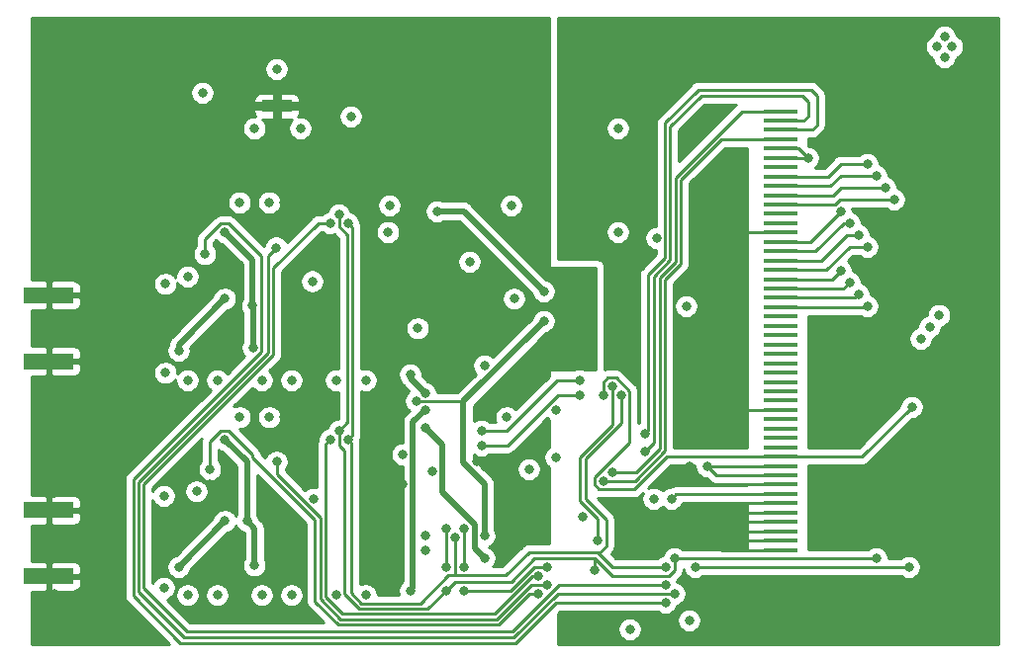
<source format=gbl>
%TF.GenerationSoftware,KiCad,Pcbnew,(5.1.10)-1*%
%TF.CreationDate,2021-07-23T15:14:34+02:00*%
%TF.ProjectId,rpicoscope2,72706963-6f73-4636-9f70-65322e6b6963,rev?*%
%TF.SameCoordinates,Original*%
%TF.FileFunction,Copper,L4,Bot*%
%TF.FilePolarity,Positive*%
%FSLAX46Y46*%
G04 Gerber Fmt 4.6, Leading zero omitted, Abs format (unit mm)*
G04 Created by KiCad (PCBNEW (5.1.10)-1) date 2021-07-23 15:14:34*
%MOMM*%
%LPD*%
G01*
G04 APERTURE LIST*
%TA.AperFunction,SMDPad,CuDef*%
%ADD10R,3.000000X0.400000*%
%TD*%
%TA.AperFunction,SMDPad,CuDef*%
%ADD11R,4.200000X1.350000*%
%TD*%
%TA.AperFunction,SMDPad,CuDef*%
%ADD12R,2.650000X1.000000*%
%TD*%
%TA.AperFunction,ComponentPad*%
%ADD13C,0.600000*%
%TD*%
%TA.AperFunction,ViaPad*%
%ADD14C,0.800000*%
%TD*%
%TA.AperFunction,Conductor*%
%ADD15C,0.500000*%
%TD*%
%TA.AperFunction,Conductor*%
%ADD16C,0.800000*%
%TD*%
%TA.AperFunction,Conductor*%
%ADD17C,0.250000*%
%TD*%
%TA.AperFunction,Conductor*%
%ADD18C,0.254000*%
%TD*%
%TA.AperFunction,Conductor*%
%ADD19C,0.100000*%
%TD*%
G04 APERTURE END LIST*
D10*
%TO.P,U22,41*%
%TO.N,GND*%
X185350000Y-110550000D03*
%TO.P,U22,42*%
%TO.N,Net-(R22-Pad2)*%
X185350000Y-111350000D03*
%TO.P,U22,43*%
%TO.N,GND*%
X185350000Y-112150000D03*
%TO.P,U22,45*%
X185350000Y-113750000D03*
%TO.P,U22,48*%
X185350000Y-116150000D03*
%TO.P,U22,44*%
X185350000Y-112950000D03*
%TO.P,U22,46*%
X185350000Y-114550000D03*
%TO.P,U22,47*%
X185350000Y-115350000D03*
%TO.P,U22,31*%
%TO.N,Net-(U22-Pad31)*%
X185350000Y-102550000D03*
%TO.P,U22,32*%
%TO.N,Net-(U22-Pad32)*%
X185350000Y-103350000D03*
%TO.P,U22,33*%
%TO.N,GND*%
X185350000Y-104150000D03*
%TO.P,U22,35*%
%TO.N,Net-(U22-Pad35)*%
X185350000Y-105750000D03*
%TO.P,U22,38*%
%TO.N,RST*%
X185350000Y-108150000D03*
%TO.P,U22,34*%
%TO.N,Net-(U22-Pad34)*%
X185350000Y-104950000D03*
%TO.P,U22,36*%
%TO.N,Net-(U22-Pad36)*%
X185350000Y-106550000D03*
%TO.P,U22,37*%
%TO.N,Net-(U22-Pad37)*%
X185350000Y-107350000D03*
%TO.P,U22,39*%
%TO.N,+3V3*%
X185350000Y-108950000D03*
%TO.P,U22,40*%
X185350000Y-109750000D03*
%TO.P,U22,21*%
%TO.N,DB6*%
X185350000Y-94550000D03*
%TO.P,U22,22*%
%TO.N,DB7*%
X185350000Y-95350000D03*
%TO.P,U22,23*%
%TO.N,Net-(U22-Pad23)*%
X185350000Y-96150000D03*
%TO.P,U22,25*%
%TO.N,Net-(U22-Pad25)*%
X185350000Y-97750000D03*
%TO.P,U22,28*%
%TO.N,Net-(U22-Pad28)*%
X185350000Y-100150000D03*
%TO.P,U22,24*%
%TO.N,Net-(U22-Pad24)*%
X185350000Y-96950000D03*
%TO.P,U22,26*%
%TO.N,Net-(U22-Pad26)*%
X185350000Y-98550000D03*
%TO.P,U22,27*%
%TO.N,Net-(U22-Pad27)*%
X185350000Y-99350000D03*
%TO.P,U22,29*%
%TO.N,Net-(U22-Pad29)*%
X185350000Y-100950000D03*
%TO.P,U22,30*%
%TO.N,Net-(U22-Pad30)*%
X185350000Y-101750000D03*
%TO.P,U22,11*%
%TO.N,RD*%
X185350000Y-86550000D03*
%TO.P,U22,12*%
%TO.N,Net-(U22-Pad12)*%
X185350000Y-87350000D03*
%TO.P,U22,13*%
%TO.N,Net-(U22-Pad13)*%
X185350000Y-88150000D03*
%TO.P,U22,15*%
%TO.N,DB0*%
X185350000Y-89750000D03*
%TO.P,U22,18*%
%TO.N,DB3*%
X185350000Y-92150000D03*
%TO.P,U22,14*%
%TO.N,GND*%
X185350000Y-88950000D03*
%TO.P,U22,16*%
%TO.N,DB1*%
X185350000Y-90550000D03*
%TO.P,U22,17*%
%TO.N,DB2*%
X185350000Y-91350000D03*
%TO.P,U22,19*%
%TO.N,DB4*%
X185350000Y-92950000D03*
%TO.P,U22,20*%
%TO.N,DB5*%
X185350000Y-93750000D03*
%TO.P,U22,10*%
%TO.N,WR*%
X185350000Y-85750000D03*
%TO.P,U22,9*%
%TO.N,RS*%
X185350000Y-84950000D03*
%TO.P,U22,7*%
%TO.N,Net-(U22-Pad7)*%
X185350000Y-83350000D03*
%TO.P,U22,8*%
%TO.N,CS*%
X185350000Y-84150000D03*
%TO.P,U22,6*%
%TO.N,+3V3*%
X185350000Y-82550000D03*
%TO.P,U22,5*%
X185350000Y-81750000D03*
%TO.P,U22,4*%
%TO.N,XR*%
X185350000Y-80950000D03*
%TO.P,U22,3*%
%TO.N,YD*%
X185350000Y-80150000D03*
%TO.P,U22,2*%
%TO.N,XL*%
X185350000Y-79350000D03*
%TO.P,U22,1*%
%TO.N,YU*%
X185350000Y-78550000D03*
%TD*%
D11*
%TO.P,J6,2*%
%TO.N,GNDA*%
X122755000Y-118395000D03*
X122755000Y-112745000D03*
%TD*%
%TO.P,J1,2*%
%TO.N,GNDA*%
X122755000Y-99980000D03*
X122755000Y-94330000D03*
%TD*%
D12*
%TO.P,U4,13*%
%TO.N,GNDA*%
X142240000Y-78105000D03*
D13*
X141240000Y-78105000D03*
X143240000Y-78105000D03*
X142240000Y-78105000D03*
%TD*%
D14*
%TO.N,GNDA*%
X130810000Y-100965000D03*
X151765000Y-92710000D03*
X138684000Y-99314000D03*
X151765000Y-101092000D03*
X128905000Y-100965000D03*
X146812000Y-73406000D03*
X163703000Y-76073000D03*
X163703000Y-73533000D03*
X135890000Y-78994000D03*
X148590000Y-76708000D03*
X137668000Y-82804000D03*
X139700000Y-73406000D03*
X158750000Y-93980000D03*
X162560000Y-97155000D03*
X160020000Y-97790000D03*
X138430000Y-92710000D03*
X128778000Y-119380000D03*
X151765000Y-119634000D03*
X153035000Y-110490000D03*
X142875000Y-104775000D03*
X139065000Y-117475000D03*
X142875000Y-86360000D03*
X159385000Y-108585000D03*
X161925000Y-102235000D03*
X153035000Y-81407000D03*
X123825000Y-92710000D03*
X123825000Y-101600000D03*
X136525000Y-110490000D03*
X162306000Y-82550000D03*
X151892000Y-82550000D03*
X123190000Y-111252000D03*
X123190000Y-119888000D03*
%TO.N,+5V*%
X144272000Y-80010000D03*
X140335000Y-80010000D03*
X171450000Y-80010000D03*
X142240000Y-74930000D03*
X174498000Y-111760000D03*
X199390000Y-73914000D03*
X199390000Y-72136000D03*
X198755000Y-73025000D03*
X200025000Y-73025000D03*
%TO.N,+3.3VA*%
X132715000Y-93345000D03*
X143510000Y-101600000D03*
X137160000Y-101600000D03*
X149860000Y-101600000D03*
X151765000Y-88900000D03*
X158750000Y-91440000D03*
X162560000Y-94615000D03*
X160020000Y-100330000D03*
X148590000Y-78994000D03*
X141605000Y-86360000D03*
X137160000Y-120015000D03*
X143510000Y-120015000D03*
X149860000Y-120015000D03*
X153035000Y-107950000D03*
X141605000Y-104775000D03*
X132588000Y-111506000D03*
X161925000Y-104775000D03*
X163830000Y-109220000D03*
X155575000Y-109435000D03*
X162306000Y-86614000D03*
X151892000Y-86614000D03*
%TO.N,-3V3*%
X134620000Y-92710000D03*
X147320000Y-101600000D03*
X140970000Y-101600000D03*
X134620000Y-101600000D03*
X135890000Y-76962000D03*
X132715000Y-100965000D03*
X139065000Y-86360000D03*
X154305000Y-97155000D03*
X132588000Y-119380000D03*
X134620000Y-120015000D03*
X140970000Y-120015000D03*
X147320000Y-120015000D03*
X154940000Y-114935000D03*
X154940000Y-116205000D03*
X139065000Y-104775000D03*
X135382000Y-111125000D03*
X145415000Y-111760000D03*
X145288000Y-93130000D03*
%TO.N,+3V3*%
X177292000Y-95250000D03*
X171450000Y-88900000D03*
X168402000Y-113284000D03*
X166116000Y-108204000D03*
X172466000Y-122936000D03*
X187706000Y-82550000D03*
X177546000Y-122174000D03*
X179070000Y-108966000D03*
%TO.N,GND*%
X199390000Y-78994000D03*
X200025000Y-78105000D03*
X199390000Y-77216000D03*
X198755000Y-78105000D03*
X177292000Y-99060000D03*
X167513000Y-73533000D03*
X167513000Y-76073000D03*
X168910000Y-80010000D03*
X168910000Y-88900000D03*
X172466000Y-113284000D03*
X166116000Y-104140000D03*
X168402000Y-122936000D03*
X199644000Y-91186000D03*
X199644000Y-103632000D03*
X199644000Y-115570000D03*
X192532000Y-119634000D03*
X180086000Y-78486000D03*
X180086000Y-91186000D03*
X180086000Y-103886000D03*
X180086000Y-115824000D03*
X177546000Y-108966000D03*
%TO.N,VINA*%
X154940000Y-102689999D03*
X160020000Y-116840000D03*
X153670000Y-101092000D03*
X154997002Y-105664000D03*
%TO.N,Net-(R10-Pad1)*%
X137795000Y-106680000D03*
X140335000Y-117475000D03*
X139700000Y-113665000D03*
%TO.N,VREF*%
X165100000Y-93980000D03*
X155956000Y-87122000D03*
%TO.N,TRIG*%
X159766000Y-107188000D03*
X168148000Y-102870000D03*
X197358000Y-98044000D03*
%TO.N,CLK*%
X174752000Y-89408000D03*
X198919000Y-96012000D03*
%TO.N,VIN*%
X165100000Y-96520000D03*
X160020000Y-114935000D03*
X154178000Y-103378000D03*
%TO.N,VINB*%
X154940000Y-104140000D03*
X153670000Y-119634000D03*
%TO.N,SEL*%
X159766000Y-105918000D03*
X168148000Y-101600000D03*
X198120000Y-97028000D03*
%TO.N,Net-(R27-Pad2)*%
X133858000Y-99060000D03*
X137795000Y-94615000D03*
%TO.N,Net-(R28-Pad1)*%
X137795000Y-88900000D03*
X140208000Y-98806000D03*
X140176500Y-95218500D03*
%TO.N,Net-(R8-Pad2)*%
X137795000Y-113665000D03*
X133858000Y-117602000D03*
%TO.N,Net-(R22-Pad2)*%
X176022000Y-111760000D03*
%TO.N,SDA*%
X148336000Y-88138000D03*
X148336000Y-106680000D03*
X157480000Y-115062000D03*
X171704000Y-102870000D03*
X175514000Y-117602000D03*
X178054000Y-117602000D03*
X196342000Y-117602000D03*
%TO.N,SCL*%
X147574000Y-87376000D03*
X147574000Y-105918000D03*
X156718000Y-114300000D03*
X170942000Y-102108000D03*
X176276000Y-116840000D03*
X156718000Y-117602000D03*
X156718000Y-119634000D03*
X169672000Y-115316000D03*
X169422653Y-117851347D03*
X193548000Y-116840000D03*
%TO.N,XR*%
X170180000Y-110236000D03*
%TO.N,YU*%
X170942000Y-109474000D03*
%TO.N,XL*%
X173736000Y-107696000D03*
%TO.N,YD*%
X173736000Y-106172000D03*
%TO.N,SEL0*%
X142193866Y-90237258D03*
X176276000Y-119888000D03*
%TO.N,SEL1*%
X136105000Y-90805000D03*
X175514000Y-120650000D03*
%TO.N,A00*%
X146812000Y-88138000D03*
X175514000Y-119126000D03*
%TO.N,A02*%
X165354000Y-117602000D03*
X158242000Y-114300000D03*
X158242000Y-117602000D03*
X158242000Y-119634000D03*
%TO.N,SEL2*%
X165354000Y-119126000D03*
X142240000Y-108585000D03*
%TO.N,SEL3*%
X164592000Y-119888000D03*
X136525000Y-109220000D03*
%TO.N,A01*%
X146812000Y-106680000D03*
X164592000Y-118364000D03*
%TO.N,CS*%
X192786000Y-83058000D03*
%TO.N,RS*%
X193548000Y-84074000D03*
%TO.N,WR*%
X194310000Y-85090000D03*
%TO.N,RD*%
X195072000Y-86106000D03*
%TO.N,RST*%
X170180000Y-102870000D03*
X196596000Y-103886000D03*
%TO.N,DB7*%
X192786000Y-95250000D03*
%TO.N,DB6*%
X192024000Y-94234000D03*
%TO.N,DB5*%
X191262000Y-93218000D03*
%TO.N,DB4*%
X190500000Y-92202000D03*
%TO.N,DB3*%
X192786000Y-90170000D03*
%TO.N,DB2*%
X192024000Y-89154000D03*
%TO.N,DB1*%
X191262000Y-88138000D03*
%TO.N,DB0*%
X190500000Y-87122000D03*
%TD*%
D15*
%TO.N,GNDA*%
X122770001Y-99964999D02*
X122755000Y-99980000D01*
D16*
X142240000Y-78105000D02*
X144653000Y-78105000D01*
X142240000Y-78105000D02*
X140081000Y-78105000D01*
X142240000Y-78105000D02*
X142240000Y-76962000D01*
X142240000Y-78105000D02*
X142240000Y-79248000D01*
D17*
%TO.N,+3V3*%
X185350000Y-82550000D02*
X187706000Y-82550000D01*
X185350000Y-108950000D02*
X179086000Y-108950000D01*
X179086000Y-108950000D02*
X179070000Y-108966000D01*
X179854000Y-109750000D02*
X179070000Y-108966000D01*
X185350000Y-109750000D02*
X179854000Y-109750000D01*
X186906000Y-81750000D02*
X187706000Y-82550000D01*
X185350000Y-81750000D02*
X186906000Y-81750000D01*
%TO.N,GND*%
X185350000Y-116076592D02*
X185313296Y-116113296D01*
X182322000Y-88950000D02*
X180086000Y-91186000D01*
X185350000Y-88950000D02*
X182322000Y-88950000D01*
X180350000Y-104150000D02*
X180086000Y-103886000D01*
X185350000Y-104150000D02*
X180350000Y-104150000D01*
X180412000Y-116150000D02*
X180086000Y-115824000D01*
X179130000Y-110550000D02*
X177546000Y-108966000D01*
X185350000Y-110550000D02*
X179130000Y-110550000D01*
X182300000Y-116150000D02*
X180412000Y-116150000D01*
X185350000Y-116150000D02*
X182300000Y-116150000D01*
X182452000Y-112950000D02*
X182300000Y-113102000D01*
X185350000Y-112950000D02*
X182452000Y-112950000D01*
X182524000Y-113750000D02*
X182300000Y-113974000D01*
X185350000Y-113750000D02*
X182524000Y-113750000D01*
X182300000Y-113102000D02*
X182300000Y-113974000D01*
X182486000Y-114550000D02*
X182300000Y-114736000D01*
X185350000Y-114550000D02*
X182486000Y-114550000D01*
X182300000Y-113974000D02*
X182300000Y-114736000D01*
X182592000Y-115350000D02*
X182300000Y-115642000D01*
X185350000Y-115350000D02*
X182592000Y-115350000D01*
X182300000Y-115642000D02*
X182300000Y-116150000D01*
X182300000Y-114736000D02*
X182300000Y-115642000D01*
X182300000Y-112340000D02*
X182300000Y-112704000D01*
X182490000Y-112150000D02*
X182300000Y-112340000D01*
X185350000Y-112150000D02*
X182490000Y-112150000D01*
X182300000Y-112704000D02*
X182300000Y-113102000D01*
X182300000Y-112594000D02*
X182300000Y-112704000D01*
D15*
%TO.N,VINA*%
X153670000Y-101419999D02*
X154940000Y-102689999D01*
X153670000Y-101092000D02*
X153670000Y-101419999D01*
X159169999Y-115989999D02*
X160020000Y-116840000D01*
X159169999Y-113957999D02*
X159169999Y-115989999D01*
X156425001Y-111213001D02*
X159169999Y-113957999D01*
X156425001Y-107091999D02*
X156425001Y-111213001D01*
X154997002Y-105664000D02*
X156425001Y-107091999D01*
%TO.N,Net-(R10-Pad1)*%
X140335000Y-114300000D02*
X139700000Y-113665000D01*
X140335000Y-117475000D02*
X140335000Y-114300000D01*
X139700000Y-108585000D02*
X137795000Y-106680000D01*
X139700000Y-113665000D02*
X139700000Y-108585000D01*
%TO.N,VREF*%
X158242000Y-87122000D02*
X165100000Y-93980000D01*
X155956000Y-87122000D02*
X158242000Y-87122000D01*
D17*
%TO.N,TRIG*%
X161290000Y-107188000D02*
X159766000Y-107188000D01*
X166312998Y-102870000D02*
X166370000Y-102870000D01*
X161994998Y-107188000D02*
X166312998Y-102870000D01*
X159766000Y-107188000D02*
X161994998Y-107188000D01*
X166370000Y-102870000D02*
X168148000Y-102870000D01*
%TO.N,VIN*%
X158205000Y-103415000D02*
X154215000Y-103415000D01*
X154215000Y-103415000D02*
X154178000Y-103378000D01*
D15*
X165100000Y-96520000D02*
X158205000Y-103415000D01*
X158205000Y-108663002D02*
X158205000Y-103415000D01*
X160020000Y-110478002D02*
X158205000Y-108663002D01*
X160020000Y-114935000D02*
X160020000Y-110478002D01*
%TO.N,VINB*%
X153885001Y-105194999D02*
X154940000Y-104140000D01*
X153885001Y-119418999D02*
X153885001Y-105194999D01*
X153670000Y-119634000D02*
X153885001Y-119418999D01*
D17*
%TO.N,SEL*%
X159766000Y-105918000D02*
X161855002Y-105918000D01*
X166241590Y-101600000D02*
X168148000Y-101600000D01*
X161923590Y-105918000D02*
X166241590Y-101600000D01*
X161855002Y-105918000D02*
X161923590Y-105918000D01*
D15*
%TO.N,Net-(R27-Pad2)*%
X133858000Y-98552000D02*
X134112000Y-98298000D01*
X133858000Y-99060000D02*
X133858000Y-98552000D01*
X134112000Y-98298000D02*
X137795000Y-94615000D01*
%TO.N,Net-(R28-Pad1)*%
X140208000Y-95250000D02*
X140176500Y-95218500D01*
X140208000Y-98806000D02*
X140208000Y-95250000D01*
X140176500Y-91281500D02*
X137795000Y-88900000D01*
X140176500Y-95218500D02*
X140176500Y-91281500D01*
%TO.N,Net-(R8-Pad2)*%
X133858000Y-117602000D02*
X137795000Y-113665000D01*
D17*
%TO.N,Net-(R22-Pad2)*%
X176432000Y-111350000D02*
X176022000Y-111760000D01*
X185350000Y-111350000D02*
X176432000Y-111350000D01*
%TO.N,SDA*%
X173736000Y-117602000D02*
X175514000Y-117602000D01*
X170942000Y-117602000D02*
X173736000Y-117602000D01*
X175514000Y-117405002D02*
X175514000Y-117602000D01*
X169799000Y-116459000D02*
X170942000Y-117602000D01*
X163830000Y-116332000D02*
X161834999Y-118327001D01*
X169672000Y-116332000D02*
X163830000Y-116332000D01*
X169799000Y-116459000D02*
X169672000Y-116332000D01*
X157480000Y-118290002D02*
X157516999Y-118327001D01*
X157480000Y-115062000D02*
X157480000Y-118290002D01*
X154538997Y-120740001D02*
X153506001Y-120740001D01*
X156951997Y-118327001D02*
X154538997Y-120740001D01*
X158532999Y-118327001D02*
X156951997Y-118327001D01*
X153833999Y-120740001D02*
X153506001Y-120740001D01*
X161834999Y-118327001D02*
X158532999Y-118327001D01*
X158532999Y-118327001D02*
X157516999Y-118327001D01*
X148624011Y-106968011D02*
X148336000Y-106680000D01*
X148624011Y-119852013D02*
X148624011Y-106968011D01*
X149511999Y-120740001D02*
X148624011Y-119852013D01*
X153506001Y-120740001D02*
X149511999Y-120740001D01*
X148735999Y-88537999D02*
X148336000Y-88138000D01*
X148735999Y-106280001D02*
X148735999Y-88537999D01*
X148336000Y-106680000D02*
X148735999Y-106280001D01*
X171704000Y-104902000D02*
X171704000Y-102870000D01*
X168656000Y-108332410D02*
X171704000Y-105284410D01*
X171704000Y-105284410D02*
X171704000Y-104902000D01*
X168656000Y-111760000D02*
X168656000Y-108332410D01*
X170434000Y-113538000D02*
X168656000Y-111760000D01*
X170434000Y-115824000D02*
X170434000Y-113538000D01*
X169799000Y-116459000D02*
X170434000Y-115824000D01*
X195580000Y-117602000D02*
X196342000Y-117602000D01*
X178054000Y-117602000D02*
X195580000Y-117602000D01*
%TO.N,SCL*%
X176276000Y-117913002D02*
X176276000Y-116840000D01*
X175788003Y-118400999D02*
X176276000Y-117913002D01*
X170978999Y-118400999D02*
X175788003Y-118400999D01*
X169454999Y-116876999D02*
X170978999Y-118400999D01*
X170942000Y-102108000D02*
X170942000Y-103181002D01*
X169672000Y-115316000D02*
X169672000Y-115316000D01*
X169454999Y-117819001D02*
X169422653Y-117851347D01*
X169454999Y-116876999D02*
X169454999Y-117819001D01*
X156718000Y-117602000D02*
X156718000Y-114300000D01*
X169454999Y-116876999D02*
X164301001Y-116876999D01*
X157480000Y-118872000D02*
X156718000Y-119634000D01*
X162306000Y-118872000D02*
X157480000Y-118872000D01*
X164301001Y-116876999D02*
X162306000Y-118872000D01*
X147574000Y-107188000D02*
X147574000Y-105918000D01*
X148045001Y-107659001D02*
X147574000Y-107188000D01*
X148045001Y-119909413D02*
X148045001Y-107659001D01*
X149325599Y-121190011D02*
X148045001Y-119909413D01*
X155161989Y-121190011D02*
X149325599Y-121190011D01*
X156718000Y-119634000D02*
X155161989Y-121190011D01*
X147574000Y-105918000D02*
X148285989Y-105206011D01*
X147574000Y-88449002D02*
X147574000Y-87376000D01*
X148285989Y-89160991D02*
X147574000Y-88449002D01*
X148285989Y-105206011D02*
X148285989Y-89160991D01*
X169672000Y-113480998D02*
X168148000Y-111956998D01*
X169672000Y-115316000D02*
X169672000Y-113480998D01*
X168148000Y-108204000D02*
X170942000Y-105410000D01*
X168148000Y-111956998D02*
X168148000Y-108204000D01*
X170942000Y-103181002D02*
X170942000Y-105410000D01*
X190246000Y-116840000D02*
X193548000Y-116840000D01*
X176276000Y-116840000D02*
X190246000Y-116840000D01*
X190246000Y-116840000D02*
X190500000Y-116840000D01*
%TO.N,XR*%
X182956000Y-80950000D02*
X185350000Y-80950000D01*
X170180000Y-110236000D02*
X172466000Y-110236000D01*
X175484510Y-107656902D02*
X175484510Y-92993490D01*
X175484510Y-92993490D02*
X176827031Y-91650969D01*
X172905412Y-110236000D02*
X175484510Y-107656902D01*
X170180000Y-110236000D02*
X172905412Y-110236000D01*
X185350000Y-80950000D02*
X180290410Y-80950000D01*
X180290410Y-80950000D02*
X176827031Y-84413379D01*
X176827031Y-84413379D02*
X176827031Y-87419031D01*
X176827031Y-87419031D02*
X176827031Y-87078969D01*
X176827031Y-91650969D02*
X176827031Y-87419031D01*
%TO.N,YU*%
X173031002Y-109474000D02*
X170942000Y-109474000D01*
X175034501Y-107470501D02*
X173031002Y-109474000D01*
X175034501Y-92807089D02*
X175034501Y-107470501D01*
X176377021Y-91464569D02*
X175034501Y-92807089D01*
X176377021Y-84226979D02*
X176377021Y-91464569D01*
X182054000Y-78550000D02*
X176377021Y-84226979D01*
X185350000Y-78550000D02*
X182054000Y-78550000D01*
%TO.N,XL*%
X174498000Y-106934000D02*
X173736000Y-107696000D01*
X174498000Y-92707180D02*
X174498000Y-106934000D01*
X175927011Y-91278169D02*
X174498000Y-92707180D01*
X175927011Y-79850989D02*
X175927011Y-91278169D01*
X178562000Y-77216000D02*
X175927011Y-79850989D01*
X187706000Y-77724000D02*
X187198000Y-77216000D01*
X187706000Y-78994000D02*
X187706000Y-77724000D01*
X187198000Y-77216000D02*
X178562000Y-77216000D01*
X187350000Y-79350000D02*
X187706000Y-78994000D01*
X185350000Y-79350000D02*
X187350000Y-79350000D01*
%TO.N,YD*%
X173736000Y-106172000D02*
X173736000Y-105918000D01*
X175477001Y-79538999D02*
X175477001Y-91091769D01*
X175477001Y-91091769D02*
X173990000Y-92578770D01*
X178308000Y-76708000D02*
X175477001Y-79538999D01*
X187960000Y-76708000D02*
X178308000Y-76708000D01*
X173990000Y-92578770D02*
X173990000Y-105918000D01*
X188468000Y-77216000D02*
X187960000Y-76708000D01*
X173990000Y-105918000D02*
X173736000Y-106172000D01*
X188468000Y-79756000D02*
X188468000Y-77216000D01*
X188074000Y-80150000D02*
X188468000Y-79756000D01*
X185350000Y-80150000D02*
X188074000Y-80150000D01*
%TO.N,SEL0*%
X141478000Y-90953124D02*
X142193866Y-90237258D01*
X141478000Y-99245412D02*
X141478000Y-90953124D01*
X130408010Y-110315402D02*
X141478000Y-99245412D01*
X134327980Y-123659980D02*
X130408009Y-119740009D01*
X162529432Y-123659980D02*
X134327980Y-123659980D01*
X166301412Y-119888000D02*
X162529432Y-123659980D01*
X130408009Y-119740009D02*
X130408010Y-110315402D01*
X176276000Y-119888000D02*
X166301412Y-119888000D01*
%TO.N,SEL1*%
X138143001Y-88174999D02*
X137446999Y-88174999D01*
X140933001Y-90964999D02*
X138143001Y-88174999D01*
X129958001Y-110129001D02*
X140933001Y-99154001D01*
X129958001Y-110833999D02*
X129958001Y-110129001D01*
X129957999Y-110834001D02*
X129958001Y-110833999D01*
X136105000Y-89516998D02*
X136105000Y-90805000D01*
X129957999Y-120051999D02*
X129957999Y-110834001D01*
X134015990Y-124109990D02*
X129957999Y-120051999D01*
X140933001Y-99154001D02*
X140933001Y-90964999D01*
X162715832Y-124109990D02*
X134015990Y-124109990D01*
X137446999Y-88174999D02*
X136105000Y-89516998D01*
X166175822Y-120650000D02*
X162715832Y-124109990D01*
X175514000Y-120650000D02*
X166175822Y-120650000D01*
%TO.N,A00*%
X145796000Y-88138000D02*
X146812000Y-88138000D01*
X141928010Y-92005990D02*
X145796000Y-88138000D01*
X141928010Y-99431812D02*
X141928010Y-92005990D01*
X130858019Y-110501803D02*
X141928010Y-99431812D01*
X130858019Y-119428019D02*
X130858019Y-110501803D01*
X134550002Y-123120002D02*
X130858019Y-119428019D01*
X162433000Y-123120002D02*
X134550002Y-123120002D01*
X166427002Y-119126000D02*
X162433000Y-123120002D01*
X175514000Y-119126000D02*
X166427002Y-119126000D01*
%TO.N,A02*%
X158242000Y-114750998D02*
X158242000Y-114300000D01*
X158242000Y-117602000D02*
X158242000Y-114750998D01*
X162248998Y-119634000D02*
X164280998Y-117602000D01*
X164280998Y-117602000D02*
X165354000Y-117602000D01*
X158242000Y-119634000D02*
X162248998Y-119634000D01*
%TO.N,SEL2*%
X164029818Y-119126000D02*
X165354000Y-119126000D01*
X161065787Y-122090031D02*
X164029818Y-119126000D01*
X147685619Y-122090031D02*
X161065787Y-122090031D01*
X145961992Y-120366404D02*
X147685619Y-122090031D01*
X145961991Y-113379993D02*
X145961992Y-120366404D01*
X142240000Y-109658002D02*
X145961991Y-113379993D01*
X142240000Y-108585000D02*
X142240000Y-109658002D01*
%TO.N,SEL3*%
X136525000Y-106876998D02*
X136525000Y-109220000D01*
X137446999Y-105954999D02*
X136525000Y-106876998D01*
X138143001Y-105954999D02*
X137446999Y-105954999D01*
X164592000Y-119888000D02*
X163904228Y-119888000D01*
X140150010Y-107962008D02*
X140150010Y-108204422D01*
X138143001Y-105954999D02*
X140150010Y-107962008D01*
X140150010Y-108204422D02*
X145511983Y-113566395D01*
X161252188Y-122540040D02*
X163904228Y-119888000D01*
X147499219Y-122540041D02*
X161252188Y-122540040D01*
X145511983Y-120552805D02*
X147499219Y-122540041D01*
X145511983Y-113566395D02*
X145511983Y-120552805D01*
%TO.N,A01*%
X164155408Y-118364000D02*
X164592000Y-118364000D01*
X160879387Y-121640021D02*
X164155408Y-118364000D01*
X147872019Y-121640021D02*
X160879387Y-121640021D01*
X146412001Y-120180003D02*
X147872019Y-121640021D01*
X146412001Y-107079999D02*
X146412001Y-120180003D01*
X146812000Y-106680000D02*
X146412001Y-107079999D01*
%TO.N,CS*%
X192786000Y-83058000D02*
X190500000Y-83058000D01*
X189408000Y-84150000D02*
X185350000Y-84150000D01*
X190500000Y-83058000D02*
X189408000Y-84150000D01*
%TO.N,RS*%
X193548000Y-84074000D02*
X190500000Y-84074000D01*
X189624000Y-84950000D02*
X185350000Y-84950000D01*
X190500000Y-84074000D02*
X189624000Y-84950000D01*
%TO.N,WR*%
X194310000Y-85090000D02*
X190500000Y-85090000D01*
X189840000Y-85750000D02*
X185350000Y-85750000D01*
X190500000Y-85090000D02*
X189840000Y-85750000D01*
%TO.N,RD*%
X185350000Y-86550000D02*
X186950998Y-86550000D01*
X190442998Y-86106000D02*
X195072000Y-86106000D01*
X189998998Y-86550000D02*
X190442998Y-86106000D01*
X185350000Y-86550000D02*
X189998998Y-86550000D01*
%TO.N,RST*%
X170180000Y-101796998D02*
X170180000Y-102870000D01*
X171290001Y-101382999D02*
X170593999Y-101382999D01*
X172429001Y-106913997D02*
X172429001Y-102521999D01*
X170593999Y-101382999D02*
X170180000Y-101796998D01*
X169418000Y-109924998D02*
X172429001Y-106913997D01*
X169418000Y-110547002D02*
X169418000Y-109924998D01*
X169831999Y-110961001D02*
X169418000Y-110547002D01*
X172429001Y-102521999D02*
X171290001Y-101382999D01*
X172816821Y-110961001D02*
X169831999Y-110961001D01*
X175627822Y-108150000D02*
X172816821Y-110961001D01*
X185350000Y-108150000D02*
X175627822Y-108150000D01*
X192332000Y-108150000D02*
X196596000Y-103886000D01*
X185350000Y-108150000D02*
X192332000Y-108150000D01*
%TO.N,DB7*%
X192686000Y-95350000D02*
X192786000Y-95250000D01*
X185350000Y-95350000D02*
X192686000Y-95350000D01*
%TO.N,DB6*%
X191708000Y-94550000D02*
X192024000Y-94234000D01*
X185350000Y-94550000D02*
X191708000Y-94550000D01*
%TO.N,DB5*%
X190730000Y-93750000D02*
X191262000Y-93218000D01*
X189254000Y-93750000D02*
X190730000Y-93750000D01*
X185350000Y-93750000D02*
X189254000Y-93750000D01*
X189254000Y-93750000D02*
X189714000Y-93750000D01*
%TO.N,DB4*%
X189752000Y-92950000D02*
X190500000Y-92202000D01*
X185350000Y-92950000D02*
X189752000Y-92950000D01*
%TO.N,DB3*%
X191262000Y-90170000D02*
X192786000Y-90170000D01*
X189282000Y-92150000D02*
X191262000Y-90170000D01*
X185350000Y-92150000D02*
X189282000Y-92150000D01*
%TO.N,DB2*%
X185350000Y-91350000D02*
X186780000Y-91350000D01*
X191008000Y-89154000D02*
X192024000Y-89154000D01*
X188812000Y-91350000D02*
X191008000Y-89154000D01*
X185350000Y-91350000D02*
X188812000Y-91350000D01*
%TO.N,DB1*%
X185350000Y-90550000D02*
X186835002Y-90550000D01*
X190754000Y-88138000D02*
X191262000Y-88138000D01*
X188342000Y-90550000D02*
X190754000Y-88138000D01*
X185350000Y-90550000D02*
X188342000Y-90550000D01*
%TO.N,DB0*%
X185350000Y-89750000D02*
X186835002Y-89750000D01*
X187872000Y-89750000D02*
X190500000Y-87122000D01*
X185350000Y-89750000D02*
X187872000Y-89750000D01*
%TD*%
D18*
%TO.N,GND*%
X203990001Y-124190000D02*
X166285000Y-124190000D01*
X166285000Y-122834061D01*
X171431000Y-122834061D01*
X171431000Y-123037939D01*
X171470774Y-123237898D01*
X171548795Y-123426256D01*
X171662063Y-123595774D01*
X171806226Y-123739937D01*
X171975744Y-123853205D01*
X172164102Y-123931226D01*
X172364061Y-123971000D01*
X172567939Y-123971000D01*
X172767898Y-123931226D01*
X172956256Y-123853205D01*
X173125774Y-123739937D01*
X173269937Y-123595774D01*
X173383205Y-123426256D01*
X173461226Y-123237898D01*
X173501000Y-123037939D01*
X173501000Y-122834061D01*
X173461226Y-122634102D01*
X173383205Y-122445744D01*
X173269937Y-122276226D01*
X173125774Y-122132063D01*
X173035975Y-122072061D01*
X176511000Y-122072061D01*
X176511000Y-122275939D01*
X176550774Y-122475898D01*
X176628795Y-122664256D01*
X176742063Y-122833774D01*
X176886226Y-122977937D01*
X177055744Y-123091205D01*
X177244102Y-123169226D01*
X177444061Y-123209000D01*
X177647939Y-123209000D01*
X177847898Y-123169226D01*
X178036256Y-123091205D01*
X178205774Y-122977937D01*
X178349937Y-122833774D01*
X178463205Y-122664256D01*
X178541226Y-122475898D01*
X178581000Y-122275939D01*
X178581000Y-122072061D01*
X178541226Y-121872102D01*
X178463205Y-121683744D01*
X178349937Y-121514226D01*
X178205774Y-121370063D01*
X178036256Y-121256795D01*
X177847898Y-121178774D01*
X177647939Y-121139000D01*
X177444061Y-121139000D01*
X177244102Y-121178774D01*
X177055744Y-121256795D01*
X176886226Y-121370063D01*
X176742063Y-121514226D01*
X176628795Y-121683744D01*
X176550774Y-121872102D01*
X176511000Y-122072061D01*
X173035975Y-122072061D01*
X172956256Y-122018795D01*
X172767898Y-121940774D01*
X172567939Y-121901000D01*
X172364061Y-121901000D01*
X172164102Y-121940774D01*
X171975744Y-122018795D01*
X171806226Y-122132063D01*
X171662063Y-122276226D01*
X171548795Y-122445744D01*
X171470774Y-122634102D01*
X171431000Y-122834061D01*
X166285000Y-122834061D01*
X166285000Y-121615624D01*
X166490624Y-121410000D01*
X174810289Y-121410000D01*
X174854226Y-121453937D01*
X175023744Y-121567205D01*
X175212102Y-121645226D01*
X175412061Y-121685000D01*
X175615939Y-121685000D01*
X175815898Y-121645226D01*
X176004256Y-121567205D01*
X176173774Y-121453937D01*
X176317937Y-121309774D01*
X176431205Y-121140256D01*
X176509226Y-120951898D01*
X176520619Y-120894619D01*
X176577898Y-120883226D01*
X176766256Y-120805205D01*
X176935774Y-120691937D01*
X177079937Y-120547774D01*
X177193205Y-120378256D01*
X177271226Y-120189898D01*
X177311000Y-119989939D01*
X177311000Y-119786061D01*
X177271226Y-119586102D01*
X177193205Y-119397744D01*
X177079937Y-119228226D01*
X176935774Y-119084063D01*
X176766256Y-118970795D01*
X176577898Y-118892774D01*
X176520619Y-118881381D01*
X176509226Y-118824102D01*
X176488862Y-118774941D01*
X176786998Y-118476805D01*
X176816001Y-118453003D01*
X176876031Y-118379856D01*
X176910974Y-118337279D01*
X176981546Y-118205249D01*
X176997321Y-118153245D01*
X177025003Y-118061988D01*
X177036000Y-117950335D01*
X177036000Y-117950325D01*
X177039676Y-117913002D01*
X177036000Y-117875679D01*
X177036000Y-117789404D01*
X177058774Y-117903898D01*
X177136795Y-118092256D01*
X177250063Y-118261774D01*
X177394226Y-118405937D01*
X177563744Y-118519205D01*
X177752102Y-118597226D01*
X177952061Y-118637000D01*
X178155939Y-118637000D01*
X178355898Y-118597226D01*
X178544256Y-118519205D01*
X178713774Y-118405937D01*
X178757711Y-118362000D01*
X195638289Y-118362000D01*
X195682226Y-118405937D01*
X195851744Y-118519205D01*
X196040102Y-118597226D01*
X196240061Y-118637000D01*
X196443939Y-118637000D01*
X196643898Y-118597226D01*
X196832256Y-118519205D01*
X197001774Y-118405937D01*
X197145937Y-118261774D01*
X197259205Y-118092256D01*
X197337226Y-117903898D01*
X197377000Y-117703939D01*
X197377000Y-117500061D01*
X197337226Y-117300102D01*
X197259205Y-117111744D01*
X197145937Y-116942226D01*
X197001774Y-116798063D01*
X196832256Y-116684795D01*
X196643898Y-116606774D01*
X196443939Y-116567000D01*
X196240061Y-116567000D01*
X196040102Y-116606774D01*
X195851744Y-116684795D01*
X195682226Y-116798063D01*
X195638289Y-116842000D01*
X194583000Y-116842000D01*
X194583000Y-116738061D01*
X194543226Y-116538102D01*
X194465205Y-116349744D01*
X194351937Y-116180226D01*
X194207774Y-116036063D01*
X194038256Y-115922795D01*
X193849898Y-115844774D01*
X193649939Y-115805000D01*
X193446061Y-115805000D01*
X193246102Y-115844774D01*
X193057744Y-115922795D01*
X192888226Y-116036063D01*
X192844289Y-116080000D01*
X187777000Y-116080000D01*
X187777000Y-108910000D01*
X192294678Y-108910000D01*
X192332000Y-108913676D01*
X192369322Y-108910000D01*
X192369333Y-108910000D01*
X192480986Y-108899003D01*
X192624247Y-108855546D01*
X192756276Y-108784974D01*
X192872001Y-108690001D01*
X192895804Y-108660997D01*
X196635802Y-104921000D01*
X196697939Y-104921000D01*
X196897898Y-104881226D01*
X197086256Y-104803205D01*
X197255774Y-104689937D01*
X197399937Y-104545774D01*
X197513205Y-104376256D01*
X197591226Y-104187898D01*
X197631000Y-103987939D01*
X197631000Y-103784061D01*
X197591226Y-103584102D01*
X197513205Y-103395744D01*
X197399937Y-103226226D01*
X197255774Y-103082063D01*
X197086256Y-102968795D01*
X196897898Y-102890774D01*
X196697939Y-102851000D01*
X196494061Y-102851000D01*
X196294102Y-102890774D01*
X196105744Y-102968795D01*
X195936226Y-103082063D01*
X195792063Y-103226226D01*
X195678795Y-103395744D01*
X195600774Y-103584102D01*
X195561000Y-103784061D01*
X195561000Y-103846198D01*
X192017199Y-107390000D01*
X187777000Y-107390000D01*
X187777000Y-97942061D01*
X196323000Y-97942061D01*
X196323000Y-98145939D01*
X196362774Y-98345898D01*
X196440795Y-98534256D01*
X196554063Y-98703774D01*
X196698226Y-98847937D01*
X196867744Y-98961205D01*
X197056102Y-99039226D01*
X197256061Y-99079000D01*
X197459939Y-99079000D01*
X197659898Y-99039226D01*
X197848256Y-98961205D01*
X198017774Y-98847937D01*
X198161937Y-98703774D01*
X198275205Y-98534256D01*
X198353226Y-98345898D01*
X198393000Y-98145939D01*
X198393000Y-98028974D01*
X198421898Y-98023226D01*
X198610256Y-97945205D01*
X198779774Y-97831937D01*
X198923937Y-97687774D01*
X199037205Y-97518256D01*
X199115226Y-97329898D01*
X199155000Y-97129939D01*
X199155000Y-97020334D01*
X199220898Y-97007226D01*
X199409256Y-96929205D01*
X199578774Y-96815937D01*
X199722937Y-96671774D01*
X199836205Y-96502256D01*
X199914226Y-96313898D01*
X199954000Y-96113939D01*
X199954000Y-95910061D01*
X199914226Y-95710102D01*
X199836205Y-95521744D01*
X199722937Y-95352226D01*
X199578774Y-95208063D01*
X199409256Y-95094795D01*
X199220898Y-95016774D01*
X199020939Y-94977000D01*
X198817061Y-94977000D01*
X198617102Y-95016774D01*
X198428744Y-95094795D01*
X198259226Y-95208063D01*
X198115063Y-95352226D01*
X198001795Y-95521744D01*
X197923774Y-95710102D01*
X197884000Y-95910061D01*
X197884000Y-96019666D01*
X197818102Y-96032774D01*
X197629744Y-96110795D01*
X197460226Y-96224063D01*
X197316063Y-96368226D01*
X197202795Y-96537744D01*
X197124774Y-96726102D01*
X197085000Y-96926061D01*
X197085000Y-97043026D01*
X197056102Y-97048774D01*
X196867744Y-97126795D01*
X196698226Y-97240063D01*
X196554063Y-97384226D01*
X196440795Y-97553744D01*
X196362774Y-97742102D01*
X196323000Y-97942061D01*
X187777000Y-97942061D01*
X187777000Y-96110000D01*
X192210130Y-96110000D01*
X192295744Y-96167205D01*
X192484102Y-96245226D01*
X192684061Y-96285000D01*
X192887939Y-96285000D01*
X193087898Y-96245226D01*
X193276256Y-96167205D01*
X193445774Y-96053937D01*
X193589937Y-95909774D01*
X193703205Y-95740256D01*
X193781226Y-95551898D01*
X193821000Y-95351939D01*
X193821000Y-95148061D01*
X193781226Y-94948102D01*
X193703205Y-94759744D01*
X193589937Y-94590226D01*
X193445774Y-94446063D01*
X193276256Y-94332795D01*
X193087898Y-94254774D01*
X193059000Y-94249026D01*
X193059000Y-94132061D01*
X193019226Y-93932102D01*
X192941205Y-93743744D01*
X192827937Y-93574226D01*
X192683774Y-93430063D01*
X192514256Y-93316795D01*
X192325898Y-93238774D01*
X192297000Y-93233026D01*
X192297000Y-93116061D01*
X192257226Y-92916102D01*
X192179205Y-92727744D01*
X192065937Y-92558226D01*
X191921774Y-92414063D01*
X191752256Y-92300795D01*
X191563898Y-92222774D01*
X191535000Y-92217026D01*
X191535000Y-92100061D01*
X191495226Y-91900102D01*
X191417205Y-91711744D01*
X191303937Y-91542226D01*
X191159774Y-91398063D01*
X191129181Y-91377621D01*
X191576802Y-90930000D01*
X192082289Y-90930000D01*
X192126226Y-90973937D01*
X192295744Y-91087205D01*
X192484102Y-91165226D01*
X192684061Y-91205000D01*
X192887939Y-91205000D01*
X193087898Y-91165226D01*
X193276256Y-91087205D01*
X193445774Y-90973937D01*
X193589937Y-90829774D01*
X193703205Y-90660256D01*
X193781226Y-90471898D01*
X193821000Y-90271939D01*
X193821000Y-90068061D01*
X193781226Y-89868102D01*
X193703205Y-89679744D01*
X193589937Y-89510226D01*
X193445774Y-89366063D01*
X193276256Y-89252795D01*
X193087898Y-89174774D01*
X193059000Y-89169026D01*
X193059000Y-89052061D01*
X193019226Y-88852102D01*
X192941205Y-88663744D01*
X192827937Y-88494226D01*
X192683774Y-88350063D01*
X192514256Y-88236795D01*
X192325898Y-88158774D01*
X192297000Y-88153026D01*
X192297000Y-88036061D01*
X192257226Y-87836102D01*
X192179205Y-87647744D01*
X192065937Y-87478226D01*
X191921774Y-87334063D01*
X191752256Y-87220795D01*
X191563898Y-87142774D01*
X191535000Y-87137026D01*
X191535000Y-87020061D01*
X191504356Y-86866000D01*
X194368289Y-86866000D01*
X194412226Y-86909937D01*
X194581744Y-87023205D01*
X194770102Y-87101226D01*
X194970061Y-87141000D01*
X195173939Y-87141000D01*
X195373898Y-87101226D01*
X195562256Y-87023205D01*
X195731774Y-86909937D01*
X195875937Y-86765774D01*
X195989205Y-86596256D01*
X196067226Y-86407898D01*
X196107000Y-86207939D01*
X196107000Y-86004061D01*
X196067226Y-85804102D01*
X195989205Y-85615744D01*
X195875937Y-85446226D01*
X195731774Y-85302063D01*
X195562256Y-85188795D01*
X195373898Y-85110774D01*
X195345000Y-85105026D01*
X195345000Y-84988061D01*
X195305226Y-84788102D01*
X195227205Y-84599744D01*
X195113937Y-84430226D01*
X194969774Y-84286063D01*
X194800256Y-84172795D01*
X194611898Y-84094774D01*
X194583000Y-84089026D01*
X194583000Y-83972061D01*
X194543226Y-83772102D01*
X194465205Y-83583744D01*
X194351937Y-83414226D01*
X194207774Y-83270063D01*
X194038256Y-83156795D01*
X193849898Y-83078774D01*
X193821000Y-83073026D01*
X193821000Y-82956061D01*
X193781226Y-82756102D01*
X193703205Y-82567744D01*
X193589937Y-82398226D01*
X193445774Y-82254063D01*
X193276256Y-82140795D01*
X193087898Y-82062774D01*
X192887939Y-82023000D01*
X192684061Y-82023000D01*
X192484102Y-82062774D01*
X192295744Y-82140795D01*
X192126226Y-82254063D01*
X192082289Y-82298000D01*
X190537322Y-82298000D01*
X190499999Y-82294324D01*
X190462676Y-82298000D01*
X190462667Y-82298000D01*
X190351014Y-82308997D01*
X190207753Y-82352454D01*
X190075724Y-82423026D01*
X189959999Y-82517999D01*
X189936201Y-82546997D01*
X189093199Y-83390000D01*
X188311802Y-83390000D01*
X188365774Y-83353937D01*
X188509937Y-83209774D01*
X188623205Y-83040256D01*
X188701226Y-82851898D01*
X188741000Y-82651939D01*
X188741000Y-82448061D01*
X188701226Y-82248102D01*
X188623205Y-82059744D01*
X188509937Y-81890226D01*
X188365774Y-81746063D01*
X188196256Y-81632795D01*
X188007898Y-81554774D01*
X187807939Y-81515000D01*
X187777000Y-81515000D01*
X187777000Y-80910000D01*
X188036678Y-80910000D01*
X188074000Y-80913676D01*
X188111322Y-80910000D01*
X188111333Y-80910000D01*
X188222986Y-80899003D01*
X188366247Y-80855546D01*
X188498276Y-80784974D01*
X188614001Y-80690001D01*
X188637804Y-80660997D01*
X188978998Y-80319803D01*
X189008001Y-80296001D01*
X189102974Y-80180276D01*
X189173546Y-80048247D01*
X189217003Y-79904986D01*
X189228000Y-79793333D01*
X189228000Y-79793324D01*
X189231676Y-79756001D01*
X189228000Y-79718678D01*
X189228000Y-77253322D01*
X189231676Y-77215999D01*
X189228000Y-77178676D01*
X189228000Y-77178667D01*
X189217003Y-77067014D01*
X189173546Y-76923753D01*
X189102974Y-76791724D01*
X189008001Y-76675999D01*
X188979002Y-76652200D01*
X188523803Y-76197002D01*
X188500001Y-76167999D01*
X188384276Y-76073026D01*
X188252247Y-76002454D01*
X188108986Y-75958997D01*
X187997333Y-75948000D01*
X187997322Y-75948000D01*
X187960000Y-75944324D01*
X187922678Y-75948000D01*
X178345322Y-75948000D01*
X178307999Y-75944324D01*
X178270676Y-75948000D01*
X178270667Y-75948000D01*
X178159014Y-75958997D01*
X178015753Y-76002454D01*
X177883724Y-76073026D01*
X177767999Y-76167999D01*
X177744201Y-76196997D01*
X174966004Y-78975195D01*
X174937000Y-78998998D01*
X174888781Y-79057754D01*
X174842027Y-79114723D01*
X174787885Y-79216015D01*
X174771455Y-79246753D01*
X174727998Y-79390014D01*
X174717001Y-79501667D01*
X174717001Y-79501677D01*
X174713325Y-79538999D01*
X174717001Y-79576321D01*
X174717002Y-88373000D01*
X174650061Y-88373000D01*
X174450102Y-88412774D01*
X174261744Y-88490795D01*
X174092226Y-88604063D01*
X173948063Y-88748226D01*
X173834795Y-88917744D01*
X173756774Y-89106102D01*
X173717000Y-89306061D01*
X173717000Y-89509939D01*
X173756774Y-89709898D01*
X173834795Y-89898256D01*
X173948063Y-90067774D01*
X174092226Y-90211937D01*
X174261744Y-90325205D01*
X174450102Y-90403226D01*
X174650061Y-90443000D01*
X174717002Y-90443000D01*
X174717002Y-90776966D01*
X173479003Y-92014966D01*
X173449999Y-92038769D01*
X173398482Y-92101543D01*
X173355026Y-92154494D01*
X173294843Y-92267088D01*
X173284454Y-92286524D01*
X173240997Y-92429785D01*
X173230000Y-92541438D01*
X173230000Y-92541448D01*
X173226324Y-92578770D01*
X173230000Y-92616092D01*
X173230001Y-105265314D01*
X173189001Y-105292709D01*
X173189001Y-102559321D01*
X173192677Y-102521998D01*
X173189001Y-102484675D01*
X173189001Y-102484666D01*
X173178004Y-102373013D01*
X173134547Y-102229752D01*
X173063975Y-102097723D01*
X172969002Y-101981998D01*
X172940004Y-101958200D01*
X171853805Y-100872001D01*
X171830002Y-100842998D01*
X171714277Y-100748025D01*
X171582248Y-100677453D01*
X171438987Y-100633996D01*
X171327334Y-100622999D01*
X171327323Y-100622999D01*
X171290001Y-100619323D01*
X171252679Y-100622999D01*
X170631321Y-100622999D01*
X170593998Y-100619323D01*
X170556676Y-100622999D01*
X170556666Y-100622999D01*
X170445013Y-100633996D01*
X170301752Y-100677453D01*
X170285000Y-100686407D01*
X170285000Y-91850000D01*
X170272799Y-91726118D01*
X170236664Y-91606996D01*
X170177983Y-91497213D01*
X170099013Y-91400987D01*
X170002787Y-91322017D01*
X169893004Y-91263336D01*
X169773882Y-91227201D01*
X169650000Y-91215000D01*
X166285000Y-91215000D01*
X166285000Y-88798061D01*
X170415000Y-88798061D01*
X170415000Y-89001939D01*
X170454774Y-89201898D01*
X170532795Y-89390256D01*
X170646063Y-89559774D01*
X170790226Y-89703937D01*
X170959744Y-89817205D01*
X171148102Y-89895226D01*
X171348061Y-89935000D01*
X171551939Y-89935000D01*
X171751898Y-89895226D01*
X171940256Y-89817205D01*
X172109774Y-89703937D01*
X172253937Y-89559774D01*
X172367205Y-89390256D01*
X172445226Y-89201898D01*
X172485000Y-89001939D01*
X172485000Y-88798061D01*
X172445226Y-88598102D01*
X172367205Y-88409744D01*
X172253937Y-88240226D01*
X172109774Y-88096063D01*
X171940256Y-87982795D01*
X171751898Y-87904774D01*
X171551939Y-87865000D01*
X171348061Y-87865000D01*
X171148102Y-87904774D01*
X170959744Y-87982795D01*
X170790226Y-88096063D01*
X170646063Y-88240226D01*
X170532795Y-88409744D01*
X170454774Y-88598102D01*
X170415000Y-88798061D01*
X166285000Y-88798061D01*
X166285000Y-79908061D01*
X170415000Y-79908061D01*
X170415000Y-80111939D01*
X170454774Y-80311898D01*
X170532795Y-80500256D01*
X170646063Y-80669774D01*
X170790226Y-80813937D01*
X170959744Y-80927205D01*
X171148102Y-81005226D01*
X171348061Y-81045000D01*
X171551939Y-81045000D01*
X171751898Y-81005226D01*
X171940256Y-80927205D01*
X172109774Y-80813937D01*
X172253937Y-80669774D01*
X172367205Y-80500256D01*
X172445226Y-80311898D01*
X172485000Y-80111939D01*
X172485000Y-79908061D01*
X172445226Y-79708102D01*
X172367205Y-79519744D01*
X172253937Y-79350226D01*
X172109774Y-79206063D01*
X171940256Y-79092795D01*
X171751898Y-79014774D01*
X171551939Y-78975000D01*
X171348061Y-78975000D01*
X171148102Y-79014774D01*
X170959744Y-79092795D01*
X170790226Y-79206063D01*
X170646063Y-79350226D01*
X170532795Y-79519744D01*
X170454774Y-79708102D01*
X170415000Y-79908061D01*
X166285000Y-79908061D01*
X166285000Y-72923061D01*
X197720000Y-72923061D01*
X197720000Y-73126939D01*
X197759774Y-73326898D01*
X197837795Y-73515256D01*
X197951063Y-73684774D01*
X198095226Y-73828937D01*
X198264744Y-73942205D01*
X198355000Y-73979591D01*
X198355000Y-74015939D01*
X198394774Y-74215898D01*
X198472795Y-74404256D01*
X198586063Y-74573774D01*
X198730226Y-74717937D01*
X198899744Y-74831205D01*
X199088102Y-74909226D01*
X199288061Y-74949000D01*
X199491939Y-74949000D01*
X199691898Y-74909226D01*
X199880256Y-74831205D01*
X200049774Y-74717937D01*
X200193937Y-74573774D01*
X200307205Y-74404256D01*
X200385226Y-74215898D01*
X200425000Y-74015939D01*
X200425000Y-73979591D01*
X200515256Y-73942205D01*
X200684774Y-73828937D01*
X200828937Y-73684774D01*
X200942205Y-73515256D01*
X201020226Y-73326898D01*
X201060000Y-73126939D01*
X201060000Y-72923061D01*
X201020226Y-72723102D01*
X200942205Y-72534744D01*
X200828937Y-72365226D01*
X200684774Y-72221063D01*
X200515256Y-72107795D01*
X200425000Y-72070409D01*
X200425000Y-72034061D01*
X200385226Y-71834102D01*
X200307205Y-71645744D01*
X200193937Y-71476226D01*
X200049774Y-71332063D01*
X199880256Y-71218795D01*
X199691898Y-71140774D01*
X199491939Y-71101000D01*
X199288061Y-71101000D01*
X199088102Y-71140774D01*
X198899744Y-71218795D01*
X198730226Y-71332063D01*
X198586063Y-71476226D01*
X198472795Y-71645744D01*
X198394774Y-71834102D01*
X198355000Y-72034061D01*
X198355000Y-72070409D01*
X198264744Y-72107795D01*
X198095226Y-72221063D01*
X197951063Y-72365226D01*
X197837795Y-72534744D01*
X197759774Y-72723102D01*
X197720000Y-72923061D01*
X166285000Y-72923061D01*
X166285000Y-70510000D01*
X203990000Y-70510000D01*
X203990001Y-124190000D01*
%TA.AperFunction,Conductor*%
D19*
G36*
X203990001Y-124190000D02*
G01*
X166285000Y-124190000D01*
X166285000Y-122834061D01*
X171431000Y-122834061D01*
X171431000Y-123037939D01*
X171470774Y-123237898D01*
X171548795Y-123426256D01*
X171662063Y-123595774D01*
X171806226Y-123739937D01*
X171975744Y-123853205D01*
X172164102Y-123931226D01*
X172364061Y-123971000D01*
X172567939Y-123971000D01*
X172767898Y-123931226D01*
X172956256Y-123853205D01*
X173125774Y-123739937D01*
X173269937Y-123595774D01*
X173383205Y-123426256D01*
X173461226Y-123237898D01*
X173501000Y-123037939D01*
X173501000Y-122834061D01*
X173461226Y-122634102D01*
X173383205Y-122445744D01*
X173269937Y-122276226D01*
X173125774Y-122132063D01*
X173035975Y-122072061D01*
X176511000Y-122072061D01*
X176511000Y-122275939D01*
X176550774Y-122475898D01*
X176628795Y-122664256D01*
X176742063Y-122833774D01*
X176886226Y-122977937D01*
X177055744Y-123091205D01*
X177244102Y-123169226D01*
X177444061Y-123209000D01*
X177647939Y-123209000D01*
X177847898Y-123169226D01*
X178036256Y-123091205D01*
X178205774Y-122977937D01*
X178349937Y-122833774D01*
X178463205Y-122664256D01*
X178541226Y-122475898D01*
X178581000Y-122275939D01*
X178581000Y-122072061D01*
X178541226Y-121872102D01*
X178463205Y-121683744D01*
X178349937Y-121514226D01*
X178205774Y-121370063D01*
X178036256Y-121256795D01*
X177847898Y-121178774D01*
X177647939Y-121139000D01*
X177444061Y-121139000D01*
X177244102Y-121178774D01*
X177055744Y-121256795D01*
X176886226Y-121370063D01*
X176742063Y-121514226D01*
X176628795Y-121683744D01*
X176550774Y-121872102D01*
X176511000Y-122072061D01*
X173035975Y-122072061D01*
X172956256Y-122018795D01*
X172767898Y-121940774D01*
X172567939Y-121901000D01*
X172364061Y-121901000D01*
X172164102Y-121940774D01*
X171975744Y-122018795D01*
X171806226Y-122132063D01*
X171662063Y-122276226D01*
X171548795Y-122445744D01*
X171470774Y-122634102D01*
X171431000Y-122834061D01*
X166285000Y-122834061D01*
X166285000Y-121615624D01*
X166490624Y-121410000D01*
X174810289Y-121410000D01*
X174854226Y-121453937D01*
X175023744Y-121567205D01*
X175212102Y-121645226D01*
X175412061Y-121685000D01*
X175615939Y-121685000D01*
X175815898Y-121645226D01*
X176004256Y-121567205D01*
X176173774Y-121453937D01*
X176317937Y-121309774D01*
X176431205Y-121140256D01*
X176509226Y-120951898D01*
X176520619Y-120894619D01*
X176577898Y-120883226D01*
X176766256Y-120805205D01*
X176935774Y-120691937D01*
X177079937Y-120547774D01*
X177193205Y-120378256D01*
X177271226Y-120189898D01*
X177311000Y-119989939D01*
X177311000Y-119786061D01*
X177271226Y-119586102D01*
X177193205Y-119397744D01*
X177079937Y-119228226D01*
X176935774Y-119084063D01*
X176766256Y-118970795D01*
X176577898Y-118892774D01*
X176520619Y-118881381D01*
X176509226Y-118824102D01*
X176488862Y-118774941D01*
X176786998Y-118476805D01*
X176816001Y-118453003D01*
X176876031Y-118379856D01*
X176910974Y-118337279D01*
X176981546Y-118205249D01*
X176997321Y-118153245D01*
X177025003Y-118061988D01*
X177036000Y-117950335D01*
X177036000Y-117950325D01*
X177039676Y-117913002D01*
X177036000Y-117875679D01*
X177036000Y-117789404D01*
X177058774Y-117903898D01*
X177136795Y-118092256D01*
X177250063Y-118261774D01*
X177394226Y-118405937D01*
X177563744Y-118519205D01*
X177752102Y-118597226D01*
X177952061Y-118637000D01*
X178155939Y-118637000D01*
X178355898Y-118597226D01*
X178544256Y-118519205D01*
X178713774Y-118405937D01*
X178757711Y-118362000D01*
X195638289Y-118362000D01*
X195682226Y-118405937D01*
X195851744Y-118519205D01*
X196040102Y-118597226D01*
X196240061Y-118637000D01*
X196443939Y-118637000D01*
X196643898Y-118597226D01*
X196832256Y-118519205D01*
X197001774Y-118405937D01*
X197145937Y-118261774D01*
X197259205Y-118092256D01*
X197337226Y-117903898D01*
X197377000Y-117703939D01*
X197377000Y-117500061D01*
X197337226Y-117300102D01*
X197259205Y-117111744D01*
X197145937Y-116942226D01*
X197001774Y-116798063D01*
X196832256Y-116684795D01*
X196643898Y-116606774D01*
X196443939Y-116567000D01*
X196240061Y-116567000D01*
X196040102Y-116606774D01*
X195851744Y-116684795D01*
X195682226Y-116798063D01*
X195638289Y-116842000D01*
X194583000Y-116842000D01*
X194583000Y-116738061D01*
X194543226Y-116538102D01*
X194465205Y-116349744D01*
X194351937Y-116180226D01*
X194207774Y-116036063D01*
X194038256Y-115922795D01*
X193849898Y-115844774D01*
X193649939Y-115805000D01*
X193446061Y-115805000D01*
X193246102Y-115844774D01*
X193057744Y-115922795D01*
X192888226Y-116036063D01*
X192844289Y-116080000D01*
X187777000Y-116080000D01*
X187777000Y-108910000D01*
X192294678Y-108910000D01*
X192332000Y-108913676D01*
X192369322Y-108910000D01*
X192369333Y-108910000D01*
X192480986Y-108899003D01*
X192624247Y-108855546D01*
X192756276Y-108784974D01*
X192872001Y-108690001D01*
X192895804Y-108660997D01*
X196635802Y-104921000D01*
X196697939Y-104921000D01*
X196897898Y-104881226D01*
X197086256Y-104803205D01*
X197255774Y-104689937D01*
X197399937Y-104545774D01*
X197513205Y-104376256D01*
X197591226Y-104187898D01*
X197631000Y-103987939D01*
X197631000Y-103784061D01*
X197591226Y-103584102D01*
X197513205Y-103395744D01*
X197399937Y-103226226D01*
X197255774Y-103082063D01*
X197086256Y-102968795D01*
X196897898Y-102890774D01*
X196697939Y-102851000D01*
X196494061Y-102851000D01*
X196294102Y-102890774D01*
X196105744Y-102968795D01*
X195936226Y-103082063D01*
X195792063Y-103226226D01*
X195678795Y-103395744D01*
X195600774Y-103584102D01*
X195561000Y-103784061D01*
X195561000Y-103846198D01*
X192017199Y-107390000D01*
X187777000Y-107390000D01*
X187777000Y-97942061D01*
X196323000Y-97942061D01*
X196323000Y-98145939D01*
X196362774Y-98345898D01*
X196440795Y-98534256D01*
X196554063Y-98703774D01*
X196698226Y-98847937D01*
X196867744Y-98961205D01*
X197056102Y-99039226D01*
X197256061Y-99079000D01*
X197459939Y-99079000D01*
X197659898Y-99039226D01*
X197848256Y-98961205D01*
X198017774Y-98847937D01*
X198161937Y-98703774D01*
X198275205Y-98534256D01*
X198353226Y-98345898D01*
X198393000Y-98145939D01*
X198393000Y-98028974D01*
X198421898Y-98023226D01*
X198610256Y-97945205D01*
X198779774Y-97831937D01*
X198923937Y-97687774D01*
X199037205Y-97518256D01*
X199115226Y-97329898D01*
X199155000Y-97129939D01*
X199155000Y-97020334D01*
X199220898Y-97007226D01*
X199409256Y-96929205D01*
X199578774Y-96815937D01*
X199722937Y-96671774D01*
X199836205Y-96502256D01*
X199914226Y-96313898D01*
X199954000Y-96113939D01*
X199954000Y-95910061D01*
X199914226Y-95710102D01*
X199836205Y-95521744D01*
X199722937Y-95352226D01*
X199578774Y-95208063D01*
X199409256Y-95094795D01*
X199220898Y-95016774D01*
X199020939Y-94977000D01*
X198817061Y-94977000D01*
X198617102Y-95016774D01*
X198428744Y-95094795D01*
X198259226Y-95208063D01*
X198115063Y-95352226D01*
X198001795Y-95521744D01*
X197923774Y-95710102D01*
X197884000Y-95910061D01*
X197884000Y-96019666D01*
X197818102Y-96032774D01*
X197629744Y-96110795D01*
X197460226Y-96224063D01*
X197316063Y-96368226D01*
X197202795Y-96537744D01*
X197124774Y-96726102D01*
X197085000Y-96926061D01*
X197085000Y-97043026D01*
X197056102Y-97048774D01*
X196867744Y-97126795D01*
X196698226Y-97240063D01*
X196554063Y-97384226D01*
X196440795Y-97553744D01*
X196362774Y-97742102D01*
X196323000Y-97942061D01*
X187777000Y-97942061D01*
X187777000Y-96110000D01*
X192210130Y-96110000D01*
X192295744Y-96167205D01*
X192484102Y-96245226D01*
X192684061Y-96285000D01*
X192887939Y-96285000D01*
X193087898Y-96245226D01*
X193276256Y-96167205D01*
X193445774Y-96053937D01*
X193589937Y-95909774D01*
X193703205Y-95740256D01*
X193781226Y-95551898D01*
X193821000Y-95351939D01*
X193821000Y-95148061D01*
X193781226Y-94948102D01*
X193703205Y-94759744D01*
X193589937Y-94590226D01*
X193445774Y-94446063D01*
X193276256Y-94332795D01*
X193087898Y-94254774D01*
X193059000Y-94249026D01*
X193059000Y-94132061D01*
X193019226Y-93932102D01*
X192941205Y-93743744D01*
X192827937Y-93574226D01*
X192683774Y-93430063D01*
X192514256Y-93316795D01*
X192325898Y-93238774D01*
X192297000Y-93233026D01*
X192297000Y-93116061D01*
X192257226Y-92916102D01*
X192179205Y-92727744D01*
X192065937Y-92558226D01*
X191921774Y-92414063D01*
X191752256Y-92300795D01*
X191563898Y-92222774D01*
X191535000Y-92217026D01*
X191535000Y-92100061D01*
X191495226Y-91900102D01*
X191417205Y-91711744D01*
X191303937Y-91542226D01*
X191159774Y-91398063D01*
X191129181Y-91377621D01*
X191576802Y-90930000D01*
X192082289Y-90930000D01*
X192126226Y-90973937D01*
X192295744Y-91087205D01*
X192484102Y-91165226D01*
X192684061Y-91205000D01*
X192887939Y-91205000D01*
X193087898Y-91165226D01*
X193276256Y-91087205D01*
X193445774Y-90973937D01*
X193589937Y-90829774D01*
X193703205Y-90660256D01*
X193781226Y-90471898D01*
X193821000Y-90271939D01*
X193821000Y-90068061D01*
X193781226Y-89868102D01*
X193703205Y-89679744D01*
X193589937Y-89510226D01*
X193445774Y-89366063D01*
X193276256Y-89252795D01*
X193087898Y-89174774D01*
X193059000Y-89169026D01*
X193059000Y-89052061D01*
X193019226Y-88852102D01*
X192941205Y-88663744D01*
X192827937Y-88494226D01*
X192683774Y-88350063D01*
X192514256Y-88236795D01*
X192325898Y-88158774D01*
X192297000Y-88153026D01*
X192297000Y-88036061D01*
X192257226Y-87836102D01*
X192179205Y-87647744D01*
X192065937Y-87478226D01*
X191921774Y-87334063D01*
X191752256Y-87220795D01*
X191563898Y-87142774D01*
X191535000Y-87137026D01*
X191535000Y-87020061D01*
X191504356Y-86866000D01*
X194368289Y-86866000D01*
X194412226Y-86909937D01*
X194581744Y-87023205D01*
X194770102Y-87101226D01*
X194970061Y-87141000D01*
X195173939Y-87141000D01*
X195373898Y-87101226D01*
X195562256Y-87023205D01*
X195731774Y-86909937D01*
X195875937Y-86765774D01*
X195989205Y-86596256D01*
X196067226Y-86407898D01*
X196107000Y-86207939D01*
X196107000Y-86004061D01*
X196067226Y-85804102D01*
X195989205Y-85615744D01*
X195875937Y-85446226D01*
X195731774Y-85302063D01*
X195562256Y-85188795D01*
X195373898Y-85110774D01*
X195345000Y-85105026D01*
X195345000Y-84988061D01*
X195305226Y-84788102D01*
X195227205Y-84599744D01*
X195113937Y-84430226D01*
X194969774Y-84286063D01*
X194800256Y-84172795D01*
X194611898Y-84094774D01*
X194583000Y-84089026D01*
X194583000Y-83972061D01*
X194543226Y-83772102D01*
X194465205Y-83583744D01*
X194351937Y-83414226D01*
X194207774Y-83270063D01*
X194038256Y-83156795D01*
X193849898Y-83078774D01*
X193821000Y-83073026D01*
X193821000Y-82956061D01*
X193781226Y-82756102D01*
X193703205Y-82567744D01*
X193589937Y-82398226D01*
X193445774Y-82254063D01*
X193276256Y-82140795D01*
X193087898Y-82062774D01*
X192887939Y-82023000D01*
X192684061Y-82023000D01*
X192484102Y-82062774D01*
X192295744Y-82140795D01*
X192126226Y-82254063D01*
X192082289Y-82298000D01*
X190537322Y-82298000D01*
X190499999Y-82294324D01*
X190462676Y-82298000D01*
X190462667Y-82298000D01*
X190351014Y-82308997D01*
X190207753Y-82352454D01*
X190075724Y-82423026D01*
X189959999Y-82517999D01*
X189936201Y-82546997D01*
X189093199Y-83390000D01*
X188311802Y-83390000D01*
X188365774Y-83353937D01*
X188509937Y-83209774D01*
X188623205Y-83040256D01*
X188701226Y-82851898D01*
X188741000Y-82651939D01*
X188741000Y-82448061D01*
X188701226Y-82248102D01*
X188623205Y-82059744D01*
X188509937Y-81890226D01*
X188365774Y-81746063D01*
X188196256Y-81632795D01*
X188007898Y-81554774D01*
X187807939Y-81515000D01*
X187777000Y-81515000D01*
X187777000Y-80910000D01*
X188036678Y-80910000D01*
X188074000Y-80913676D01*
X188111322Y-80910000D01*
X188111333Y-80910000D01*
X188222986Y-80899003D01*
X188366247Y-80855546D01*
X188498276Y-80784974D01*
X188614001Y-80690001D01*
X188637804Y-80660997D01*
X188978998Y-80319803D01*
X189008001Y-80296001D01*
X189102974Y-80180276D01*
X189173546Y-80048247D01*
X189217003Y-79904986D01*
X189228000Y-79793333D01*
X189228000Y-79793324D01*
X189231676Y-79756001D01*
X189228000Y-79718678D01*
X189228000Y-77253322D01*
X189231676Y-77215999D01*
X189228000Y-77178676D01*
X189228000Y-77178667D01*
X189217003Y-77067014D01*
X189173546Y-76923753D01*
X189102974Y-76791724D01*
X189008001Y-76675999D01*
X188979002Y-76652200D01*
X188523803Y-76197002D01*
X188500001Y-76167999D01*
X188384276Y-76073026D01*
X188252247Y-76002454D01*
X188108986Y-75958997D01*
X187997333Y-75948000D01*
X187997322Y-75948000D01*
X187960000Y-75944324D01*
X187922678Y-75948000D01*
X178345322Y-75948000D01*
X178307999Y-75944324D01*
X178270676Y-75948000D01*
X178270667Y-75948000D01*
X178159014Y-75958997D01*
X178015753Y-76002454D01*
X177883724Y-76073026D01*
X177767999Y-76167999D01*
X177744201Y-76196997D01*
X174966004Y-78975195D01*
X174937000Y-78998998D01*
X174888781Y-79057754D01*
X174842027Y-79114723D01*
X174787885Y-79216015D01*
X174771455Y-79246753D01*
X174727998Y-79390014D01*
X174717001Y-79501667D01*
X174717001Y-79501677D01*
X174713325Y-79538999D01*
X174717001Y-79576321D01*
X174717002Y-88373000D01*
X174650061Y-88373000D01*
X174450102Y-88412774D01*
X174261744Y-88490795D01*
X174092226Y-88604063D01*
X173948063Y-88748226D01*
X173834795Y-88917744D01*
X173756774Y-89106102D01*
X173717000Y-89306061D01*
X173717000Y-89509939D01*
X173756774Y-89709898D01*
X173834795Y-89898256D01*
X173948063Y-90067774D01*
X174092226Y-90211937D01*
X174261744Y-90325205D01*
X174450102Y-90403226D01*
X174650061Y-90443000D01*
X174717002Y-90443000D01*
X174717002Y-90776966D01*
X173479003Y-92014966D01*
X173449999Y-92038769D01*
X173398482Y-92101543D01*
X173355026Y-92154494D01*
X173294843Y-92267088D01*
X173284454Y-92286524D01*
X173240997Y-92429785D01*
X173230000Y-92541438D01*
X173230000Y-92541448D01*
X173226324Y-92578770D01*
X173230000Y-92616092D01*
X173230001Y-105265314D01*
X173189001Y-105292709D01*
X173189001Y-102559321D01*
X173192677Y-102521998D01*
X173189001Y-102484675D01*
X173189001Y-102484666D01*
X173178004Y-102373013D01*
X173134547Y-102229752D01*
X173063975Y-102097723D01*
X172969002Y-101981998D01*
X172940004Y-101958200D01*
X171853805Y-100872001D01*
X171830002Y-100842998D01*
X171714277Y-100748025D01*
X171582248Y-100677453D01*
X171438987Y-100633996D01*
X171327334Y-100622999D01*
X171327323Y-100622999D01*
X171290001Y-100619323D01*
X171252679Y-100622999D01*
X170631321Y-100622999D01*
X170593998Y-100619323D01*
X170556676Y-100622999D01*
X170556666Y-100622999D01*
X170445013Y-100633996D01*
X170301752Y-100677453D01*
X170285000Y-100686407D01*
X170285000Y-91850000D01*
X170272799Y-91726118D01*
X170236664Y-91606996D01*
X170177983Y-91497213D01*
X170099013Y-91400987D01*
X170002787Y-91322017D01*
X169893004Y-91263336D01*
X169773882Y-91227201D01*
X169650000Y-91215000D01*
X166285000Y-91215000D01*
X166285000Y-88798061D01*
X170415000Y-88798061D01*
X170415000Y-89001939D01*
X170454774Y-89201898D01*
X170532795Y-89390256D01*
X170646063Y-89559774D01*
X170790226Y-89703937D01*
X170959744Y-89817205D01*
X171148102Y-89895226D01*
X171348061Y-89935000D01*
X171551939Y-89935000D01*
X171751898Y-89895226D01*
X171940256Y-89817205D01*
X172109774Y-89703937D01*
X172253937Y-89559774D01*
X172367205Y-89390256D01*
X172445226Y-89201898D01*
X172485000Y-89001939D01*
X172485000Y-88798061D01*
X172445226Y-88598102D01*
X172367205Y-88409744D01*
X172253937Y-88240226D01*
X172109774Y-88096063D01*
X171940256Y-87982795D01*
X171751898Y-87904774D01*
X171551939Y-87865000D01*
X171348061Y-87865000D01*
X171148102Y-87904774D01*
X170959744Y-87982795D01*
X170790226Y-88096063D01*
X170646063Y-88240226D01*
X170532795Y-88409744D01*
X170454774Y-88598102D01*
X170415000Y-88798061D01*
X166285000Y-88798061D01*
X166285000Y-79908061D01*
X170415000Y-79908061D01*
X170415000Y-80111939D01*
X170454774Y-80311898D01*
X170532795Y-80500256D01*
X170646063Y-80669774D01*
X170790226Y-80813937D01*
X170959744Y-80927205D01*
X171148102Y-81005226D01*
X171348061Y-81045000D01*
X171551939Y-81045000D01*
X171751898Y-81005226D01*
X171940256Y-80927205D01*
X172109774Y-80813937D01*
X172253937Y-80669774D01*
X172367205Y-80500256D01*
X172445226Y-80311898D01*
X172485000Y-80111939D01*
X172485000Y-79908061D01*
X172445226Y-79708102D01*
X172367205Y-79519744D01*
X172253937Y-79350226D01*
X172109774Y-79206063D01*
X171940256Y-79092795D01*
X171751898Y-79014774D01*
X171551939Y-78975000D01*
X171348061Y-78975000D01*
X171148102Y-79014774D01*
X170959744Y-79092795D01*
X170790226Y-79206063D01*
X170646063Y-79350226D01*
X170532795Y-79519744D01*
X170454774Y-79708102D01*
X170415000Y-79908061D01*
X166285000Y-79908061D01*
X166285000Y-72923061D01*
X197720000Y-72923061D01*
X197720000Y-73126939D01*
X197759774Y-73326898D01*
X197837795Y-73515256D01*
X197951063Y-73684774D01*
X198095226Y-73828937D01*
X198264744Y-73942205D01*
X198355000Y-73979591D01*
X198355000Y-74015939D01*
X198394774Y-74215898D01*
X198472795Y-74404256D01*
X198586063Y-74573774D01*
X198730226Y-74717937D01*
X198899744Y-74831205D01*
X199088102Y-74909226D01*
X199288061Y-74949000D01*
X199491939Y-74949000D01*
X199691898Y-74909226D01*
X199880256Y-74831205D01*
X200049774Y-74717937D01*
X200193937Y-74573774D01*
X200307205Y-74404256D01*
X200385226Y-74215898D01*
X200425000Y-74015939D01*
X200425000Y-73979591D01*
X200515256Y-73942205D01*
X200684774Y-73828937D01*
X200828937Y-73684774D01*
X200942205Y-73515256D01*
X201020226Y-73326898D01*
X201060000Y-73126939D01*
X201060000Y-72923061D01*
X201020226Y-72723102D01*
X200942205Y-72534744D01*
X200828937Y-72365226D01*
X200684774Y-72221063D01*
X200515256Y-72107795D01*
X200425000Y-72070409D01*
X200425000Y-72034061D01*
X200385226Y-71834102D01*
X200307205Y-71645744D01*
X200193937Y-71476226D01*
X200049774Y-71332063D01*
X199880256Y-71218795D01*
X199691898Y-71140774D01*
X199491939Y-71101000D01*
X199288061Y-71101000D01*
X199088102Y-71140774D01*
X198899744Y-71218795D01*
X198730226Y-71332063D01*
X198586063Y-71476226D01*
X198472795Y-71645744D01*
X198394774Y-71834102D01*
X198355000Y-72034061D01*
X198355000Y-72070409D01*
X198264744Y-72107795D01*
X198095226Y-72221063D01*
X197951063Y-72365226D01*
X197837795Y-72534744D01*
X197759774Y-72723102D01*
X197720000Y-72923061D01*
X166285000Y-72923061D01*
X166285000Y-70510000D01*
X203990000Y-70510000D01*
X203990001Y-124190000D01*
G37*
%TD.AperFunction*%
D18*
X173502774Y-111458102D02*
X173463000Y-111658061D01*
X173463000Y-111861939D01*
X173502774Y-112061898D01*
X173580795Y-112250256D01*
X173694063Y-112419774D01*
X173838226Y-112563937D01*
X174007744Y-112677205D01*
X174196102Y-112755226D01*
X174396061Y-112795000D01*
X174599939Y-112795000D01*
X174799898Y-112755226D01*
X174988256Y-112677205D01*
X175157774Y-112563937D01*
X175260000Y-112461711D01*
X175362226Y-112563937D01*
X175531744Y-112677205D01*
X175720102Y-112755226D01*
X175920061Y-112795000D01*
X176123939Y-112795000D01*
X176323898Y-112755226D01*
X176512256Y-112677205D01*
X176681774Y-112563937D01*
X176825937Y-112419774D01*
X176939205Y-112250256D01*
X176997301Y-112110000D01*
X182523000Y-112110000D01*
X182523000Y-116080000D01*
X176979711Y-116080000D01*
X176935774Y-116036063D01*
X176766256Y-115922795D01*
X176577898Y-115844774D01*
X176377939Y-115805000D01*
X176174061Y-115805000D01*
X175974102Y-115844774D01*
X175785744Y-115922795D01*
X175616226Y-116036063D01*
X175472063Y-116180226D01*
X175358795Y-116349744D01*
X175280774Y-116538102D01*
X175269381Y-116595381D01*
X175212102Y-116606774D01*
X175023744Y-116684795D01*
X174854226Y-116798063D01*
X174810289Y-116842000D01*
X171256802Y-116842000D01*
X170873802Y-116459000D01*
X170945004Y-116387798D01*
X170974001Y-116364001D01*
X171068974Y-116248276D01*
X171139546Y-116116247D01*
X171183003Y-115972986D01*
X171194000Y-115861333D01*
X171194000Y-115861332D01*
X171197677Y-115824000D01*
X171194000Y-115786667D01*
X171194000Y-113575325D01*
X171197676Y-113538000D01*
X171194000Y-113500675D01*
X171194000Y-113500667D01*
X171183003Y-113389014D01*
X171139546Y-113245753D01*
X171068974Y-113113724D01*
X170974001Y-112997999D01*
X170945003Y-112974201D01*
X169679844Y-111709043D01*
X169683013Y-111710004D01*
X169794666Y-111721001D01*
X169794676Y-111721001D01*
X169831998Y-111724677D01*
X169869321Y-111721001D01*
X172779499Y-111721001D01*
X172816821Y-111724677D01*
X172854143Y-111721001D01*
X172854154Y-111721001D01*
X172965807Y-111710004D01*
X173109068Y-111666547D01*
X173241097Y-111595975D01*
X173356822Y-111501002D01*
X173380625Y-111471998D01*
X173579321Y-111273302D01*
X173502774Y-111458102D01*
%TA.AperFunction,Conductor*%
D19*
G36*
X173502774Y-111458102D02*
G01*
X173463000Y-111658061D01*
X173463000Y-111861939D01*
X173502774Y-112061898D01*
X173580795Y-112250256D01*
X173694063Y-112419774D01*
X173838226Y-112563937D01*
X174007744Y-112677205D01*
X174196102Y-112755226D01*
X174396061Y-112795000D01*
X174599939Y-112795000D01*
X174799898Y-112755226D01*
X174988256Y-112677205D01*
X175157774Y-112563937D01*
X175260000Y-112461711D01*
X175362226Y-112563937D01*
X175531744Y-112677205D01*
X175720102Y-112755226D01*
X175920061Y-112795000D01*
X176123939Y-112795000D01*
X176323898Y-112755226D01*
X176512256Y-112677205D01*
X176681774Y-112563937D01*
X176825937Y-112419774D01*
X176939205Y-112250256D01*
X176997301Y-112110000D01*
X182523000Y-112110000D01*
X182523000Y-116080000D01*
X176979711Y-116080000D01*
X176935774Y-116036063D01*
X176766256Y-115922795D01*
X176577898Y-115844774D01*
X176377939Y-115805000D01*
X176174061Y-115805000D01*
X175974102Y-115844774D01*
X175785744Y-115922795D01*
X175616226Y-116036063D01*
X175472063Y-116180226D01*
X175358795Y-116349744D01*
X175280774Y-116538102D01*
X175269381Y-116595381D01*
X175212102Y-116606774D01*
X175023744Y-116684795D01*
X174854226Y-116798063D01*
X174810289Y-116842000D01*
X171256802Y-116842000D01*
X170873802Y-116459000D01*
X170945004Y-116387798D01*
X170974001Y-116364001D01*
X171068974Y-116248276D01*
X171139546Y-116116247D01*
X171183003Y-115972986D01*
X171194000Y-115861333D01*
X171194000Y-115861332D01*
X171197677Y-115824000D01*
X171194000Y-115786667D01*
X171194000Y-113575325D01*
X171197676Y-113538000D01*
X171194000Y-113500675D01*
X171194000Y-113500667D01*
X171183003Y-113389014D01*
X171139546Y-113245753D01*
X171068974Y-113113724D01*
X170974001Y-112997999D01*
X170945003Y-112974201D01*
X169679844Y-111709043D01*
X169683013Y-111710004D01*
X169794666Y-111721001D01*
X169794676Y-111721001D01*
X169831998Y-111724677D01*
X169869321Y-111721001D01*
X172779499Y-111721001D01*
X172816821Y-111724677D01*
X172854143Y-111721001D01*
X172854154Y-111721001D01*
X172965807Y-111710004D01*
X173109068Y-111666547D01*
X173241097Y-111595975D01*
X173356822Y-111501002D01*
X173380625Y-111471998D01*
X173579321Y-111273302D01*
X173502774Y-111458102D01*
G37*
%TD.AperFunction*%
D18*
X178035000Y-109067939D02*
X178074774Y-109267898D01*
X178152795Y-109456256D01*
X178266063Y-109625774D01*
X178410226Y-109769937D01*
X178579744Y-109883205D01*
X178768102Y-109961226D01*
X178968061Y-110001000D01*
X179030198Y-110001000D01*
X179290205Y-110261008D01*
X179313999Y-110290001D01*
X179342992Y-110313795D01*
X179342996Y-110313799D01*
X179386223Y-110349274D01*
X179429724Y-110384974D01*
X179561753Y-110455546D01*
X179705014Y-110499003D01*
X179816667Y-110510000D01*
X179816676Y-110510000D01*
X179853999Y-110513676D01*
X179891322Y-110510000D01*
X182523000Y-110510000D01*
X182523000Y-110590000D01*
X176469333Y-110590000D01*
X176432000Y-110586323D01*
X176394667Y-110590000D01*
X176283014Y-110600997D01*
X176139753Y-110644454D01*
X176007724Y-110715026D01*
X175995571Y-110725000D01*
X175920061Y-110725000D01*
X175720102Y-110764774D01*
X175531744Y-110842795D01*
X175362226Y-110956063D01*
X175260000Y-111058289D01*
X175157774Y-110956063D01*
X174988256Y-110842795D01*
X174799898Y-110764774D01*
X174599939Y-110725000D01*
X174396061Y-110725000D01*
X174196102Y-110764774D01*
X174011302Y-110841321D01*
X175942624Y-108910000D01*
X178035000Y-108910000D01*
X178035000Y-109067939D01*
%TA.AperFunction,Conductor*%
D19*
G36*
X178035000Y-109067939D02*
G01*
X178074774Y-109267898D01*
X178152795Y-109456256D01*
X178266063Y-109625774D01*
X178410226Y-109769937D01*
X178579744Y-109883205D01*
X178768102Y-109961226D01*
X178968061Y-110001000D01*
X179030198Y-110001000D01*
X179290205Y-110261008D01*
X179313999Y-110290001D01*
X179342992Y-110313795D01*
X179342996Y-110313799D01*
X179386223Y-110349274D01*
X179429724Y-110384974D01*
X179561753Y-110455546D01*
X179705014Y-110499003D01*
X179816667Y-110510000D01*
X179816676Y-110510000D01*
X179853999Y-110513676D01*
X179891322Y-110510000D01*
X182523000Y-110510000D01*
X182523000Y-110590000D01*
X176469333Y-110590000D01*
X176432000Y-110586323D01*
X176394667Y-110590000D01*
X176283014Y-110600997D01*
X176139753Y-110644454D01*
X176007724Y-110715026D01*
X175995571Y-110725000D01*
X175920061Y-110725000D01*
X175720102Y-110764774D01*
X175531744Y-110842795D01*
X175362226Y-110956063D01*
X175260000Y-111058289D01*
X175157774Y-110956063D01*
X174988256Y-110842795D01*
X174799898Y-110764774D01*
X174599939Y-110725000D01*
X174396061Y-110725000D01*
X174196102Y-110764774D01*
X174011302Y-110841321D01*
X175942624Y-108910000D01*
X178035000Y-108910000D01*
X178035000Y-109067939D01*
G37*
%TD.AperFunction*%
D18*
X182523000Y-107390000D02*
X176244510Y-107390000D01*
X176244510Y-95148061D01*
X176257000Y-95148061D01*
X176257000Y-95351939D01*
X176296774Y-95551898D01*
X176374795Y-95740256D01*
X176488063Y-95909774D01*
X176632226Y-96053937D01*
X176801744Y-96167205D01*
X176990102Y-96245226D01*
X177190061Y-96285000D01*
X177393939Y-96285000D01*
X177593898Y-96245226D01*
X177782256Y-96167205D01*
X177951774Y-96053937D01*
X178095937Y-95909774D01*
X178209205Y-95740256D01*
X178287226Y-95551898D01*
X178327000Y-95351939D01*
X178327000Y-95148061D01*
X178287226Y-94948102D01*
X178209205Y-94759744D01*
X178095937Y-94590226D01*
X177951774Y-94446063D01*
X177782256Y-94332795D01*
X177593898Y-94254774D01*
X177393939Y-94215000D01*
X177190061Y-94215000D01*
X176990102Y-94254774D01*
X176801744Y-94332795D01*
X176632226Y-94446063D01*
X176488063Y-94590226D01*
X176374795Y-94759744D01*
X176296774Y-94948102D01*
X176257000Y-95148061D01*
X176244510Y-95148061D01*
X176244510Y-93308291D01*
X177338040Y-92214763D01*
X177367032Y-92190970D01*
X177390826Y-92161977D01*
X177390830Y-92161973D01*
X177462004Y-92075246D01*
X177462005Y-92075245D01*
X177532577Y-91943216D01*
X177576034Y-91799955D01*
X177587031Y-91688302D01*
X177587031Y-91688293D01*
X177590707Y-91650970D01*
X177587031Y-91613647D01*
X177587031Y-84728180D01*
X180605212Y-81710000D01*
X182523000Y-81710000D01*
X182523000Y-107390000D01*
%TA.AperFunction,Conductor*%
D19*
G36*
X182523000Y-107390000D02*
G01*
X176244510Y-107390000D01*
X176244510Y-95148061D01*
X176257000Y-95148061D01*
X176257000Y-95351939D01*
X176296774Y-95551898D01*
X176374795Y-95740256D01*
X176488063Y-95909774D01*
X176632226Y-96053937D01*
X176801744Y-96167205D01*
X176990102Y-96245226D01*
X177190061Y-96285000D01*
X177393939Y-96285000D01*
X177593898Y-96245226D01*
X177782256Y-96167205D01*
X177951774Y-96053937D01*
X178095937Y-95909774D01*
X178209205Y-95740256D01*
X178287226Y-95551898D01*
X178327000Y-95351939D01*
X178327000Y-95148061D01*
X178287226Y-94948102D01*
X178209205Y-94759744D01*
X178095937Y-94590226D01*
X177951774Y-94446063D01*
X177782256Y-94332795D01*
X177593898Y-94254774D01*
X177393939Y-94215000D01*
X177190061Y-94215000D01*
X176990102Y-94254774D01*
X176801744Y-94332795D01*
X176632226Y-94446063D01*
X176488063Y-94590226D01*
X176374795Y-94759744D01*
X176296774Y-94948102D01*
X176257000Y-95148061D01*
X176244510Y-95148061D01*
X176244510Y-93308291D01*
X177338040Y-92214763D01*
X177367032Y-92190970D01*
X177390826Y-92161977D01*
X177390830Y-92161973D01*
X177462004Y-92075246D01*
X177462005Y-92075245D01*
X177532577Y-91943216D01*
X177576034Y-91799955D01*
X177587031Y-91688302D01*
X177587031Y-91688293D01*
X177590707Y-91650970D01*
X177587031Y-91613647D01*
X177587031Y-84728180D01*
X180605212Y-81710000D01*
X182523000Y-81710000D01*
X182523000Y-107390000D01*
G37*
%TD.AperFunction*%
D18*
X181513999Y-78009999D02*
X181490201Y-78038997D01*
X176687011Y-82842188D01*
X176687011Y-80165790D01*
X178876802Y-77976000D01*
X181555427Y-77976000D01*
X181513999Y-78009999D01*
%TA.AperFunction,Conductor*%
D19*
G36*
X181513999Y-78009999D02*
G01*
X181490201Y-78038997D01*
X176687011Y-82842188D01*
X176687011Y-80165790D01*
X178876802Y-77976000D01*
X181555427Y-77976000D01*
X181513999Y-78009999D01*
G37*
%TD.AperFunction*%
%TD*%
D18*
%TO.N,GNDA*%
X165523000Y-91850000D02*
X165525440Y-91874776D01*
X165532667Y-91898601D01*
X165544403Y-91920557D01*
X165560197Y-91939803D01*
X165579443Y-91955597D01*
X165601399Y-91967333D01*
X165625224Y-91974560D01*
X165650000Y-91977000D01*
X169523000Y-91977000D01*
X169523000Y-100723000D01*
X168698427Y-100723000D01*
X168638256Y-100682795D01*
X168449898Y-100604774D01*
X168249939Y-100565000D01*
X168046061Y-100565000D01*
X167846102Y-100604774D01*
X167657744Y-100682795D01*
X167597573Y-100723000D01*
X165650000Y-100723000D01*
X165625224Y-100725440D01*
X165601399Y-100732667D01*
X165579443Y-100744403D01*
X165560197Y-100760197D01*
X165544403Y-100779443D01*
X165532667Y-100801399D01*
X165525440Y-100825224D01*
X165523000Y-100850000D01*
X165523000Y-101243788D01*
X162690250Y-104076539D01*
X162584774Y-103971063D01*
X162415256Y-103857795D01*
X162226898Y-103779774D01*
X162026939Y-103740000D01*
X161823061Y-103740000D01*
X161623102Y-103779774D01*
X161434744Y-103857795D01*
X161265226Y-103971063D01*
X161121063Y-104115226D01*
X161007795Y-104284744D01*
X160929774Y-104473102D01*
X160890000Y-104673061D01*
X160890000Y-104876939D01*
X160929774Y-105076898D01*
X160963368Y-105158000D01*
X160469711Y-105158000D01*
X160425774Y-105114063D01*
X160256256Y-105000795D01*
X160067898Y-104922774D01*
X159867939Y-104883000D01*
X159664061Y-104883000D01*
X159464102Y-104922774D01*
X159275744Y-105000795D01*
X159106226Y-105114063D01*
X159090000Y-105130289D01*
X159090000Y-103781578D01*
X165345044Y-97526535D01*
X165401898Y-97515226D01*
X165590256Y-97437205D01*
X165759774Y-97323937D01*
X165903937Y-97179774D01*
X166017205Y-97010256D01*
X166095226Y-96821898D01*
X166135000Y-96621939D01*
X166135000Y-96418061D01*
X166095226Y-96218102D01*
X166017205Y-96029744D01*
X165903937Y-95860226D01*
X165759774Y-95716063D01*
X165590256Y-95602795D01*
X165401898Y-95524774D01*
X165201939Y-95485000D01*
X164998061Y-95485000D01*
X164798102Y-95524774D01*
X164609744Y-95602795D01*
X164440226Y-95716063D01*
X164296063Y-95860226D01*
X164182795Y-96029744D01*
X164104774Y-96218102D01*
X164093465Y-96274956D01*
X160761066Y-99607355D01*
X160679774Y-99526063D01*
X160510256Y-99412795D01*
X160321898Y-99334774D01*
X160121939Y-99295000D01*
X159918061Y-99295000D01*
X159718102Y-99334774D01*
X159529744Y-99412795D01*
X159360226Y-99526063D01*
X159216063Y-99670226D01*
X159102795Y-99839744D01*
X159024774Y-100028102D01*
X158985000Y-100228061D01*
X158985000Y-100431939D01*
X159024774Y-100631898D01*
X159102795Y-100820256D01*
X159216063Y-100989774D01*
X159297355Y-101071066D01*
X157713422Y-102655000D01*
X155975000Y-102655000D01*
X155975000Y-102588060D01*
X155935226Y-102388101D01*
X155857205Y-102199743D01*
X155743937Y-102030225D01*
X155599774Y-101886062D01*
X155430256Y-101772794D01*
X155241898Y-101694773D01*
X155185044Y-101683464D01*
X154703427Y-101201848D01*
X154705000Y-101193939D01*
X154705000Y-100990061D01*
X154665226Y-100790102D01*
X154587205Y-100601744D01*
X154473937Y-100432226D01*
X154329774Y-100288063D01*
X154160256Y-100174795D01*
X153971898Y-100096774D01*
X153771939Y-100057000D01*
X153568061Y-100057000D01*
X153368102Y-100096774D01*
X153179744Y-100174795D01*
X153010226Y-100288063D01*
X152866063Y-100432226D01*
X152752795Y-100601744D01*
X152674774Y-100790102D01*
X152635000Y-100990061D01*
X152635000Y-101193939D01*
X152674774Y-101393898D01*
X152752795Y-101582256D01*
X152828990Y-101696290D01*
X152848411Y-101760312D01*
X152930589Y-101914058D01*
X152968479Y-101960226D01*
X153008676Y-102009205D01*
X153041184Y-102048816D01*
X153074951Y-102076528D01*
X153550752Y-102552330D01*
X153518226Y-102574063D01*
X153374063Y-102718226D01*
X153260795Y-102887744D01*
X153182774Y-103076102D01*
X153143000Y-103276061D01*
X153143000Y-103479939D01*
X153182774Y-103679898D01*
X153260795Y-103868256D01*
X153374063Y-104037774D01*
X153518226Y-104181937D01*
X153595112Y-104233310D01*
X153289952Y-104538470D01*
X153256185Y-104566182D01*
X153228472Y-104599950D01*
X153228469Y-104599953D01*
X153145591Y-104700940D01*
X153063413Y-104854686D01*
X153012806Y-105021509D01*
X152995720Y-105194999D01*
X153000002Y-105238478D01*
X153000002Y-106915000D01*
X152933061Y-106915000D01*
X152733102Y-106954774D01*
X152544744Y-107032795D01*
X152375226Y-107146063D01*
X152231063Y-107290226D01*
X152117795Y-107459744D01*
X152039774Y-107648102D01*
X152000000Y-107848061D01*
X152000000Y-108051939D01*
X152039774Y-108251898D01*
X152117795Y-108440256D01*
X152231063Y-108609774D01*
X152375226Y-108753937D01*
X152544744Y-108867205D01*
X152733102Y-108945226D01*
X152933061Y-108985000D01*
X153000002Y-108985000D01*
X153000001Y-118840288D01*
X152866063Y-118974226D01*
X152752795Y-119143744D01*
X152674774Y-119332102D01*
X152635000Y-119532061D01*
X152635000Y-119735939D01*
X152674774Y-119935898D01*
X152693042Y-119980001D01*
X150895000Y-119980001D01*
X150895000Y-119913061D01*
X150855226Y-119713102D01*
X150777205Y-119524744D01*
X150663937Y-119355226D01*
X150519774Y-119211063D01*
X150350256Y-119097795D01*
X150161898Y-119019774D01*
X149961939Y-118980000D01*
X149758061Y-118980000D01*
X149558102Y-119019774D01*
X149384011Y-119091885D01*
X149384011Y-107005333D01*
X149387687Y-106968010D01*
X149384011Y-106930687D01*
X149384011Y-106930678D01*
X149373014Y-106819025D01*
X149367342Y-106800328D01*
X149371000Y-106781939D01*
X149371000Y-106704226D01*
X149441545Y-106572248D01*
X149485002Y-106428987D01*
X149495999Y-106317334D01*
X149495999Y-106317324D01*
X149499675Y-106280002D01*
X149495999Y-106242679D01*
X149495999Y-102569502D01*
X149558102Y-102595226D01*
X149758061Y-102635000D01*
X149961939Y-102635000D01*
X150161898Y-102595226D01*
X150350256Y-102517205D01*
X150519774Y-102403937D01*
X150663937Y-102259774D01*
X150777205Y-102090256D01*
X150855226Y-101901898D01*
X150895000Y-101701939D01*
X150895000Y-101498061D01*
X150855226Y-101298102D01*
X150777205Y-101109744D01*
X150663937Y-100940226D01*
X150519774Y-100796063D01*
X150350256Y-100682795D01*
X150161898Y-100604774D01*
X149961939Y-100565000D01*
X149758061Y-100565000D01*
X149558102Y-100604774D01*
X149495999Y-100630498D01*
X149495999Y-97053061D01*
X153270000Y-97053061D01*
X153270000Y-97256939D01*
X153309774Y-97456898D01*
X153387795Y-97645256D01*
X153501063Y-97814774D01*
X153645226Y-97958937D01*
X153814744Y-98072205D01*
X154003102Y-98150226D01*
X154203061Y-98190000D01*
X154406939Y-98190000D01*
X154606898Y-98150226D01*
X154795256Y-98072205D01*
X154964774Y-97958937D01*
X155108937Y-97814774D01*
X155222205Y-97645256D01*
X155300226Y-97456898D01*
X155340000Y-97256939D01*
X155340000Y-97053061D01*
X155300226Y-96853102D01*
X155222205Y-96664744D01*
X155108937Y-96495226D01*
X154964774Y-96351063D01*
X154795256Y-96237795D01*
X154606898Y-96159774D01*
X154406939Y-96120000D01*
X154203061Y-96120000D01*
X154003102Y-96159774D01*
X153814744Y-96237795D01*
X153645226Y-96351063D01*
X153501063Y-96495226D01*
X153387795Y-96664744D01*
X153309774Y-96853102D01*
X153270000Y-97053061D01*
X149495999Y-97053061D01*
X149495999Y-94513061D01*
X161525000Y-94513061D01*
X161525000Y-94716939D01*
X161564774Y-94916898D01*
X161642795Y-95105256D01*
X161756063Y-95274774D01*
X161900226Y-95418937D01*
X162069744Y-95532205D01*
X162258102Y-95610226D01*
X162458061Y-95650000D01*
X162661939Y-95650000D01*
X162861898Y-95610226D01*
X163050256Y-95532205D01*
X163219774Y-95418937D01*
X163363937Y-95274774D01*
X163477205Y-95105256D01*
X163555226Y-94916898D01*
X163595000Y-94716939D01*
X163595000Y-94513061D01*
X163555226Y-94313102D01*
X163477205Y-94124744D01*
X163363937Y-93955226D01*
X163219774Y-93811063D01*
X163050256Y-93697795D01*
X162861898Y-93619774D01*
X162661939Y-93580000D01*
X162458061Y-93580000D01*
X162258102Y-93619774D01*
X162069744Y-93697795D01*
X161900226Y-93811063D01*
X161756063Y-93955226D01*
X161642795Y-94124744D01*
X161564774Y-94313102D01*
X161525000Y-94513061D01*
X149495999Y-94513061D01*
X149495999Y-91338061D01*
X157715000Y-91338061D01*
X157715000Y-91541939D01*
X157754774Y-91741898D01*
X157832795Y-91930256D01*
X157946063Y-92099774D01*
X158090226Y-92243937D01*
X158259744Y-92357205D01*
X158448102Y-92435226D01*
X158648061Y-92475000D01*
X158851939Y-92475000D01*
X159051898Y-92435226D01*
X159240256Y-92357205D01*
X159409774Y-92243937D01*
X159553937Y-92099774D01*
X159667205Y-91930256D01*
X159745226Y-91741898D01*
X159785000Y-91541939D01*
X159785000Y-91338061D01*
X159745226Y-91138102D01*
X159667205Y-90949744D01*
X159553937Y-90780226D01*
X159409774Y-90636063D01*
X159240256Y-90522795D01*
X159051898Y-90444774D01*
X158851939Y-90405000D01*
X158648061Y-90405000D01*
X158448102Y-90444774D01*
X158259744Y-90522795D01*
X158090226Y-90636063D01*
X157946063Y-90780226D01*
X157832795Y-90949744D01*
X157754774Y-91138102D01*
X157715000Y-91338061D01*
X149495999Y-91338061D01*
X149495999Y-88798061D01*
X150730000Y-88798061D01*
X150730000Y-89001939D01*
X150769774Y-89201898D01*
X150847795Y-89390256D01*
X150961063Y-89559774D01*
X151105226Y-89703937D01*
X151274744Y-89817205D01*
X151463102Y-89895226D01*
X151663061Y-89935000D01*
X151866939Y-89935000D01*
X152066898Y-89895226D01*
X152255256Y-89817205D01*
X152424774Y-89703937D01*
X152568937Y-89559774D01*
X152682205Y-89390256D01*
X152760226Y-89201898D01*
X152800000Y-89001939D01*
X152800000Y-88798061D01*
X152760226Y-88598102D01*
X152682205Y-88409744D01*
X152568937Y-88240226D01*
X152424774Y-88096063D01*
X152255256Y-87982795D01*
X152066898Y-87904774D01*
X151866939Y-87865000D01*
X151663061Y-87865000D01*
X151463102Y-87904774D01*
X151274744Y-87982795D01*
X151105226Y-88096063D01*
X150961063Y-88240226D01*
X150847795Y-88409744D01*
X150769774Y-88598102D01*
X150730000Y-88798061D01*
X149495999Y-88798061D01*
X149495999Y-88575321D01*
X149499675Y-88537998D01*
X149495999Y-88500676D01*
X149495999Y-88500666D01*
X149485002Y-88389013D01*
X149441545Y-88245752D01*
X149371000Y-88113774D01*
X149371000Y-88036061D01*
X149331226Y-87836102D01*
X149253205Y-87647744D01*
X149139937Y-87478226D01*
X148995774Y-87334063D01*
X148826256Y-87220795D01*
X148637898Y-87142774D01*
X148580619Y-87131381D01*
X148569226Y-87074102D01*
X148491205Y-86885744D01*
X148377937Y-86716226D01*
X148233774Y-86572063D01*
X148143975Y-86512061D01*
X150857000Y-86512061D01*
X150857000Y-86715939D01*
X150896774Y-86915898D01*
X150974795Y-87104256D01*
X151088063Y-87273774D01*
X151232226Y-87417937D01*
X151401744Y-87531205D01*
X151590102Y-87609226D01*
X151790061Y-87649000D01*
X151993939Y-87649000D01*
X152193898Y-87609226D01*
X152382256Y-87531205D01*
X152551774Y-87417937D01*
X152695937Y-87273774D01*
X152809205Y-87104256D01*
X152844079Y-87020061D01*
X154921000Y-87020061D01*
X154921000Y-87223939D01*
X154960774Y-87423898D01*
X155038795Y-87612256D01*
X155152063Y-87781774D01*
X155296226Y-87925937D01*
X155465744Y-88039205D01*
X155654102Y-88117226D01*
X155854061Y-88157000D01*
X156057939Y-88157000D01*
X156257898Y-88117226D01*
X156446256Y-88039205D01*
X156494454Y-88007000D01*
X157875422Y-88007000D01*
X164093465Y-94225044D01*
X164104774Y-94281898D01*
X164182795Y-94470256D01*
X164296063Y-94639774D01*
X164440226Y-94783937D01*
X164609744Y-94897205D01*
X164798102Y-94975226D01*
X164998061Y-95015000D01*
X165201939Y-95015000D01*
X165401898Y-94975226D01*
X165590256Y-94897205D01*
X165759774Y-94783937D01*
X165903937Y-94639774D01*
X166017205Y-94470256D01*
X166095226Y-94281898D01*
X166135000Y-94081939D01*
X166135000Y-93878061D01*
X166095226Y-93678102D01*
X166017205Y-93489744D01*
X165903937Y-93320226D01*
X165759774Y-93176063D01*
X165590256Y-93062795D01*
X165401898Y-92984774D01*
X165345044Y-92973465D01*
X158898534Y-86526956D01*
X158886310Y-86512061D01*
X161271000Y-86512061D01*
X161271000Y-86715939D01*
X161310774Y-86915898D01*
X161388795Y-87104256D01*
X161502063Y-87273774D01*
X161646226Y-87417937D01*
X161815744Y-87531205D01*
X162004102Y-87609226D01*
X162204061Y-87649000D01*
X162407939Y-87649000D01*
X162607898Y-87609226D01*
X162796256Y-87531205D01*
X162965774Y-87417937D01*
X163109937Y-87273774D01*
X163223205Y-87104256D01*
X163301226Y-86915898D01*
X163341000Y-86715939D01*
X163341000Y-86512061D01*
X163301226Y-86312102D01*
X163223205Y-86123744D01*
X163109937Y-85954226D01*
X162965774Y-85810063D01*
X162796256Y-85696795D01*
X162607898Y-85618774D01*
X162407939Y-85579000D01*
X162204061Y-85579000D01*
X162004102Y-85618774D01*
X161815744Y-85696795D01*
X161646226Y-85810063D01*
X161502063Y-85954226D01*
X161388795Y-86123744D01*
X161310774Y-86312102D01*
X161271000Y-86512061D01*
X158886310Y-86512061D01*
X158870817Y-86493183D01*
X158736059Y-86382589D01*
X158582313Y-86300411D01*
X158415490Y-86249805D01*
X158285477Y-86237000D01*
X158285469Y-86237000D01*
X158242000Y-86232719D01*
X158198531Y-86237000D01*
X156494454Y-86237000D01*
X156446256Y-86204795D01*
X156257898Y-86126774D01*
X156057939Y-86087000D01*
X155854061Y-86087000D01*
X155654102Y-86126774D01*
X155465744Y-86204795D01*
X155296226Y-86318063D01*
X155152063Y-86462226D01*
X155038795Y-86631744D01*
X154960774Y-86820102D01*
X154921000Y-87020061D01*
X152844079Y-87020061D01*
X152887226Y-86915898D01*
X152927000Y-86715939D01*
X152927000Y-86512061D01*
X152887226Y-86312102D01*
X152809205Y-86123744D01*
X152695937Y-85954226D01*
X152551774Y-85810063D01*
X152382256Y-85696795D01*
X152193898Y-85618774D01*
X151993939Y-85579000D01*
X151790061Y-85579000D01*
X151590102Y-85618774D01*
X151401744Y-85696795D01*
X151232226Y-85810063D01*
X151088063Y-85954226D01*
X150974795Y-86123744D01*
X150896774Y-86312102D01*
X150857000Y-86512061D01*
X148143975Y-86512061D01*
X148064256Y-86458795D01*
X147875898Y-86380774D01*
X147675939Y-86341000D01*
X147472061Y-86341000D01*
X147272102Y-86380774D01*
X147083744Y-86458795D01*
X146914226Y-86572063D01*
X146770063Y-86716226D01*
X146656795Y-86885744D01*
X146578774Y-87074102D01*
X146567381Y-87131381D01*
X146510102Y-87142774D01*
X146321744Y-87220795D01*
X146152226Y-87334063D01*
X146108289Y-87378000D01*
X145833323Y-87378000D01*
X145796000Y-87374324D01*
X145758677Y-87378000D01*
X145758667Y-87378000D01*
X145647014Y-87388997D01*
X145503753Y-87432454D01*
X145371723Y-87503026D01*
X145326639Y-87540026D01*
X145255999Y-87597999D01*
X145232201Y-87626997D01*
X143111401Y-89747798D01*
X143111071Y-89747002D01*
X142997803Y-89577484D01*
X142853640Y-89433321D01*
X142684122Y-89320053D01*
X142495764Y-89242032D01*
X142295805Y-89202258D01*
X142091927Y-89202258D01*
X141891968Y-89242032D01*
X141703610Y-89320053D01*
X141534092Y-89433321D01*
X141389929Y-89577484D01*
X141276661Y-89747002D01*
X141198640Y-89935360D01*
X141162061Y-90119257D01*
X138706805Y-87664002D01*
X138683002Y-87634998D01*
X138567277Y-87540025D01*
X138435248Y-87469453D01*
X138291987Y-87425996D01*
X138180334Y-87414999D01*
X138180323Y-87414999D01*
X138143001Y-87411323D01*
X138105679Y-87414999D01*
X137484321Y-87414999D01*
X137446998Y-87411323D01*
X137409675Y-87414999D01*
X137409666Y-87414999D01*
X137298013Y-87425996D01*
X137154752Y-87469453D01*
X137022723Y-87540025D01*
X136906998Y-87634998D01*
X136883200Y-87663996D01*
X135594003Y-88953194D01*
X135564999Y-88976997D01*
X135536269Y-89012005D01*
X135470026Y-89092722D01*
X135448376Y-89133226D01*
X135399454Y-89224752D01*
X135355997Y-89368013D01*
X135345000Y-89479666D01*
X135345000Y-89479676D01*
X135341324Y-89516998D01*
X135345000Y-89554321D01*
X135345000Y-90101289D01*
X135301063Y-90145226D01*
X135187795Y-90314744D01*
X135109774Y-90503102D01*
X135070000Y-90703061D01*
X135070000Y-90906939D01*
X135109774Y-91106898D01*
X135187795Y-91295256D01*
X135301063Y-91464774D01*
X135445226Y-91608937D01*
X135614744Y-91722205D01*
X135803102Y-91800226D01*
X136003061Y-91840000D01*
X136206939Y-91840000D01*
X136406898Y-91800226D01*
X136595256Y-91722205D01*
X136764774Y-91608937D01*
X136908937Y-91464774D01*
X137022205Y-91295256D01*
X137100226Y-91106898D01*
X137140000Y-90906939D01*
X137140000Y-90703061D01*
X137100226Y-90503102D01*
X137022205Y-90314744D01*
X136908937Y-90145226D01*
X136865000Y-90101289D01*
X136865000Y-89831799D01*
X137064044Y-89632755D01*
X137135226Y-89703937D01*
X137304744Y-89817205D01*
X137493102Y-89895226D01*
X137549957Y-89906535D01*
X139291501Y-91648080D01*
X139291500Y-94680045D01*
X139259295Y-94728244D01*
X139181274Y-94916602D01*
X139141500Y-95116561D01*
X139141500Y-95320439D01*
X139181274Y-95520398D01*
X139259295Y-95708756D01*
X139323001Y-95804099D01*
X139323000Y-98267545D01*
X139290795Y-98315744D01*
X139212774Y-98504102D01*
X139173000Y-98704061D01*
X139173000Y-98907939D01*
X139212774Y-99107898D01*
X139290795Y-99296256D01*
X139404063Y-99465774D01*
X139475245Y-99536956D01*
X138007211Y-101004990D01*
X137963937Y-100940226D01*
X137819774Y-100796063D01*
X137650256Y-100682795D01*
X137461898Y-100604774D01*
X137261939Y-100565000D01*
X137058061Y-100565000D01*
X136858102Y-100604774D01*
X136669744Y-100682795D01*
X136500226Y-100796063D01*
X136356063Y-100940226D01*
X136242795Y-101109744D01*
X136164774Y-101298102D01*
X136125000Y-101498061D01*
X136125000Y-101701939D01*
X136164774Y-101901898D01*
X136242795Y-102090256D01*
X136356063Y-102259774D01*
X136500226Y-102403937D01*
X136564990Y-102447211D01*
X129446999Y-109565202D01*
X129418001Y-109589000D01*
X129394203Y-109617998D01*
X129394202Y-109617999D01*
X129323027Y-109704725D01*
X129252455Y-109836755D01*
X129248685Y-109849185D01*
X129208998Y-109980015D01*
X129198001Y-110091668D01*
X129198001Y-110091679D01*
X129194325Y-110129001D01*
X129198001Y-110166323D01*
X129198001Y-110796658D01*
X129194323Y-110834001D01*
X129198000Y-110871331D01*
X129197999Y-120014677D01*
X129194323Y-120051999D01*
X129197999Y-120089321D01*
X129197999Y-120089331D01*
X129208996Y-120200984D01*
X129242756Y-120312277D01*
X129252453Y-120344245D01*
X129323025Y-120476275D01*
X129355126Y-120515390D01*
X129417998Y-120592000D01*
X129447002Y-120615803D01*
X133021198Y-124190000D01*
X121310000Y-124190000D01*
X121310000Y-119706963D01*
X122469250Y-119705000D01*
X122628000Y-119546250D01*
X122628000Y-118522000D01*
X122882000Y-118522000D01*
X122882000Y-119546250D01*
X123040750Y-119705000D01*
X124855000Y-119708072D01*
X124979482Y-119695812D01*
X125099180Y-119659502D01*
X125209494Y-119600537D01*
X125306185Y-119521185D01*
X125385537Y-119424494D01*
X125444502Y-119314180D01*
X125480812Y-119194482D01*
X125493072Y-119070000D01*
X125490000Y-118680750D01*
X125331250Y-118522000D01*
X122882000Y-118522000D01*
X122628000Y-118522000D01*
X122608000Y-118522000D01*
X122608000Y-118268000D01*
X122628000Y-118268000D01*
X122628000Y-117243750D01*
X122882000Y-117243750D01*
X122882000Y-118268000D01*
X125331250Y-118268000D01*
X125490000Y-118109250D01*
X125493072Y-117720000D01*
X125480812Y-117595518D01*
X125444502Y-117475820D01*
X125385537Y-117365506D01*
X125306185Y-117268815D01*
X125209494Y-117189463D01*
X125099180Y-117130498D01*
X124979482Y-117094188D01*
X124855000Y-117081928D01*
X123040750Y-117085000D01*
X122882000Y-117243750D01*
X122628000Y-117243750D01*
X122469250Y-117085000D01*
X121310000Y-117083037D01*
X121310000Y-114056963D01*
X122469250Y-114055000D01*
X122628000Y-113896250D01*
X122628000Y-112872000D01*
X122882000Y-112872000D01*
X122882000Y-113896250D01*
X123040750Y-114055000D01*
X124855000Y-114058072D01*
X124979482Y-114045812D01*
X125099180Y-114009502D01*
X125209494Y-113950537D01*
X125306185Y-113871185D01*
X125385537Y-113774494D01*
X125444502Y-113664180D01*
X125480812Y-113544482D01*
X125493072Y-113420000D01*
X125490000Y-113030750D01*
X125331250Y-112872000D01*
X122882000Y-112872000D01*
X122628000Y-112872000D01*
X122608000Y-112872000D01*
X122608000Y-112618000D01*
X122628000Y-112618000D01*
X122628000Y-111593750D01*
X122882000Y-111593750D01*
X122882000Y-112618000D01*
X125331250Y-112618000D01*
X125490000Y-112459250D01*
X125493072Y-112070000D01*
X125480812Y-111945518D01*
X125444502Y-111825820D01*
X125385537Y-111715506D01*
X125306185Y-111618815D01*
X125209494Y-111539463D01*
X125099180Y-111480498D01*
X124979482Y-111444188D01*
X124855000Y-111431928D01*
X123040750Y-111435000D01*
X122882000Y-111593750D01*
X122628000Y-111593750D01*
X122469250Y-111435000D01*
X121310000Y-111433037D01*
X121310000Y-101291963D01*
X122469250Y-101290000D01*
X122628000Y-101131250D01*
X122628000Y-100107000D01*
X122882000Y-100107000D01*
X122882000Y-101131250D01*
X123040750Y-101290000D01*
X124855000Y-101293072D01*
X124979482Y-101280812D01*
X125099180Y-101244502D01*
X125209494Y-101185537D01*
X125306185Y-101106185D01*
X125385537Y-101009494D01*
X125444502Y-100899180D01*
X125455458Y-100863061D01*
X131680000Y-100863061D01*
X131680000Y-101066939D01*
X131719774Y-101266898D01*
X131797795Y-101455256D01*
X131911063Y-101624774D01*
X132055226Y-101768937D01*
X132224744Y-101882205D01*
X132413102Y-101960226D01*
X132613061Y-102000000D01*
X132816939Y-102000000D01*
X133016898Y-101960226D01*
X133205256Y-101882205D01*
X133374774Y-101768937D01*
X133518937Y-101624774D01*
X133585000Y-101525903D01*
X133585000Y-101701939D01*
X133624774Y-101901898D01*
X133702795Y-102090256D01*
X133816063Y-102259774D01*
X133960226Y-102403937D01*
X134129744Y-102517205D01*
X134318102Y-102595226D01*
X134518061Y-102635000D01*
X134721939Y-102635000D01*
X134921898Y-102595226D01*
X135110256Y-102517205D01*
X135279774Y-102403937D01*
X135423937Y-102259774D01*
X135537205Y-102090256D01*
X135615226Y-101901898D01*
X135655000Y-101701939D01*
X135655000Y-101498061D01*
X135615226Y-101298102D01*
X135537205Y-101109744D01*
X135423937Y-100940226D01*
X135279774Y-100796063D01*
X135110256Y-100682795D01*
X134921898Y-100604774D01*
X134721939Y-100565000D01*
X134518061Y-100565000D01*
X134318102Y-100604774D01*
X134129744Y-100682795D01*
X133960226Y-100796063D01*
X133816063Y-100940226D01*
X133750000Y-101039097D01*
X133750000Y-100863061D01*
X133710226Y-100663102D01*
X133632205Y-100474744D01*
X133518937Y-100305226D01*
X133374774Y-100161063D01*
X133205256Y-100047795D01*
X133016898Y-99969774D01*
X132816939Y-99930000D01*
X132613061Y-99930000D01*
X132413102Y-99969774D01*
X132224744Y-100047795D01*
X132055226Y-100161063D01*
X131911063Y-100305226D01*
X131797795Y-100474744D01*
X131719774Y-100663102D01*
X131680000Y-100863061D01*
X125455458Y-100863061D01*
X125480812Y-100779482D01*
X125493072Y-100655000D01*
X125490000Y-100265750D01*
X125331250Y-100107000D01*
X122882000Y-100107000D01*
X122628000Y-100107000D01*
X122608000Y-100107000D01*
X122608000Y-99853000D01*
X122628000Y-99853000D01*
X122628000Y-98828750D01*
X122882000Y-98828750D01*
X122882000Y-99853000D01*
X125331250Y-99853000D01*
X125490000Y-99694250D01*
X125493072Y-99305000D01*
X125480812Y-99180518D01*
X125444502Y-99060820D01*
X125389576Y-98958061D01*
X132823000Y-98958061D01*
X132823000Y-99161939D01*
X132862774Y-99361898D01*
X132940795Y-99550256D01*
X133054063Y-99719774D01*
X133198226Y-99863937D01*
X133367744Y-99977205D01*
X133556102Y-100055226D01*
X133756061Y-100095000D01*
X133959939Y-100095000D01*
X134159898Y-100055226D01*
X134348256Y-99977205D01*
X134517774Y-99863937D01*
X134661937Y-99719774D01*
X134775205Y-99550256D01*
X134853226Y-99361898D01*
X134893000Y-99161939D01*
X134893000Y-98958061D01*
X134861563Y-98800015D01*
X138040044Y-95621535D01*
X138096898Y-95610226D01*
X138285256Y-95532205D01*
X138454774Y-95418937D01*
X138598937Y-95274774D01*
X138712205Y-95105256D01*
X138790226Y-94916898D01*
X138830000Y-94716939D01*
X138830000Y-94513061D01*
X138790226Y-94313102D01*
X138712205Y-94124744D01*
X138598937Y-93955226D01*
X138454774Y-93811063D01*
X138285256Y-93697795D01*
X138096898Y-93619774D01*
X137896939Y-93580000D01*
X137693061Y-93580000D01*
X137493102Y-93619774D01*
X137304744Y-93697795D01*
X137135226Y-93811063D01*
X136991063Y-93955226D01*
X136877795Y-94124744D01*
X136799774Y-94313102D01*
X136788465Y-94369956D01*
X133516954Y-97641468D01*
X133262952Y-97895470D01*
X133229184Y-97923183D01*
X133201471Y-97956951D01*
X133201468Y-97956954D01*
X133199841Y-97958937D01*
X133118590Y-98057941D01*
X133036411Y-98211687D01*
X132985805Y-98378510D01*
X132973000Y-98508523D01*
X132973000Y-98508531D01*
X132971497Y-98523796D01*
X132940795Y-98569744D01*
X132862774Y-98758102D01*
X132823000Y-98958061D01*
X125389576Y-98958061D01*
X125385537Y-98950506D01*
X125306185Y-98853815D01*
X125209494Y-98774463D01*
X125099180Y-98715498D01*
X124979482Y-98679188D01*
X124855000Y-98666928D01*
X123040750Y-98670000D01*
X122882000Y-98828750D01*
X122628000Y-98828750D01*
X122469250Y-98670000D01*
X121310000Y-98668037D01*
X121310000Y-95641963D01*
X122469250Y-95640000D01*
X122628000Y-95481250D01*
X122628000Y-94457000D01*
X122882000Y-94457000D01*
X122882000Y-95481250D01*
X123040750Y-95640000D01*
X124855000Y-95643072D01*
X124979482Y-95630812D01*
X125099180Y-95594502D01*
X125209494Y-95535537D01*
X125306185Y-95456185D01*
X125385537Y-95359494D01*
X125444502Y-95249180D01*
X125480812Y-95129482D01*
X125493072Y-95005000D01*
X125490000Y-94615750D01*
X125331250Y-94457000D01*
X122882000Y-94457000D01*
X122628000Y-94457000D01*
X122608000Y-94457000D01*
X122608000Y-94203000D01*
X122628000Y-94203000D01*
X122628000Y-93178750D01*
X122882000Y-93178750D01*
X122882000Y-94203000D01*
X125331250Y-94203000D01*
X125490000Y-94044250D01*
X125493072Y-93655000D01*
X125480812Y-93530518D01*
X125444502Y-93410820D01*
X125385537Y-93300506D01*
X125338394Y-93243061D01*
X131680000Y-93243061D01*
X131680000Y-93446939D01*
X131719774Y-93646898D01*
X131797795Y-93835256D01*
X131911063Y-94004774D01*
X132055226Y-94148937D01*
X132224744Y-94262205D01*
X132413102Y-94340226D01*
X132613061Y-94380000D01*
X132816939Y-94380000D01*
X133016898Y-94340226D01*
X133205256Y-94262205D01*
X133374774Y-94148937D01*
X133518937Y-94004774D01*
X133632205Y-93835256D01*
X133710226Y-93646898D01*
X133750000Y-93446939D01*
X133750000Y-93270903D01*
X133816063Y-93369774D01*
X133960226Y-93513937D01*
X134129744Y-93627205D01*
X134318102Y-93705226D01*
X134518061Y-93745000D01*
X134721939Y-93745000D01*
X134921898Y-93705226D01*
X135110256Y-93627205D01*
X135279774Y-93513937D01*
X135423937Y-93369774D01*
X135537205Y-93200256D01*
X135615226Y-93011898D01*
X135655000Y-92811939D01*
X135655000Y-92608061D01*
X135615226Y-92408102D01*
X135537205Y-92219744D01*
X135423937Y-92050226D01*
X135279774Y-91906063D01*
X135110256Y-91792795D01*
X134921898Y-91714774D01*
X134721939Y-91675000D01*
X134518061Y-91675000D01*
X134318102Y-91714774D01*
X134129744Y-91792795D01*
X133960226Y-91906063D01*
X133816063Y-92050226D01*
X133702795Y-92219744D01*
X133624774Y-92408102D01*
X133585000Y-92608061D01*
X133585000Y-92784097D01*
X133518937Y-92685226D01*
X133374774Y-92541063D01*
X133205256Y-92427795D01*
X133016898Y-92349774D01*
X132816939Y-92310000D01*
X132613061Y-92310000D01*
X132413102Y-92349774D01*
X132224744Y-92427795D01*
X132055226Y-92541063D01*
X131911063Y-92685226D01*
X131797795Y-92854744D01*
X131719774Y-93043102D01*
X131680000Y-93243061D01*
X125338394Y-93243061D01*
X125306185Y-93203815D01*
X125209494Y-93124463D01*
X125099180Y-93065498D01*
X124979482Y-93029188D01*
X124855000Y-93016928D01*
X123040750Y-93020000D01*
X122882000Y-93178750D01*
X122628000Y-93178750D01*
X122469250Y-93020000D01*
X121310000Y-93018037D01*
X121310000Y-86258061D01*
X138030000Y-86258061D01*
X138030000Y-86461939D01*
X138069774Y-86661898D01*
X138147795Y-86850256D01*
X138261063Y-87019774D01*
X138405226Y-87163937D01*
X138574744Y-87277205D01*
X138763102Y-87355226D01*
X138963061Y-87395000D01*
X139166939Y-87395000D01*
X139366898Y-87355226D01*
X139555256Y-87277205D01*
X139724774Y-87163937D01*
X139868937Y-87019774D01*
X139982205Y-86850256D01*
X140060226Y-86661898D01*
X140100000Y-86461939D01*
X140100000Y-86258061D01*
X140570000Y-86258061D01*
X140570000Y-86461939D01*
X140609774Y-86661898D01*
X140687795Y-86850256D01*
X140801063Y-87019774D01*
X140945226Y-87163937D01*
X141114744Y-87277205D01*
X141303102Y-87355226D01*
X141503061Y-87395000D01*
X141706939Y-87395000D01*
X141906898Y-87355226D01*
X142095256Y-87277205D01*
X142264774Y-87163937D01*
X142408937Y-87019774D01*
X142522205Y-86850256D01*
X142600226Y-86661898D01*
X142640000Y-86461939D01*
X142640000Y-86258061D01*
X142600226Y-86058102D01*
X142522205Y-85869744D01*
X142408937Y-85700226D01*
X142264774Y-85556063D01*
X142095256Y-85442795D01*
X141906898Y-85364774D01*
X141706939Y-85325000D01*
X141503061Y-85325000D01*
X141303102Y-85364774D01*
X141114744Y-85442795D01*
X140945226Y-85556063D01*
X140801063Y-85700226D01*
X140687795Y-85869744D01*
X140609774Y-86058102D01*
X140570000Y-86258061D01*
X140100000Y-86258061D01*
X140060226Y-86058102D01*
X139982205Y-85869744D01*
X139868937Y-85700226D01*
X139724774Y-85556063D01*
X139555256Y-85442795D01*
X139366898Y-85364774D01*
X139166939Y-85325000D01*
X138963061Y-85325000D01*
X138763102Y-85364774D01*
X138574744Y-85442795D01*
X138405226Y-85556063D01*
X138261063Y-85700226D01*
X138147795Y-85869744D01*
X138069774Y-86058102D01*
X138030000Y-86258061D01*
X121310000Y-86258061D01*
X121310000Y-79908061D01*
X139300000Y-79908061D01*
X139300000Y-80111939D01*
X139339774Y-80311898D01*
X139417795Y-80500256D01*
X139531063Y-80669774D01*
X139675226Y-80813937D01*
X139844744Y-80927205D01*
X140033102Y-81005226D01*
X140233061Y-81045000D01*
X140436939Y-81045000D01*
X140636898Y-81005226D01*
X140825256Y-80927205D01*
X140994774Y-80813937D01*
X141138937Y-80669774D01*
X141252205Y-80500256D01*
X141330226Y-80311898D01*
X141370000Y-80111939D01*
X141370000Y-79908061D01*
X141330226Y-79708102D01*
X141252205Y-79519744D01*
X141138937Y-79350226D01*
X141031439Y-79242728D01*
X141954250Y-79240000D01*
X142113000Y-79081250D01*
X142113000Y-79033165D01*
X142146176Y-79039828D01*
X142330355Y-79040171D01*
X142367000Y-79032952D01*
X142367000Y-79081250D01*
X142525750Y-79240000D01*
X143565000Y-79243072D01*
X143576333Y-79241956D01*
X143468063Y-79350226D01*
X143354795Y-79519744D01*
X143276774Y-79708102D01*
X143237000Y-79908061D01*
X143237000Y-80111939D01*
X143276774Y-80311898D01*
X143354795Y-80500256D01*
X143468063Y-80669774D01*
X143612226Y-80813937D01*
X143781744Y-80927205D01*
X143970102Y-81005226D01*
X144170061Y-81045000D01*
X144373939Y-81045000D01*
X144573898Y-81005226D01*
X144762256Y-80927205D01*
X144931774Y-80813937D01*
X145075937Y-80669774D01*
X145189205Y-80500256D01*
X145267226Y-80311898D01*
X145307000Y-80111939D01*
X145307000Y-79908061D01*
X145267226Y-79708102D01*
X145189205Y-79519744D01*
X145075937Y-79350226D01*
X144931774Y-79206063D01*
X144762256Y-79092795D01*
X144573898Y-79014774D01*
X144373939Y-78975000D01*
X144170061Y-78975000D01*
X144065790Y-78995741D01*
X144095537Y-78959494D01*
X144131581Y-78892061D01*
X147555000Y-78892061D01*
X147555000Y-79095939D01*
X147594774Y-79295898D01*
X147672795Y-79484256D01*
X147786063Y-79653774D01*
X147930226Y-79797937D01*
X148099744Y-79911205D01*
X148288102Y-79989226D01*
X148488061Y-80029000D01*
X148691939Y-80029000D01*
X148891898Y-79989226D01*
X149080256Y-79911205D01*
X149249774Y-79797937D01*
X149393937Y-79653774D01*
X149507205Y-79484256D01*
X149585226Y-79295898D01*
X149625000Y-79095939D01*
X149625000Y-78892061D01*
X149585226Y-78692102D01*
X149507205Y-78503744D01*
X149393937Y-78334226D01*
X149249774Y-78190063D01*
X149080256Y-78076795D01*
X148891898Y-77998774D01*
X148691939Y-77959000D01*
X148488061Y-77959000D01*
X148288102Y-77998774D01*
X148099744Y-78076795D01*
X147930226Y-78190063D01*
X147786063Y-78334226D01*
X147672795Y-78503744D01*
X147594774Y-78692102D01*
X147555000Y-78892061D01*
X144131581Y-78892061D01*
X144154502Y-78849180D01*
X144190812Y-78729482D01*
X144203072Y-78605000D01*
X144200000Y-78390750D01*
X144146939Y-78337689D01*
X144174828Y-78198824D01*
X144175171Y-78014645D01*
X144147101Y-77872149D01*
X144200000Y-77819250D01*
X144203072Y-77605000D01*
X144190812Y-77480518D01*
X144154502Y-77360820D01*
X144095537Y-77250506D01*
X144016185Y-77153815D01*
X143919494Y-77074463D01*
X143809180Y-77015498D01*
X143689482Y-76979188D01*
X143565000Y-76966928D01*
X142525750Y-76970000D01*
X142367000Y-77128750D01*
X142367000Y-77176835D01*
X142333824Y-77170172D01*
X142149645Y-77169829D01*
X142113000Y-77177048D01*
X142113000Y-77128750D01*
X141954250Y-76970000D01*
X140915000Y-76966928D01*
X140790518Y-76979188D01*
X140670820Y-77015498D01*
X140560506Y-77074463D01*
X140463815Y-77153815D01*
X140384463Y-77250506D01*
X140325498Y-77360820D01*
X140289188Y-77480518D01*
X140276928Y-77605000D01*
X140280000Y-77819250D01*
X140333061Y-77872311D01*
X140305172Y-78011176D01*
X140304829Y-78195355D01*
X140332899Y-78337851D01*
X140280000Y-78390750D01*
X140276928Y-78605000D01*
X140289188Y-78729482D01*
X140325498Y-78849180D01*
X140384463Y-78959494D01*
X140397188Y-78975000D01*
X140233061Y-78975000D01*
X140033102Y-79014774D01*
X139844744Y-79092795D01*
X139675226Y-79206063D01*
X139531063Y-79350226D01*
X139417795Y-79519744D01*
X139339774Y-79708102D01*
X139300000Y-79908061D01*
X121310000Y-79908061D01*
X121310000Y-76860061D01*
X134855000Y-76860061D01*
X134855000Y-77063939D01*
X134894774Y-77263898D01*
X134972795Y-77452256D01*
X135086063Y-77621774D01*
X135230226Y-77765937D01*
X135399744Y-77879205D01*
X135588102Y-77957226D01*
X135788061Y-77997000D01*
X135991939Y-77997000D01*
X136191898Y-77957226D01*
X136380256Y-77879205D01*
X136549774Y-77765937D01*
X136693937Y-77621774D01*
X136807205Y-77452256D01*
X136885226Y-77263898D01*
X136925000Y-77063939D01*
X136925000Y-76860061D01*
X136885226Y-76660102D01*
X136807205Y-76471744D01*
X136693937Y-76302226D01*
X136549774Y-76158063D01*
X136380256Y-76044795D01*
X136191898Y-75966774D01*
X135991939Y-75927000D01*
X135788061Y-75927000D01*
X135588102Y-75966774D01*
X135399744Y-76044795D01*
X135230226Y-76158063D01*
X135086063Y-76302226D01*
X134972795Y-76471744D01*
X134894774Y-76660102D01*
X134855000Y-76860061D01*
X121310000Y-76860061D01*
X121310000Y-74828061D01*
X141205000Y-74828061D01*
X141205000Y-75031939D01*
X141244774Y-75231898D01*
X141322795Y-75420256D01*
X141436063Y-75589774D01*
X141580226Y-75733937D01*
X141749744Y-75847205D01*
X141938102Y-75925226D01*
X142138061Y-75965000D01*
X142341939Y-75965000D01*
X142541898Y-75925226D01*
X142730256Y-75847205D01*
X142899774Y-75733937D01*
X143043937Y-75589774D01*
X143157205Y-75420256D01*
X143235226Y-75231898D01*
X143275000Y-75031939D01*
X143275000Y-74828061D01*
X143235226Y-74628102D01*
X143157205Y-74439744D01*
X143043937Y-74270226D01*
X142899774Y-74126063D01*
X142730256Y-74012795D01*
X142541898Y-73934774D01*
X142341939Y-73895000D01*
X142138061Y-73895000D01*
X141938102Y-73934774D01*
X141749744Y-74012795D01*
X141580226Y-74126063D01*
X141436063Y-74270226D01*
X141322795Y-74439744D01*
X141244774Y-74628102D01*
X141205000Y-74828061D01*
X121310000Y-74828061D01*
X121310000Y-70510000D01*
X165523000Y-70510000D01*
X165523000Y-91850000D01*
%TA.AperFunction,Conductor*%
D19*
G36*
X165523000Y-91850000D02*
G01*
X165525440Y-91874776D01*
X165532667Y-91898601D01*
X165544403Y-91920557D01*
X165560197Y-91939803D01*
X165579443Y-91955597D01*
X165601399Y-91967333D01*
X165625224Y-91974560D01*
X165650000Y-91977000D01*
X169523000Y-91977000D01*
X169523000Y-100723000D01*
X168698427Y-100723000D01*
X168638256Y-100682795D01*
X168449898Y-100604774D01*
X168249939Y-100565000D01*
X168046061Y-100565000D01*
X167846102Y-100604774D01*
X167657744Y-100682795D01*
X167597573Y-100723000D01*
X165650000Y-100723000D01*
X165625224Y-100725440D01*
X165601399Y-100732667D01*
X165579443Y-100744403D01*
X165560197Y-100760197D01*
X165544403Y-100779443D01*
X165532667Y-100801399D01*
X165525440Y-100825224D01*
X165523000Y-100850000D01*
X165523000Y-101243788D01*
X162690250Y-104076539D01*
X162584774Y-103971063D01*
X162415256Y-103857795D01*
X162226898Y-103779774D01*
X162026939Y-103740000D01*
X161823061Y-103740000D01*
X161623102Y-103779774D01*
X161434744Y-103857795D01*
X161265226Y-103971063D01*
X161121063Y-104115226D01*
X161007795Y-104284744D01*
X160929774Y-104473102D01*
X160890000Y-104673061D01*
X160890000Y-104876939D01*
X160929774Y-105076898D01*
X160963368Y-105158000D01*
X160469711Y-105158000D01*
X160425774Y-105114063D01*
X160256256Y-105000795D01*
X160067898Y-104922774D01*
X159867939Y-104883000D01*
X159664061Y-104883000D01*
X159464102Y-104922774D01*
X159275744Y-105000795D01*
X159106226Y-105114063D01*
X159090000Y-105130289D01*
X159090000Y-103781578D01*
X165345044Y-97526535D01*
X165401898Y-97515226D01*
X165590256Y-97437205D01*
X165759774Y-97323937D01*
X165903937Y-97179774D01*
X166017205Y-97010256D01*
X166095226Y-96821898D01*
X166135000Y-96621939D01*
X166135000Y-96418061D01*
X166095226Y-96218102D01*
X166017205Y-96029744D01*
X165903937Y-95860226D01*
X165759774Y-95716063D01*
X165590256Y-95602795D01*
X165401898Y-95524774D01*
X165201939Y-95485000D01*
X164998061Y-95485000D01*
X164798102Y-95524774D01*
X164609744Y-95602795D01*
X164440226Y-95716063D01*
X164296063Y-95860226D01*
X164182795Y-96029744D01*
X164104774Y-96218102D01*
X164093465Y-96274956D01*
X160761066Y-99607355D01*
X160679774Y-99526063D01*
X160510256Y-99412795D01*
X160321898Y-99334774D01*
X160121939Y-99295000D01*
X159918061Y-99295000D01*
X159718102Y-99334774D01*
X159529744Y-99412795D01*
X159360226Y-99526063D01*
X159216063Y-99670226D01*
X159102795Y-99839744D01*
X159024774Y-100028102D01*
X158985000Y-100228061D01*
X158985000Y-100431939D01*
X159024774Y-100631898D01*
X159102795Y-100820256D01*
X159216063Y-100989774D01*
X159297355Y-101071066D01*
X157713422Y-102655000D01*
X155975000Y-102655000D01*
X155975000Y-102588060D01*
X155935226Y-102388101D01*
X155857205Y-102199743D01*
X155743937Y-102030225D01*
X155599774Y-101886062D01*
X155430256Y-101772794D01*
X155241898Y-101694773D01*
X155185044Y-101683464D01*
X154703427Y-101201848D01*
X154705000Y-101193939D01*
X154705000Y-100990061D01*
X154665226Y-100790102D01*
X154587205Y-100601744D01*
X154473937Y-100432226D01*
X154329774Y-100288063D01*
X154160256Y-100174795D01*
X153971898Y-100096774D01*
X153771939Y-100057000D01*
X153568061Y-100057000D01*
X153368102Y-100096774D01*
X153179744Y-100174795D01*
X153010226Y-100288063D01*
X152866063Y-100432226D01*
X152752795Y-100601744D01*
X152674774Y-100790102D01*
X152635000Y-100990061D01*
X152635000Y-101193939D01*
X152674774Y-101393898D01*
X152752795Y-101582256D01*
X152828990Y-101696290D01*
X152848411Y-101760312D01*
X152930589Y-101914058D01*
X152968479Y-101960226D01*
X153008676Y-102009205D01*
X153041184Y-102048816D01*
X153074951Y-102076528D01*
X153550752Y-102552330D01*
X153518226Y-102574063D01*
X153374063Y-102718226D01*
X153260795Y-102887744D01*
X153182774Y-103076102D01*
X153143000Y-103276061D01*
X153143000Y-103479939D01*
X153182774Y-103679898D01*
X153260795Y-103868256D01*
X153374063Y-104037774D01*
X153518226Y-104181937D01*
X153595112Y-104233310D01*
X153289952Y-104538470D01*
X153256185Y-104566182D01*
X153228472Y-104599950D01*
X153228469Y-104599953D01*
X153145591Y-104700940D01*
X153063413Y-104854686D01*
X153012806Y-105021509D01*
X152995720Y-105194999D01*
X153000002Y-105238478D01*
X153000002Y-106915000D01*
X152933061Y-106915000D01*
X152733102Y-106954774D01*
X152544744Y-107032795D01*
X152375226Y-107146063D01*
X152231063Y-107290226D01*
X152117795Y-107459744D01*
X152039774Y-107648102D01*
X152000000Y-107848061D01*
X152000000Y-108051939D01*
X152039774Y-108251898D01*
X152117795Y-108440256D01*
X152231063Y-108609774D01*
X152375226Y-108753937D01*
X152544744Y-108867205D01*
X152733102Y-108945226D01*
X152933061Y-108985000D01*
X153000002Y-108985000D01*
X153000001Y-118840288D01*
X152866063Y-118974226D01*
X152752795Y-119143744D01*
X152674774Y-119332102D01*
X152635000Y-119532061D01*
X152635000Y-119735939D01*
X152674774Y-119935898D01*
X152693042Y-119980001D01*
X150895000Y-119980001D01*
X150895000Y-119913061D01*
X150855226Y-119713102D01*
X150777205Y-119524744D01*
X150663937Y-119355226D01*
X150519774Y-119211063D01*
X150350256Y-119097795D01*
X150161898Y-119019774D01*
X149961939Y-118980000D01*
X149758061Y-118980000D01*
X149558102Y-119019774D01*
X149384011Y-119091885D01*
X149384011Y-107005333D01*
X149387687Y-106968010D01*
X149384011Y-106930687D01*
X149384011Y-106930678D01*
X149373014Y-106819025D01*
X149367342Y-106800328D01*
X149371000Y-106781939D01*
X149371000Y-106704226D01*
X149441545Y-106572248D01*
X149485002Y-106428987D01*
X149495999Y-106317334D01*
X149495999Y-106317324D01*
X149499675Y-106280002D01*
X149495999Y-106242679D01*
X149495999Y-102569502D01*
X149558102Y-102595226D01*
X149758061Y-102635000D01*
X149961939Y-102635000D01*
X150161898Y-102595226D01*
X150350256Y-102517205D01*
X150519774Y-102403937D01*
X150663937Y-102259774D01*
X150777205Y-102090256D01*
X150855226Y-101901898D01*
X150895000Y-101701939D01*
X150895000Y-101498061D01*
X150855226Y-101298102D01*
X150777205Y-101109744D01*
X150663937Y-100940226D01*
X150519774Y-100796063D01*
X150350256Y-100682795D01*
X150161898Y-100604774D01*
X149961939Y-100565000D01*
X149758061Y-100565000D01*
X149558102Y-100604774D01*
X149495999Y-100630498D01*
X149495999Y-97053061D01*
X153270000Y-97053061D01*
X153270000Y-97256939D01*
X153309774Y-97456898D01*
X153387795Y-97645256D01*
X153501063Y-97814774D01*
X153645226Y-97958937D01*
X153814744Y-98072205D01*
X154003102Y-98150226D01*
X154203061Y-98190000D01*
X154406939Y-98190000D01*
X154606898Y-98150226D01*
X154795256Y-98072205D01*
X154964774Y-97958937D01*
X155108937Y-97814774D01*
X155222205Y-97645256D01*
X155300226Y-97456898D01*
X155340000Y-97256939D01*
X155340000Y-97053061D01*
X155300226Y-96853102D01*
X155222205Y-96664744D01*
X155108937Y-96495226D01*
X154964774Y-96351063D01*
X154795256Y-96237795D01*
X154606898Y-96159774D01*
X154406939Y-96120000D01*
X154203061Y-96120000D01*
X154003102Y-96159774D01*
X153814744Y-96237795D01*
X153645226Y-96351063D01*
X153501063Y-96495226D01*
X153387795Y-96664744D01*
X153309774Y-96853102D01*
X153270000Y-97053061D01*
X149495999Y-97053061D01*
X149495999Y-94513061D01*
X161525000Y-94513061D01*
X161525000Y-94716939D01*
X161564774Y-94916898D01*
X161642795Y-95105256D01*
X161756063Y-95274774D01*
X161900226Y-95418937D01*
X162069744Y-95532205D01*
X162258102Y-95610226D01*
X162458061Y-95650000D01*
X162661939Y-95650000D01*
X162861898Y-95610226D01*
X163050256Y-95532205D01*
X163219774Y-95418937D01*
X163363937Y-95274774D01*
X163477205Y-95105256D01*
X163555226Y-94916898D01*
X163595000Y-94716939D01*
X163595000Y-94513061D01*
X163555226Y-94313102D01*
X163477205Y-94124744D01*
X163363937Y-93955226D01*
X163219774Y-93811063D01*
X163050256Y-93697795D01*
X162861898Y-93619774D01*
X162661939Y-93580000D01*
X162458061Y-93580000D01*
X162258102Y-93619774D01*
X162069744Y-93697795D01*
X161900226Y-93811063D01*
X161756063Y-93955226D01*
X161642795Y-94124744D01*
X161564774Y-94313102D01*
X161525000Y-94513061D01*
X149495999Y-94513061D01*
X149495999Y-91338061D01*
X157715000Y-91338061D01*
X157715000Y-91541939D01*
X157754774Y-91741898D01*
X157832795Y-91930256D01*
X157946063Y-92099774D01*
X158090226Y-92243937D01*
X158259744Y-92357205D01*
X158448102Y-92435226D01*
X158648061Y-92475000D01*
X158851939Y-92475000D01*
X159051898Y-92435226D01*
X159240256Y-92357205D01*
X159409774Y-92243937D01*
X159553937Y-92099774D01*
X159667205Y-91930256D01*
X159745226Y-91741898D01*
X159785000Y-91541939D01*
X159785000Y-91338061D01*
X159745226Y-91138102D01*
X159667205Y-90949744D01*
X159553937Y-90780226D01*
X159409774Y-90636063D01*
X159240256Y-90522795D01*
X159051898Y-90444774D01*
X158851939Y-90405000D01*
X158648061Y-90405000D01*
X158448102Y-90444774D01*
X158259744Y-90522795D01*
X158090226Y-90636063D01*
X157946063Y-90780226D01*
X157832795Y-90949744D01*
X157754774Y-91138102D01*
X157715000Y-91338061D01*
X149495999Y-91338061D01*
X149495999Y-88798061D01*
X150730000Y-88798061D01*
X150730000Y-89001939D01*
X150769774Y-89201898D01*
X150847795Y-89390256D01*
X150961063Y-89559774D01*
X151105226Y-89703937D01*
X151274744Y-89817205D01*
X151463102Y-89895226D01*
X151663061Y-89935000D01*
X151866939Y-89935000D01*
X152066898Y-89895226D01*
X152255256Y-89817205D01*
X152424774Y-89703937D01*
X152568937Y-89559774D01*
X152682205Y-89390256D01*
X152760226Y-89201898D01*
X152800000Y-89001939D01*
X152800000Y-88798061D01*
X152760226Y-88598102D01*
X152682205Y-88409744D01*
X152568937Y-88240226D01*
X152424774Y-88096063D01*
X152255256Y-87982795D01*
X152066898Y-87904774D01*
X151866939Y-87865000D01*
X151663061Y-87865000D01*
X151463102Y-87904774D01*
X151274744Y-87982795D01*
X151105226Y-88096063D01*
X150961063Y-88240226D01*
X150847795Y-88409744D01*
X150769774Y-88598102D01*
X150730000Y-88798061D01*
X149495999Y-88798061D01*
X149495999Y-88575321D01*
X149499675Y-88537998D01*
X149495999Y-88500676D01*
X149495999Y-88500666D01*
X149485002Y-88389013D01*
X149441545Y-88245752D01*
X149371000Y-88113774D01*
X149371000Y-88036061D01*
X149331226Y-87836102D01*
X149253205Y-87647744D01*
X149139937Y-87478226D01*
X148995774Y-87334063D01*
X148826256Y-87220795D01*
X148637898Y-87142774D01*
X148580619Y-87131381D01*
X148569226Y-87074102D01*
X148491205Y-86885744D01*
X148377937Y-86716226D01*
X148233774Y-86572063D01*
X148143975Y-86512061D01*
X150857000Y-86512061D01*
X150857000Y-86715939D01*
X150896774Y-86915898D01*
X150974795Y-87104256D01*
X151088063Y-87273774D01*
X151232226Y-87417937D01*
X151401744Y-87531205D01*
X151590102Y-87609226D01*
X151790061Y-87649000D01*
X151993939Y-87649000D01*
X152193898Y-87609226D01*
X152382256Y-87531205D01*
X152551774Y-87417937D01*
X152695937Y-87273774D01*
X152809205Y-87104256D01*
X152844079Y-87020061D01*
X154921000Y-87020061D01*
X154921000Y-87223939D01*
X154960774Y-87423898D01*
X155038795Y-87612256D01*
X155152063Y-87781774D01*
X155296226Y-87925937D01*
X155465744Y-88039205D01*
X155654102Y-88117226D01*
X155854061Y-88157000D01*
X156057939Y-88157000D01*
X156257898Y-88117226D01*
X156446256Y-88039205D01*
X156494454Y-88007000D01*
X157875422Y-88007000D01*
X164093465Y-94225044D01*
X164104774Y-94281898D01*
X164182795Y-94470256D01*
X164296063Y-94639774D01*
X164440226Y-94783937D01*
X164609744Y-94897205D01*
X164798102Y-94975226D01*
X164998061Y-95015000D01*
X165201939Y-95015000D01*
X165401898Y-94975226D01*
X165590256Y-94897205D01*
X165759774Y-94783937D01*
X165903937Y-94639774D01*
X166017205Y-94470256D01*
X166095226Y-94281898D01*
X166135000Y-94081939D01*
X166135000Y-93878061D01*
X166095226Y-93678102D01*
X166017205Y-93489744D01*
X165903937Y-93320226D01*
X165759774Y-93176063D01*
X165590256Y-93062795D01*
X165401898Y-92984774D01*
X165345044Y-92973465D01*
X158898534Y-86526956D01*
X158886310Y-86512061D01*
X161271000Y-86512061D01*
X161271000Y-86715939D01*
X161310774Y-86915898D01*
X161388795Y-87104256D01*
X161502063Y-87273774D01*
X161646226Y-87417937D01*
X161815744Y-87531205D01*
X162004102Y-87609226D01*
X162204061Y-87649000D01*
X162407939Y-87649000D01*
X162607898Y-87609226D01*
X162796256Y-87531205D01*
X162965774Y-87417937D01*
X163109937Y-87273774D01*
X163223205Y-87104256D01*
X163301226Y-86915898D01*
X163341000Y-86715939D01*
X163341000Y-86512061D01*
X163301226Y-86312102D01*
X163223205Y-86123744D01*
X163109937Y-85954226D01*
X162965774Y-85810063D01*
X162796256Y-85696795D01*
X162607898Y-85618774D01*
X162407939Y-85579000D01*
X162204061Y-85579000D01*
X162004102Y-85618774D01*
X161815744Y-85696795D01*
X161646226Y-85810063D01*
X161502063Y-85954226D01*
X161388795Y-86123744D01*
X161310774Y-86312102D01*
X161271000Y-86512061D01*
X158886310Y-86512061D01*
X158870817Y-86493183D01*
X158736059Y-86382589D01*
X158582313Y-86300411D01*
X158415490Y-86249805D01*
X158285477Y-86237000D01*
X158285469Y-86237000D01*
X158242000Y-86232719D01*
X158198531Y-86237000D01*
X156494454Y-86237000D01*
X156446256Y-86204795D01*
X156257898Y-86126774D01*
X156057939Y-86087000D01*
X155854061Y-86087000D01*
X155654102Y-86126774D01*
X155465744Y-86204795D01*
X155296226Y-86318063D01*
X155152063Y-86462226D01*
X155038795Y-86631744D01*
X154960774Y-86820102D01*
X154921000Y-87020061D01*
X152844079Y-87020061D01*
X152887226Y-86915898D01*
X152927000Y-86715939D01*
X152927000Y-86512061D01*
X152887226Y-86312102D01*
X152809205Y-86123744D01*
X152695937Y-85954226D01*
X152551774Y-85810063D01*
X152382256Y-85696795D01*
X152193898Y-85618774D01*
X151993939Y-85579000D01*
X151790061Y-85579000D01*
X151590102Y-85618774D01*
X151401744Y-85696795D01*
X151232226Y-85810063D01*
X151088063Y-85954226D01*
X150974795Y-86123744D01*
X150896774Y-86312102D01*
X150857000Y-86512061D01*
X148143975Y-86512061D01*
X148064256Y-86458795D01*
X147875898Y-86380774D01*
X147675939Y-86341000D01*
X147472061Y-86341000D01*
X147272102Y-86380774D01*
X147083744Y-86458795D01*
X146914226Y-86572063D01*
X146770063Y-86716226D01*
X146656795Y-86885744D01*
X146578774Y-87074102D01*
X146567381Y-87131381D01*
X146510102Y-87142774D01*
X146321744Y-87220795D01*
X146152226Y-87334063D01*
X146108289Y-87378000D01*
X145833323Y-87378000D01*
X145796000Y-87374324D01*
X145758677Y-87378000D01*
X145758667Y-87378000D01*
X145647014Y-87388997D01*
X145503753Y-87432454D01*
X145371723Y-87503026D01*
X145326639Y-87540026D01*
X145255999Y-87597999D01*
X145232201Y-87626997D01*
X143111401Y-89747798D01*
X143111071Y-89747002D01*
X142997803Y-89577484D01*
X142853640Y-89433321D01*
X142684122Y-89320053D01*
X142495764Y-89242032D01*
X142295805Y-89202258D01*
X142091927Y-89202258D01*
X141891968Y-89242032D01*
X141703610Y-89320053D01*
X141534092Y-89433321D01*
X141389929Y-89577484D01*
X141276661Y-89747002D01*
X141198640Y-89935360D01*
X141162061Y-90119257D01*
X138706805Y-87664002D01*
X138683002Y-87634998D01*
X138567277Y-87540025D01*
X138435248Y-87469453D01*
X138291987Y-87425996D01*
X138180334Y-87414999D01*
X138180323Y-87414999D01*
X138143001Y-87411323D01*
X138105679Y-87414999D01*
X137484321Y-87414999D01*
X137446998Y-87411323D01*
X137409675Y-87414999D01*
X137409666Y-87414999D01*
X137298013Y-87425996D01*
X137154752Y-87469453D01*
X137022723Y-87540025D01*
X136906998Y-87634998D01*
X136883200Y-87663996D01*
X135594003Y-88953194D01*
X135564999Y-88976997D01*
X135536269Y-89012005D01*
X135470026Y-89092722D01*
X135448376Y-89133226D01*
X135399454Y-89224752D01*
X135355997Y-89368013D01*
X135345000Y-89479666D01*
X135345000Y-89479676D01*
X135341324Y-89516998D01*
X135345000Y-89554321D01*
X135345000Y-90101289D01*
X135301063Y-90145226D01*
X135187795Y-90314744D01*
X135109774Y-90503102D01*
X135070000Y-90703061D01*
X135070000Y-90906939D01*
X135109774Y-91106898D01*
X135187795Y-91295256D01*
X135301063Y-91464774D01*
X135445226Y-91608937D01*
X135614744Y-91722205D01*
X135803102Y-91800226D01*
X136003061Y-91840000D01*
X136206939Y-91840000D01*
X136406898Y-91800226D01*
X136595256Y-91722205D01*
X136764774Y-91608937D01*
X136908937Y-91464774D01*
X137022205Y-91295256D01*
X137100226Y-91106898D01*
X137140000Y-90906939D01*
X137140000Y-90703061D01*
X137100226Y-90503102D01*
X137022205Y-90314744D01*
X136908937Y-90145226D01*
X136865000Y-90101289D01*
X136865000Y-89831799D01*
X137064044Y-89632755D01*
X137135226Y-89703937D01*
X137304744Y-89817205D01*
X137493102Y-89895226D01*
X137549957Y-89906535D01*
X139291501Y-91648080D01*
X139291500Y-94680045D01*
X139259295Y-94728244D01*
X139181274Y-94916602D01*
X139141500Y-95116561D01*
X139141500Y-95320439D01*
X139181274Y-95520398D01*
X139259295Y-95708756D01*
X139323001Y-95804099D01*
X139323000Y-98267545D01*
X139290795Y-98315744D01*
X139212774Y-98504102D01*
X139173000Y-98704061D01*
X139173000Y-98907939D01*
X139212774Y-99107898D01*
X139290795Y-99296256D01*
X139404063Y-99465774D01*
X139475245Y-99536956D01*
X138007211Y-101004990D01*
X137963937Y-100940226D01*
X137819774Y-100796063D01*
X137650256Y-100682795D01*
X137461898Y-100604774D01*
X137261939Y-100565000D01*
X137058061Y-100565000D01*
X136858102Y-100604774D01*
X136669744Y-100682795D01*
X136500226Y-100796063D01*
X136356063Y-100940226D01*
X136242795Y-101109744D01*
X136164774Y-101298102D01*
X136125000Y-101498061D01*
X136125000Y-101701939D01*
X136164774Y-101901898D01*
X136242795Y-102090256D01*
X136356063Y-102259774D01*
X136500226Y-102403937D01*
X136564990Y-102447211D01*
X129446999Y-109565202D01*
X129418001Y-109589000D01*
X129394203Y-109617998D01*
X129394202Y-109617999D01*
X129323027Y-109704725D01*
X129252455Y-109836755D01*
X129248685Y-109849185D01*
X129208998Y-109980015D01*
X129198001Y-110091668D01*
X129198001Y-110091679D01*
X129194325Y-110129001D01*
X129198001Y-110166323D01*
X129198001Y-110796658D01*
X129194323Y-110834001D01*
X129198000Y-110871331D01*
X129197999Y-120014677D01*
X129194323Y-120051999D01*
X129197999Y-120089321D01*
X129197999Y-120089331D01*
X129208996Y-120200984D01*
X129242756Y-120312277D01*
X129252453Y-120344245D01*
X129323025Y-120476275D01*
X129355126Y-120515390D01*
X129417998Y-120592000D01*
X129447002Y-120615803D01*
X133021198Y-124190000D01*
X121310000Y-124190000D01*
X121310000Y-119706963D01*
X122469250Y-119705000D01*
X122628000Y-119546250D01*
X122628000Y-118522000D01*
X122882000Y-118522000D01*
X122882000Y-119546250D01*
X123040750Y-119705000D01*
X124855000Y-119708072D01*
X124979482Y-119695812D01*
X125099180Y-119659502D01*
X125209494Y-119600537D01*
X125306185Y-119521185D01*
X125385537Y-119424494D01*
X125444502Y-119314180D01*
X125480812Y-119194482D01*
X125493072Y-119070000D01*
X125490000Y-118680750D01*
X125331250Y-118522000D01*
X122882000Y-118522000D01*
X122628000Y-118522000D01*
X122608000Y-118522000D01*
X122608000Y-118268000D01*
X122628000Y-118268000D01*
X122628000Y-117243750D01*
X122882000Y-117243750D01*
X122882000Y-118268000D01*
X125331250Y-118268000D01*
X125490000Y-118109250D01*
X125493072Y-117720000D01*
X125480812Y-117595518D01*
X125444502Y-117475820D01*
X125385537Y-117365506D01*
X125306185Y-117268815D01*
X125209494Y-117189463D01*
X125099180Y-117130498D01*
X124979482Y-117094188D01*
X124855000Y-117081928D01*
X123040750Y-117085000D01*
X122882000Y-117243750D01*
X122628000Y-117243750D01*
X122469250Y-117085000D01*
X121310000Y-117083037D01*
X121310000Y-114056963D01*
X122469250Y-114055000D01*
X122628000Y-113896250D01*
X122628000Y-112872000D01*
X122882000Y-112872000D01*
X122882000Y-113896250D01*
X123040750Y-114055000D01*
X124855000Y-114058072D01*
X124979482Y-114045812D01*
X125099180Y-114009502D01*
X125209494Y-113950537D01*
X125306185Y-113871185D01*
X125385537Y-113774494D01*
X125444502Y-113664180D01*
X125480812Y-113544482D01*
X125493072Y-113420000D01*
X125490000Y-113030750D01*
X125331250Y-112872000D01*
X122882000Y-112872000D01*
X122628000Y-112872000D01*
X122608000Y-112872000D01*
X122608000Y-112618000D01*
X122628000Y-112618000D01*
X122628000Y-111593750D01*
X122882000Y-111593750D01*
X122882000Y-112618000D01*
X125331250Y-112618000D01*
X125490000Y-112459250D01*
X125493072Y-112070000D01*
X125480812Y-111945518D01*
X125444502Y-111825820D01*
X125385537Y-111715506D01*
X125306185Y-111618815D01*
X125209494Y-111539463D01*
X125099180Y-111480498D01*
X124979482Y-111444188D01*
X124855000Y-111431928D01*
X123040750Y-111435000D01*
X122882000Y-111593750D01*
X122628000Y-111593750D01*
X122469250Y-111435000D01*
X121310000Y-111433037D01*
X121310000Y-101291963D01*
X122469250Y-101290000D01*
X122628000Y-101131250D01*
X122628000Y-100107000D01*
X122882000Y-100107000D01*
X122882000Y-101131250D01*
X123040750Y-101290000D01*
X124855000Y-101293072D01*
X124979482Y-101280812D01*
X125099180Y-101244502D01*
X125209494Y-101185537D01*
X125306185Y-101106185D01*
X125385537Y-101009494D01*
X125444502Y-100899180D01*
X125455458Y-100863061D01*
X131680000Y-100863061D01*
X131680000Y-101066939D01*
X131719774Y-101266898D01*
X131797795Y-101455256D01*
X131911063Y-101624774D01*
X132055226Y-101768937D01*
X132224744Y-101882205D01*
X132413102Y-101960226D01*
X132613061Y-102000000D01*
X132816939Y-102000000D01*
X133016898Y-101960226D01*
X133205256Y-101882205D01*
X133374774Y-101768937D01*
X133518937Y-101624774D01*
X133585000Y-101525903D01*
X133585000Y-101701939D01*
X133624774Y-101901898D01*
X133702795Y-102090256D01*
X133816063Y-102259774D01*
X133960226Y-102403937D01*
X134129744Y-102517205D01*
X134318102Y-102595226D01*
X134518061Y-102635000D01*
X134721939Y-102635000D01*
X134921898Y-102595226D01*
X135110256Y-102517205D01*
X135279774Y-102403937D01*
X135423937Y-102259774D01*
X135537205Y-102090256D01*
X135615226Y-101901898D01*
X135655000Y-101701939D01*
X135655000Y-101498061D01*
X135615226Y-101298102D01*
X135537205Y-101109744D01*
X135423937Y-100940226D01*
X135279774Y-100796063D01*
X135110256Y-100682795D01*
X134921898Y-100604774D01*
X134721939Y-100565000D01*
X134518061Y-100565000D01*
X134318102Y-100604774D01*
X134129744Y-100682795D01*
X133960226Y-100796063D01*
X133816063Y-100940226D01*
X133750000Y-101039097D01*
X133750000Y-100863061D01*
X133710226Y-100663102D01*
X133632205Y-100474744D01*
X133518937Y-100305226D01*
X133374774Y-100161063D01*
X133205256Y-100047795D01*
X133016898Y-99969774D01*
X132816939Y-99930000D01*
X132613061Y-99930000D01*
X132413102Y-99969774D01*
X132224744Y-100047795D01*
X132055226Y-100161063D01*
X131911063Y-100305226D01*
X131797795Y-100474744D01*
X131719774Y-100663102D01*
X131680000Y-100863061D01*
X125455458Y-100863061D01*
X125480812Y-100779482D01*
X125493072Y-100655000D01*
X125490000Y-100265750D01*
X125331250Y-100107000D01*
X122882000Y-100107000D01*
X122628000Y-100107000D01*
X122608000Y-100107000D01*
X122608000Y-99853000D01*
X122628000Y-99853000D01*
X122628000Y-98828750D01*
X122882000Y-98828750D01*
X122882000Y-99853000D01*
X125331250Y-99853000D01*
X125490000Y-99694250D01*
X125493072Y-99305000D01*
X125480812Y-99180518D01*
X125444502Y-99060820D01*
X125389576Y-98958061D01*
X132823000Y-98958061D01*
X132823000Y-99161939D01*
X132862774Y-99361898D01*
X132940795Y-99550256D01*
X133054063Y-99719774D01*
X133198226Y-99863937D01*
X133367744Y-99977205D01*
X133556102Y-100055226D01*
X133756061Y-100095000D01*
X133959939Y-100095000D01*
X134159898Y-100055226D01*
X134348256Y-99977205D01*
X134517774Y-99863937D01*
X134661937Y-99719774D01*
X134775205Y-99550256D01*
X134853226Y-99361898D01*
X134893000Y-99161939D01*
X134893000Y-98958061D01*
X134861563Y-98800015D01*
X138040044Y-95621535D01*
X138096898Y-95610226D01*
X138285256Y-95532205D01*
X138454774Y-95418937D01*
X138598937Y-95274774D01*
X138712205Y-95105256D01*
X138790226Y-94916898D01*
X138830000Y-94716939D01*
X138830000Y-94513061D01*
X138790226Y-94313102D01*
X138712205Y-94124744D01*
X138598937Y-93955226D01*
X138454774Y-93811063D01*
X138285256Y-93697795D01*
X138096898Y-93619774D01*
X137896939Y-93580000D01*
X137693061Y-93580000D01*
X137493102Y-93619774D01*
X137304744Y-93697795D01*
X137135226Y-93811063D01*
X136991063Y-93955226D01*
X136877795Y-94124744D01*
X136799774Y-94313102D01*
X136788465Y-94369956D01*
X133516954Y-97641468D01*
X133262952Y-97895470D01*
X133229184Y-97923183D01*
X133201471Y-97956951D01*
X133201468Y-97956954D01*
X133199841Y-97958937D01*
X133118590Y-98057941D01*
X133036411Y-98211687D01*
X132985805Y-98378510D01*
X132973000Y-98508523D01*
X132973000Y-98508531D01*
X132971497Y-98523796D01*
X132940795Y-98569744D01*
X132862774Y-98758102D01*
X132823000Y-98958061D01*
X125389576Y-98958061D01*
X125385537Y-98950506D01*
X125306185Y-98853815D01*
X125209494Y-98774463D01*
X125099180Y-98715498D01*
X124979482Y-98679188D01*
X124855000Y-98666928D01*
X123040750Y-98670000D01*
X122882000Y-98828750D01*
X122628000Y-98828750D01*
X122469250Y-98670000D01*
X121310000Y-98668037D01*
X121310000Y-95641963D01*
X122469250Y-95640000D01*
X122628000Y-95481250D01*
X122628000Y-94457000D01*
X122882000Y-94457000D01*
X122882000Y-95481250D01*
X123040750Y-95640000D01*
X124855000Y-95643072D01*
X124979482Y-95630812D01*
X125099180Y-95594502D01*
X125209494Y-95535537D01*
X125306185Y-95456185D01*
X125385537Y-95359494D01*
X125444502Y-95249180D01*
X125480812Y-95129482D01*
X125493072Y-95005000D01*
X125490000Y-94615750D01*
X125331250Y-94457000D01*
X122882000Y-94457000D01*
X122628000Y-94457000D01*
X122608000Y-94457000D01*
X122608000Y-94203000D01*
X122628000Y-94203000D01*
X122628000Y-93178750D01*
X122882000Y-93178750D01*
X122882000Y-94203000D01*
X125331250Y-94203000D01*
X125490000Y-94044250D01*
X125493072Y-93655000D01*
X125480812Y-93530518D01*
X125444502Y-93410820D01*
X125385537Y-93300506D01*
X125338394Y-93243061D01*
X131680000Y-93243061D01*
X131680000Y-93446939D01*
X131719774Y-93646898D01*
X131797795Y-93835256D01*
X131911063Y-94004774D01*
X132055226Y-94148937D01*
X132224744Y-94262205D01*
X132413102Y-94340226D01*
X132613061Y-94380000D01*
X132816939Y-94380000D01*
X133016898Y-94340226D01*
X133205256Y-94262205D01*
X133374774Y-94148937D01*
X133518937Y-94004774D01*
X133632205Y-93835256D01*
X133710226Y-93646898D01*
X133750000Y-93446939D01*
X133750000Y-93270903D01*
X133816063Y-93369774D01*
X133960226Y-93513937D01*
X134129744Y-93627205D01*
X134318102Y-93705226D01*
X134518061Y-93745000D01*
X134721939Y-93745000D01*
X134921898Y-93705226D01*
X135110256Y-93627205D01*
X135279774Y-93513937D01*
X135423937Y-93369774D01*
X135537205Y-93200256D01*
X135615226Y-93011898D01*
X135655000Y-92811939D01*
X135655000Y-92608061D01*
X135615226Y-92408102D01*
X135537205Y-92219744D01*
X135423937Y-92050226D01*
X135279774Y-91906063D01*
X135110256Y-91792795D01*
X134921898Y-91714774D01*
X134721939Y-91675000D01*
X134518061Y-91675000D01*
X134318102Y-91714774D01*
X134129744Y-91792795D01*
X133960226Y-91906063D01*
X133816063Y-92050226D01*
X133702795Y-92219744D01*
X133624774Y-92408102D01*
X133585000Y-92608061D01*
X133585000Y-92784097D01*
X133518937Y-92685226D01*
X133374774Y-92541063D01*
X133205256Y-92427795D01*
X133016898Y-92349774D01*
X132816939Y-92310000D01*
X132613061Y-92310000D01*
X132413102Y-92349774D01*
X132224744Y-92427795D01*
X132055226Y-92541063D01*
X131911063Y-92685226D01*
X131797795Y-92854744D01*
X131719774Y-93043102D01*
X131680000Y-93243061D01*
X125338394Y-93243061D01*
X125306185Y-93203815D01*
X125209494Y-93124463D01*
X125099180Y-93065498D01*
X124979482Y-93029188D01*
X124855000Y-93016928D01*
X123040750Y-93020000D01*
X122882000Y-93178750D01*
X122628000Y-93178750D01*
X122469250Y-93020000D01*
X121310000Y-93018037D01*
X121310000Y-86258061D01*
X138030000Y-86258061D01*
X138030000Y-86461939D01*
X138069774Y-86661898D01*
X138147795Y-86850256D01*
X138261063Y-87019774D01*
X138405226Y-87163937D01*
X138574744Y-87277205D01*
X138763102Y-87355226D01*
X138963061Y-87395000D01*
X139166939Y-87395000D01*
X139366898Y-87355226D01*
X139555256Y-87277205D01*
X139724774Y-87163937D01*
X139868937Y-87019774D01*
X139982205Y-86850256D01*
X140060226Y-86661898D01*
X140100000Y-86461939D01*
X140100000Y-86258061D01*
X140570000Y-86258061D01*
X140570000Y-86461939D01*
X140609774Y-86661898D01*
X140687795Y-86850256D01*
X140801063Y-87019774D01*
X140945226Y-87163937D01*
X141114744Y-87277205D01*
X141303102Y-87355226D01*
X141503061Y-87395000D01*
X141706939Y-87395000D01*
X141906898Y-87355226D01*
X142095256Y-87277205D01*
X142264774Y-87163937D01*
X142408937Y-87019774D01*
X142522205Y-86850256D01*
X142600226Y-86661898D01*
X142640000Y-86461939D01*
X142640000Y-86258061D01*
X142600226Y-86058102D01*
X142522205Y-85869744D01*
X142408937Y-85700226D01*
X142264774Y-85556063D01*
X142095256Y-85442795D01*
X141906898Y-85364774D01*
X141706939Y-85325000D01*
X141503061Y-85325000D01*
X141303102Y-85364774D01*
X141114744Y-85442795D01*
X140945226Y-85556063D01*
X140801063Y-85700226D01*
X140687795Y-85869744D01*
X140609774Y-86058102D01*
X140570000Y-86258061D01*
X140100000Y-86258061D01*
X140060226Y-86058102D01*
X139982205Y-85869744D01*
X139868937Y-85700226D01*
X139724774Y-85556063D01*
X139555256Y-85442795D01*
X139366898Y-85364774D01*
X139166939Y-85325000D01*
X138963061Y-85325000D01*
X138763102Y-85364774D01*
X138574744Y-85442795D01*
X138405226Y-85556063D01*
X138261063Y-85700226D01*
X138147795Y-85869744D01*
X138069774Y-86058102D01*
X138030000Y-86258061D01*
X121310000Y-86258061D01*
X121310000Y-79908061D01*
X139300000Y-79908061D01*
X139300000Y-80111939D01*
X139339774Y-80311898D01*
X139417795Y-80500256D01*
X139531063Y-80669774D01*
X139675226Y-80813937D01*
X139844744Y-80927205D01*
X140033102Y-81005226D01*
X140233061Y-81045000D01*
X140436939Y-81045000D01*
X140636898Y-81005226D01*
X140825256Y-80927205D01*
X140994774Y-80813937D01*
X141138937Y-80669774D01*
X141252205Y-80500256D01*
X141330226Y-80311898D01*
X141370000Y-80111939D01*
X141370000Y-79908061D01*
X141330226Y-79708102D01*
X141252205Y-79519744D01*
X141138937Y-79350226D01*
X141031439Y-79242728D01*
X141954250Y-79240000D01*
X142113000Y-79081250D01*
X142113000Y-79033165D01*
X142146176Y-79039828D01*
X142330355Y-79040171D01*
X142367000Y-79032952D01*
X142367000Y-79081250D01*
X142525750Y-79240000D01*
X143565000Y-79243072D01*
X143576333Y-79241956D01*
X143468063Y-79350226D01*
X143354795Y-79519744D01*
X143276774Y-79708102D01*
X143237000Y-79908061D01*
X143237000Y-80111939D01*
X143276774Y-80311898D01*
X143354795Y-80500256D01*
X143468063Y-80669774D01*
X143612226Y-80813937D01*
X143781744Y-80927205D01*
X143970102Y-81005226D01*
X144170061Y-81045000D01*
X144373939Y-81045000D01*
X144573898Y-81005226D01*
X144762256Y-80927205D01*
X144931774Y-80813937D01*
X145075937Y-80669774D01*
X145189205Y-80500256D01*
X145267226Y-80311898D01*
X145307000Y-80111939D01*
X145307000Y-79908061D01*
X145267226Y-79708102D01*
X145189205Y-79519744D01*
X145075937Y-79350226D01*
X144931774Y-79206063D01*
X144762256Y-79092795D01*
X144573898Y-79014774D01*
X144373939Y-78975000D01*
X144170061Y-78975000D01*
X144065790Y-78995741D01*
X144095537Y-78959494D01*
X144131581Y-78892061D01*
X147555000Y-78892061D01*
X147555000Y-79095939D01*
X147594774Y-79295898D01*
X147672795Y-79484256D01*
X147786063Y-79653774D01*
X147930226Y-79797937D01*
X148099744Y-79911205D01*
X148288102Y-79989226D01*
X148488061Y-80029000D01*
X148691939Y-80029000D01*
X148891898Y-79989226D01*
X149080256Y-79911205D01*
X149249774Y-79797937D01*
X149393937Y-79653774D01*
X149507205Y-79484256D01*
X149585226Y-79295898D01*
X149625000Y-79095939D01*
X149625000Y-78892061D01*
X149585226Y-78692102D01*
X149507205Y-78503744D01*
X149393937Y-78334226D01*
X149249774Y-78190063D01*
X149080256Y-78076795D01*
X148891898Y-77998774D01*
X148691939Y-77959000D01*
X148488061Y-77959000D01*
X148288102Y-77998774D01*
X148099744Y-78076795D01*
X147930226Y-78190063D01*
X147786063Y-78334226D01*
X147672795Y-78503744D01*
X147594774Y-78692102D01*
X147555000Y-78892061D01*
X144131581Y-78892061D01*
X144154502Y-78849180D01*
X144190812Y-78729482D01*
X144203072Y-78605000D01*
X144200000Y-78390750D01*
X144146939Y-78337689D01*
X144174828Y-78198824D01*
X144175171Y-78014645D01*
X144147101Y-77872149D01*
X144200000Y-77819250D01*
X144203072Y-77605000D01*
X144190812Y-77480518D01*
X144154502Y-77360820D01*
X144095537Y-77250506D01*
X144016185Y-77153815D01*
X143919494Y-77074463D01*
X143809180Y-77015498D01*
X143689482Y-76979188D01*
X143565000Y-76966928D01*
X142525750Y-76970000D01*
X142367000Y-77128750D01*
X142367000Y-77176835D01*
X142333824Y-77170172D01*
X142149645Y-77169829D01*
X142113000Y-77177048D01*
X142113000Y-77128750D01*
X141954250Y-76970000D01*
X140915000Y-76966928D01*
X140790518Y-76979188D01*
X140670820Y-77015498D01*
X140560506Y-77074463D01*
X140463815Y-77153815D01*
X140384463Y-77250506D01*
X140325498Y-77360820D01*
X140289188Y-77480518D01*
X140276928Y-77605000D01*
X140280000Y-77819250D01*
X140333061Y-77872311D01*
X140305172Y-78011176D01*
X140304829Y-78195355D01*
X140332899Y-78337851D01*
X140280000Y-78390750D01*
X140276928Y-78605000D01*
X140289188Y-78729482D01*
X140325498Y-78849180D01*
X140384463Y-78959494D01*
X140397188Y-78975000D01*
X140233061Y-78975000D01*
X140033102Y-79014774D01*
X139844744Y-79092795D01*
X139675226Y-79206063D01*
X139531063Y-79350226D01*
X139417795Y-79519744D01*
X139339774Y-79708102D01*
X139300000Y-79908061D01*
X121310000Y-79908061D01*
X121310000Y-76860061D01*
X134855000Y-76860061D01*
X134855000Y-77063939D01*
X134894774Y-77263898D01*
X134972795Y-77452256D01*
X135086063Y-77621774D01*
X135230226Y-77765937D01*
X135399744Y-77879205D01*
X135588102Y-77957226D01*
X135788061Y-77997000D01*
X135991939Y-77997000D01*
X136191898Y-77957226D01*
X136380256Y-77879205D01*
X136549774Y-77765937D01*
X136693937Y-77621774D01*
X136807205Y-77452256D01*
X136885226Y-77263898D01*
X136925000Y-77063939D01*
X136925000Y-76860061D01*
X136885226Y-76660102D01*
X136807205Y-76471744D01*
X136693937Y-76302226D01*
X136549774Y-76158063D01*
X136380256Y-76044795D01*
X136191898Y-75966774D01*
X135991939Y-75927000D01*
X135788061Y-75927000D01*
X135588102Y-75966774D01*
X135399744Y-76044795D01*
X135230226Y-76158063D01*
X135086063Y-76302226D01*
X134972795Y-76471744D01*
X134894774Y-76660102D01*
X134855000Y-76860061D01*
X121310000Y-76860061D01*
X121310000Y-74828061D01*
X141205000Y-74828061D01*
X141205000Y-75031939D01*
X141244774Y-75231898D01*
X141322795Y-75420256D01*
X141436063Y-75589774D01*
X141580226Y-75733937D01*
X141749744Y-75847205D01*
X141938102Y-75925226D01*
X142138061Y-75965000D01*
X142341939Y-75965000D01*
X142541898Y-75925226D01*
X142730256Y-75847205D01*
X142899774Y-75733937D01*
X143043937Y-75589774D01*
X143157205Y-75420256D01*
X143235226Y-75231898D01*
X143275000Y-75031939D01*
X143275000Y-74828061D01*
X143235226Y-74628102D01*
X143157205Y-74439744D01*
X143043937Y-74270226D01*
X142899774Y-74126063D01*
X142730256Y-74012795D01*
X142541898Y-73934774D01*
X142341939Y-73895000D01*
X142138061Y-73895000D01*
X141938102Y-73934774D01*
X141749744Y-74012795D01*
X141580226Y-74126063D01*
X141436063Y-74270226D01*
X141322795Y-74439744D01*
X141244774Y-74628102D01*
X141205000Y-74828061D01*
X121310000Y-74828061D01*
X121310000Y-70510000D01*
X165523000Y-70510000D01*
X165523000Y-91850000D01*
G37*
%TD.AperFunction*%
D18*
X142313349Y-77970459D02*
X142305172Y-78011176D01*
X142304829Y-78195355D01*
X142313503Y-78239387D01*
X142254143Y-78298748D01*
X142240000Y-78284605D01*
X142225858Y-78298748D01*
X142166651Y-78239541D01*
X142174828Y-78198824D01*
X142175171Y-78014645D01*
X142166497Y-77970613D01*
X142225858Y-77911253D01*
X142240000Y-77925395D01*
X142254143Y-77911253D01*
X142313349Y-77970459D01*
%TA.AperFunction,Conductor*%
D19*
G36*
X142313349Y-77970459D02*
G01*
X142305172Y-78011176D01*
X142304829Y-78195355D01*
X142313503Y-78239387D01*
X142254143Y-78298748D01*
X142240000Y-78284605D01*
X142225858Y-78298748D01*
X142166651Y-78239541D01*
X142174828Y-78198824D01*
X142175171Y-78014645D01*
X142166497Y-77970613D01*
X142225858Y-77911253D01*
X142240000Y-77925395D01*
X142254143Y-77911253D01*
X142313349Y-77970459D01*
G37*
%TD.AperFunction*%
D18*
X141305172Y-78011176D02*
X141304829Y-78195355D01*
X141312048Y-78232000D01*
X141159110Y-78232000D01*
X141046253Y-78119143D01*
X141060395Y-78105000D01*
X141046253Y-78090858D01*
X141159110Y-77978000D01*
X141311835Y-77978000D01*
X141305172Y-78011176D01*
%TA.AperFunction,Conductor*%
D19*
G36*
X141305172Y-78011176D02*
G01*
X141304829Y-78195355D01*
X141312048Y-78232000D01*
X141159110Y-78232000D01*
X141046253Y-78119143D01*
X141060395Y-78105000D01*
X141046253Y-78090858D01*
X141159110Y-77978000D01*
X141311835Y-77978000D01*
X141305172Y-78011176D01*
G37*
%TD.AperFunction*%
D18*
X143433748Y-78090858D02*
X143419605Y-78105000D01*
X143433748Y-78119143D01*
X143320890Y-78232000D01*
X143168165Y-78232000D01*
X143174828Y-78198824D01*
X143175171Y-78014645D01*
X143167952Y-77978000D01*
X143320890Y-77978000D01*
X143433748Y-78090858D01*
%TA.AperFunction,Conductor*%
D19*
G36*
X143433748Y-78090858D02*
G01*
X143419605Y-78105000D01*
X143433748Y-78119143D01*
X143320890Y-78232000D01*
X143168165Y-78232000D01*
X143174828Y-78198824D01*
X143175171Y-78014645D01*
X143167952Y-77978000D01*
X143320890Y-77978000D01*
X143433748Y-78090858D01*
G37*
%TD.AperFunction*%
D18*
X135775997Y-106728013D02*
X135765000Y-106839666D01*
X135765000Y-106839676D01*
X135761324Y-106876998D01*
X135765000Y-106914321D01*
X135765001Y-108516288D01*
X135721063Y-108560226D01*
X135607795Y-108729744D01*
X135529774Y-108918102D01*
X135490000Y-109118061D01*
X135490000Y-109321939D01*
X135529774Y-109521898D01*
X135607795Y-109710256D01*
X135721063Y-109879774D01*
X135865226Y-110023937D01*
X136034744Y-110137205D01*
X136223102Y-110215226D01*
X136423061Y-110255000D01*
X136626939Y-110255000D01*
X136826898Y-110215226D01*
X137015256Y-110137205D01*
X137184774Y-110023937D01*
X137328937Y-109879774D01*
X137442205Y-109710256D01*
X137520226Y-109521898D01*
X137560000Y-109321939D01*
X137560000Y-109118061D01*
X137520226Y-108918102D01*
X137442205Y-108729744D01*
X137328937Y-108560226D01*
X137285000Y-108516289D01*
X137285000Y-107584013D01*
X137304744Y-107597205D01*
X137493102Y-107675226D01*
X137549957Y-107686535D01*
X138815001Y-108951580D01*
X138815000Y-113126546D01*
X138782795Y-113174744D01*
X138747500Y-113259953D01*
X138712205Y-113174744D01*
X138598937Y-113005226D01*
X138454774Y-112861063D01*
X138285256Y-112747795D01*
X138096898Y-112669774D01*
X137896939Y-112630000D01*
X137693061Y-112630000D01*
X137493102Y-112669774D01*
X137304744Y-112747795D01*
X137135226Y-112861063D01*
X136991063Y-113005226D01*
X136877795Y-113174744D01*
X136799774Y-113363102D01*
X136788465Y-113419956D01*
X133612957Y-116595465D01*
X133556102Y-116606774D01*
X133367744Y-116684795D01*
X133198226Y-116798063D01*
X133054063Y-116942226D01*
X132940795Y-117111744D01*
X132862774Y-117300102D01*
X132823000Y-117500061D01*
X132823000Y-117703939D01*
X132862774Y-117903898D01*
X132940795Y-118092256D01*
X133054063Y-118261774D01*
X133198226Y-118405937D01*
X133367744Y-118519205D01*
X133556102Y-118597226D01*
X133756061Y-118637000D01*
X133959939Y-118637000D01*
X134159898Y-118597226D01*
X134348256Y-118519205D01*
X134517774Y-118405937D01*
X134661937Y-118261774D01*
X134775205Y-118092256D01*
X134853226Y-117903898D01*
X134864535Y-117847043D01*
X138040044Y-114671535D01*
X138096898Y-114660226D01*
X138285256Y-114582205D01*
X138454774Y-114468937D01*
X138598937Y-114324774D01*
X138712205Y-114155256D01*
X138747500Y-114070047D01*
X138782795Y-114155256D01*
X138896063Y-114324774D01*
X139040226Y-114468937D01*
X139209744Y-114582205D01*
X139398102Y-114660226D01*
X139450001Y-114670549D01*
X139450000Y-116936545D01*
X139417795Y-116984744D01*
X139339774Y-117173102D01*
X139300000Y-117373061D01*
X139300000Y-117576939D01*
X139339774Y-117776898D01*
X139417795Y-117965256D01*
X139531063Y-118134774D01*
X139675226Y-118278937D01*
X139844744Y-118392205D01*
X140033102Y-118470226D01*
X140233061Y-118510000D01*
X140436939Y-118510000D01*
X140636898Y-118470226D01*
X140825256Y-118392205D01*
X140994774Y-118278937D01*
X141138937Y-118134774D01*
X141252205Y-117965256D01*
X141330226Y-117776898D01*
X141370000Y-117576939D01*
X141370000Y-117373061D01*
X141330226Y-117173102D01*
X141252205Y-116984744D01*
X141220000Y-116936546D01*
X141220000Y-114343469D01*
X141224281Y-114300000D01*
X141220000Y-114256531D01*
X141220000Y-114256523D01*
X141207195Y-114126510D01*
X141182407Y-114044797D01*
X141156589Y-113959686D01*
X141074411Y-113805941D01*
X140991532Y-113704953D01*
X140991530Y-113704951D01*
X140963817Y-113671183D01*
X140930049Y-113643470D01*
X140706535Y-113419956D01*
X140695226Y-113363102D01*
X140617205Y-113174744D01*
X140585000Y-113126546D01*
X140585000Y-109714213D01*
X144751983Y-113881197D01*
X144751984Y-120515473D01*
X144748307Y-120552805D01*
X144751984Y-120590138D01*
X144762011Y-120691937D01*
X144762981Y-120701790D01*
X144806437Y-120845051D01*
X144877009Y-120977081D01*
X144929487Y-121041025D01*
X144971983Y-121092806D01*
X145000981Y-121116604D01*
X146244378Y-122360002D01*
X134864805Y-122360002D01*
X132881665Y-120376864D01*
X132889898Y-120375226D01*
X133078256Y-120297205D01*
X133247774Y-120183937D01*
X133391937Y-120039774D01*
X133476603Y-119913061D01*
X133585000Y-119913061D01*
X133585000Y-120116939D01*
X133624774Y-120316898D01*
X133702795Y-120505256D01*
X133816063Y-120674774D01*
X133960226Y-120818937D01*
X134129744Y-120932205D01*
X134318102Y-121010226D01*
X134518061Y-121050000D01*
X134721939Y-121050000D01*
X134921898Y-121010226D01*
X135110256Y-120932205D01*
X135279774Y-120818937D01*
X135423937Y-120674774D01*
X135537205Y-120505256D01*
X135615226Y-120316898D01*
X135655000Y-120116939D01*
X135655000Y-119913061D01*
X136125000Y-119913061D01*
X136125000Y-120116939D01*
X136164774Y-120316898D01*
X136242795Y-120505256D01*
X136356063Y-120674774D01*
X136500226Y-120818937D01*
X136669744Y-120932205D01*
X136858102Y-121010226D01*
X137058061Y-121050000D01*
X137261939Y-121050000D01*
X137461898Y-121010226D01*
X137650256Y-120932205D01*
X137819774Y-120818937D01*
X137963937Y-120674774D01*
X138077205Y-120505256D01*
X138155226Y-120316898D01*
X138195000Y-120116939D01*
X138195000Y-119913061D01*
X139935000Y-119913061D01*
X139935000Y-120116939D01*
X139974774Y-120316898D01*
X140052795Y-120505256D01*
X140166063Y-120674774D01*
X140310226Y-120818937D01*
X140479744Y-120932205D01*
X140668102Y-121010226D01*
X140868061Y-121050000D01*
X141071939Y-121050000D01*
X141271898Y-121010226D01*
X141460256Y-120932205D01*
X141629774Y-120818937D01*
X141773937Y-120674774D01*
X141887205Y-120505256D01*
X141965226Y-120316898D01*
X142005000Y-120116939D01*
X142005000Y-119913061D01*
X142475000Y-119913061D01*
X142475000Y-120116939D01*
X142514774Y-120316898D01*
X142592795Y-120505256D01*
X142706063Y-120674774D01*
X142850226Y-120818937D01*
X143019744Y-120932205D01*
X143208102Y-121010226D01*
X143408061Y-121050000D01*
X143611939Y-121050000D01*
X143811898Y-121010226D01*
X144000256Y-120932205D01*
X144169774Y-120818937D01*
X144313937Y-120674774D01*
X144427205Y-120505256D01*
X144505226Y-120316898D01*
X144545000Y-120116939D01*
X144545000Y-119913061D01*
X144505226Y-119713102D01*
X144427205Y-119524744D01*
X144313937Y-119355226D01*
X144169774Y-119211063D01*
X144000256Y-119097795D01*
X143811898Y-119019774D01*
X143611939Y-118980000D01*
X143408061Y-118980000D01*
X143208102Y-119019774D01*
X143019744Y-119097795D01*
X142850226Y-119211063D01*
X142706063Y-119355226D01*
X142592795Y-119524744D01*
X142514774Y-119713102D01*
X142475000Y-119913061D01*
X142005000Y-119913061D01*
X141965226Y-119713102D01*
X141887205Y-119524744D01*
X141773937Y-119355226D01*
X141629774Y-119211063D01*
X141460256Y-119097795D01*
X141271898Y-119019774D01*
X141071939Y-118980000D01*
X140868061Y-118980000D01*
X140668102Y-119019774D01*
X140479744Y-119097795D01*
X140310226Y-119211063D01*
X140166063Y-119355226D01*
X140052795Y-119524744D01*
X139974774Y-119713102D01*
X139935000Y-119913061D01*
X138195000Y-119913061D01*
X138155226Y-119713102D01*
X138077205Y-119524744D01*
X137963937Y-119355226D01*
X137819774Y-119211063D01*
X137650256Y-119097795D01*
X137461898Y-119019774D01*
X137261939Y-118980000D01*
X137058061Y-118980000D01*
X136858102Y-119019774D01*
X136669744Y-119097795D01*
X136500226Y-119211063D01*
X136356063Y-119355226D01*
X136242795Y-119524744D01*
X136164774Y-119713102D01*
X136125000Y-119913061D01*
X135655000Y-119913061D01*
X135615226Y-119713102D01*
X135537205Y-119524744D01*
X135423937Y-119355226D01*
X135279774Y-119211063D01*
X135110256Y-119097795D01*
X134921898Y-119019774D01*
X134721939Y-118980000D01*
X134518061Y-118980000D01*
X134318102Y-119019774D01*
X134129744Y-119097795D01*
X133960226Y-119211063D01*
X133816063Y-119355226D01*
X133702795Y-119524744D01*
X133624774Y-119713102D01*
X133585000Y-119913061D01*
X133476603Y-119913061D01*
X133505205Y-119870256D01*
X133583226Y-119681898D01*
X133623000Y-119481939D01*
X133623000Y-119278061D01*
X133583226Y-119078102D01*
X133505205Y-118889744D01*
X133391937Y-118720226D01*
X133247774Y-118576063D01*
X133078256Y-118462795D01*
X132889898Y-118384774D01*
X132689939Y-118345000D01*
X132486061Y-118345000D01*
X132286102Y-118384774D01*
X132097744Y-118462795D01*
X131928226Y-118576063D01*
X131784063Y-118720226D01*
X131670795Y-118889744D01*
X131618019Y-119017156D01*
X131618019Y-111868844D01*
X131670795Y-111996256D01*
X131784063Y-112165774D01*
X131928226Y-112309937D01*
X132097744Y-112423205D01*
X132286102Y-112501226D01*
X132486061Y-112541000D01*
X132689939Y-112541000D01*
X132889898Y-112501226D01*
X133078256Y-112423205D01*
X133247774Y-112309937D01*
X133391937Y-112165774D01*
X133505205Y-111996256D01*
X133583226Y-111807898D01*
X133623000Y-111607939D01*
X133623000Y-111404061D01*
X133583226Y-111204102D01*
X133508236Y-111023061D01*
X134347000Y-111023061D01*
X134347000Y-111226939D01*
X134386774Y-111426898D01*
X134464795Y-111615256D01*
X134578063Y-111784774D01*
X134722226Y-111928937D01*
X134891744Y-112042205D01*
X135080102Y-112120226D01*
X135280061Y-112160000D01*
X135483939Y-112160000D01*
X135683898Y-112120226D01*
X135872256Y-112042205D01*
X136041774Y-111928937D01*
X136185937Y-111784774D01*
X136299205Y-111615256D01*
X136377226Y-111426898D01*
X136417000Y-111226939D01*
X136417000Y-111023061D01*
X136377226Y-110823102D01*
X136299205Y-110634744D01*
X136185937Y-110465226D01*
X136041774Y-110321063D01*
X135872256Y-110207795D01*
X135683898Y-110129774D01*
X135483939Y-110090000D01*
X135280061Y-110090000D01*
X135080102Y-110129774D01*
X134891744Y-110207795D01*
X134722226Y-110321063D01*
X134578063Y-110465226D01*
X134464795Y-110634744D01*
X134386774Y-110823102D01*
X134347000Y-111023061D01*
X133508236Y-111023061D01*
X133505205Y-111015744D01*
X133391937Y-110846226D01*
X133247774Y-110702063D01*
X133078256Y-110588795D01*
X132889898Y-110510774D01*
X132689939Y-110471000D01*
X132486061Y-110471000D01*
X132286102Y-110510774D01*
X132097744Y-110588795D01*
X131928226Y-110702063D01*
X131784063Y-110846226D01*
X131670795Y-111015744D01*
X131618019Y-111143156D01*
X131618019Y-110816604D01*
X135806209Y-106628414D01*
X135775997Y-106728013D01*
%TA.AperFunction,Conductor*%
D19*
G36*
X135775997Y-106728013D02*
G01*
X135765000Y-106839666D01*
X135765000Y-106839676D01*
X135761324Y-106876998D01*
X135765000Y-106914321D01*
X135765001Y-108516288D01*
X135721063Y-108560226D01*
X135607795Y-108729744D01*
X135529774Y-108918102D01*
X135490000Y-109118061D01*
X135490000Y-109321939D01*
X135529774Y-109521898D01*
X135607795Y-109710256D01*
X135721063Y-109879774D01*
X135865226Y-110023937D01*
X136034744Y-110137205D01*
X136223102Y-110215226D01*
X136423061Y-110255000D01*
X136626939Y-110255000D01*
X136826898Y-110215226D01*
X137015256Y-110137205D01*
X137184774Y-110023937D01*
X137328937Y-109879774D01*
X137442205Y-109710256D01*
X137520226Y-109521898D01*
X137560000Y-109321939D01*
X137560000Y-109118061D01*
X137520226Y-108918102D01*
X137442205Y-108729744D01*
X137328937Y-108560226D01*
X137285000Y-108516289D01*
X137285000Y-107584013D01*
X137304744Y-107597205D01*
X137493102Y-107675226D01*
X137549957Y-107686535D01*
X138815001Y-108951580D01*
X138815000Y-113126546D01*
X138782795Y-113174744D01*
X138747500Y-113259953D01*
X138712205Y-113174744D01*
X138598937Y-113005226D01*
X138454774Y-112861063D01*
X138285256Y-112747795D01*
X138096898Y-112669774D01*
X137896939Y-112630000D01*
X137693061Y-112630000D01*
X137493102Y-112669774D01*
X137304744Y-112747795D01*
X137135226Y-112861063D01*
X136991063Y-113005226D01*
X136877795Y-113174744D01*
X136799774Y-113363102D01*
X136788465Y-113419956D01*
X133612957Y-116595465D01*
X133556102Y-116606774D01*
X133367744Y-116684795D01*
X133198226Y-116798063D01*
X133054063Y-116942226D01*
X132940795Y-117111744D01*
X132862774Y-117300102D01*
X132823000Y-117500061D01*
X132823000Y-117703939D01*
X132862774Y-117903898D01*
X132940795Y-118092256D01*
X133054063Y-118261774D01*
X133198226Y-118405937D01*
X133367744Y-118519205D01*
X133556102Y-118597226D01*
X133756061Y-118637000D01*
X133959939Y-118637000D01*
X134159898Y-118597226D01*
X134348256Y-118519205D01*
X134517774Y-118405937D01*
X134661937Y-118261774D01*
X134775205Y-118092256D01*
X134853226Y-117903898D01*
X134864535Y-117847043D01*
X138040044Y-114671535D01*
X138096898Y-114660226D01*
X138285256Y-114582205D01*
X138454774Y-114468937D01*
X138598937Y-114324774D01*
X138712205Y-114155256D01*
X138747500Y-114070047D01*
X138782795Y-114155256D01*
X138896063Y-114324774D01*
X139040226Y-114468937D01*
X139209744Y-114582205D01*
X139398102Y-114660226D01*
X139450001Y-114670549D01*
X139450000Y-116936545D01*
X139417795Y-116984744D01*
X139339774Y-117173102D01*
X139300000Y-117373061D01*
X139300000Y-117576939D01*
X139339774Y-117776898D01*
X139417795Y-117965256D01*
X139531063Y-118134774D01*
X139675226Y-118278937D01*
X139844744Y-118392205D01*
X140033102Y-118470226D01*
X140233061Y-118510000D01*
X140436939Y-118510000D01*
X140636898Y-118470226D01*
X140825256Y-118392205D01*
X140994774Y-118278937D01*
X141138937Y-118134774D01*
X141252205Y-117965256D01*
X141330226Y-117776898D01*
X141370000Y-117576939D01*
X141370000Y-117373061D01*
X141330226Y-117173102D01*
X141252205Y-116984744D01*
X141220000Y-116936546D01*
X141220000Y-114343469D01*
X141224281Y-114300000D01*
X141220000Y-114256531D01*
X141220000Y-114256523D01*
X141207195Y-114126510D01*
X141182407Y-114044797D01*
X141156589Y-113959686D01*
X141074411Y-113805941D01*
X140991532Y-113704953D01*
X140991530Y-113704951D01*
X140963817Y-113671183D01*
X140930049Y-113643470D01*
X140706535Y-113419956D01*
X140695226Y-113363102D01*
X140617205Y-113174744D01*
X140585000Y-113126546D01*
X140585000Y-109714213D01*
X144751983Y-113881197D01*
X144751984Y-120515473D01*
X144748307Y-120552805D01*
X144751984Y-120590138D01*
X144762011Y-120691937D01*
X144762981Y-120701790D01*
X144806437Y-120845051D01*
X144877009Y-120977081D01*
X144929487Y-121041025D01*
X144971983Y-121092806D01*
X145000981Y-121116604D01*
X146244378Y-122360002D01*
X134864805Y-122360002D01*
X132881665Y-120376864D01*
X132889898Y-120375226D01*
X133078256Y-120297205D01*
X133247774Y-120183937D01*
X133391937Y-120039774D01*
X133476603Y-119913061D01*
X133585000Y-119913061D01*
X133585000Y-120116939D01*
X133624774Y-120316898D01*
X133702795Y-120505256D01*
X133816063Y-120674774D01*
X133960226Y-120818937D01*
X134129744Y-120932205D01*
X134318102Y-121010226D01*
X134518061Y-121050000D01*
X134721939Y-121050000D01*
X134921898Y-121010226D01*
X135110256Y-120932205D01*
X135279774Y-120818937D01*
X135423937Y-120674774D01*
X135537205Y-120505256D01*
X135615226Y-120316898D01*
X135655000Y-120116939D01*
X135655000Y-119913061D01*
X136125000Y-119913061D01*
X136125000Y-120116939D01*
X136164774Y-120316898D01*
X136242795Y-120505256D01*
X136356063Y-120674774D01*
X136500226Y-120818937D01*
X136669744Y-120932205D01*
X136858102Y-121010226D01*
X137058061Y-121050000D01*
X137261939Y-121050000D01*
X137461898Y-121010226D01*
X137650256Y-120932205D01*
X137819774Y-120818937D01*
X137963937Y-120674774D01*
X138077205Y-120505256D01*
X138155226Y-120316898D01*
X138195000Y-120116939D01*
X138195000Y-119913061D01*
X139935000Y-119913061D01*
X139935000Y-120116939D01*
X139974774Y-120316898D01*
X140052795Y-120505256D01*
X140166063Y-120674774D01*
X140310226Y-120818937D01*
X140479744Y-120932205D01*
X140668102Y-121010226D01*
X140868061Y-121050000D01*
X141071939Y-121050000D01*
X141271898Y-121010226D01*
X141460256Y-120932205D01*
X141629774Y-120818937D01*
X141773937Y-120674774D01*
X141887205Y-120505256D01*
X141965226Y-120316898D01*
X142005000Y-120116939D01*
X142005000Y-119913061D01*
X142475000Y-119913061D01*
X142475000Y-120116939D01*
X142514774Y-120316898D01*
X142592795Y-120505256D01*
X142706063Y-120674774D01*
X142850226Y-120818937D01*
X143019744Y-120932205D01*
X143208102Y-121010226D01*
X143408061Y-121050000D01*
X143611939Y-121050000D01*
X143811898Y-121010226D01*
X144000256Y-120932205D01*
X144169774Y-120818937D01*
X144313937Y-120674774D01*
X144427205Y-120505256D01*
X144505226Y-120316898D01*
X144545000Y-120116939D01*
X144545000Y-119913061D01*
X144505226Y-119713102D01*
X144427205Y-119524744D01*
X144313937Y-119355226D01*
X144169774Y-119211063D01*
X144000256Y-119097795D01*
X143811898Y-119019774D01*
X143611939Y-118980000D01*
X143408061Y-118980000D01*
X143208102Y-119019774D01*
X143019744Y-119097795D01*
X142850226Y-119211063D01*
X142706063Y-119355226D01*
X142592795Y-119524744D01*
X142514774Y-119713102D01*
X142475000Y-119913061D01*
X142005000Y-119913061D01*
X141965226Y-119713102D01*
X141887205Y-119524744D01*
X141773937Y-119355226D01*
X141629774Y-119211063D01*
X141460256Y-119097795D01*
X141271898Y-119019774D01*
X141071939Y-118980000D01*
X140868061Y-118980000D01*
X140668102Y-119019774D01*
X140479744Y-119097795D01*
X140310226Y-119211063D01*
X140166063Y-119355226D01*
X140052795Y-119524744D01*
X139974774Y-119713102D01*
X139935000Y-119913061D01*
X138195000Y-119913061D01*
X138155226Y-119713102D01*
X138077205Y-119524744D01*
X137963937Y-119355226D01*
X137819774Y-119211063D01*
X137650256Y-119097795D01*
X137461898Y-119019774D01*
X137261939Y-118980000D01*
X137058061Y-118980000D01*
X136858102Y-119019774D01*
X136669744Y-119097795D01*
X136500226Y-119211063D01*
X136356063Y-119355226D01*
X136242795Y-119524744D01*
X136164774Y-119713102D01*
X136125000Y-119913061D01*
X135655000Y-119913061D01*
X135615226Y-119713102D01*
X135537205Y-119524744D01*
X135423937Y-119355226D01*
X135279774Y-119211063D01*
X135110256Y-119097795D01*
X134921898Y-119019774D01*
X134721939Y-118980000D01*
X134518061Y-118980000D01*
X134318102Y-119019774D01*
X134129744Y-119097795D01*
X133960226Y-119211063D01*
X133816063Y-119355226D01*
X133702795Y-119524744D01*
X133624774Y-119713102D01*
X133585000Y-119913061D01*
X133476603Y-119913061D01*
X133505205Y-119870256D01*
X133583226Y-119681898D01*
X133623000Y-119481939D01*
X133623000Y-119278061D01*
X133583226Y-119078102D01*
X133505205Y-118889744D01*
X133391937Y-118720226D01*
X133247774Y-118576063D01*
X133078256Y-118462795D01*
X132889898Y-118384774D01*
X132689939Y-118345000D01*
X132486061Y-118345000D01*
X132286102Y-118384774D01*
X132097744Y-118462795D01*
X131928226Y-118576063D01*
X131784063Y-118720226D01*
X131670795Y-118889744D01*
X131618019Y-119017156D01*
X131618019Y-111868844D01*
X131670795Y-111996256D01*
X131784063Y-112165774D01*
X131928226Y-112309937D01*
X132097744Y-112423205D01*
X132286102Y-112501226D01*
X132486061Y-112541000D01*
X132689939Y-112541000D01*
X132889898Y-112501226D01*
X133078256Y-112423205D01*
X133247774Y-112309937D01*
X133391937Y-112165774D01*
X133505205Y-111996256D01*
X133583226Y-111807898D01*
X133623000Y-111607939D01*
X133623000Y-111404061D01*
X133583226Y-111204102D01*
X133508236Y-111023061D01*
X134347000Y-111023061D01*
X134347000Y-111226939D01*
X134386774Y-111426898D01*
X134464795Y-111615256D01*
X134578063Y-111784774D01*
X134722226Y-111928937D01*
X134891744Y-112042205D01*
X135080102Y-112120226D01*
X135280061Y-112160000D01*
X135483939Y-112160000D01*
X135683898Y-112120226D01*
X135872256Y-112042205D01*
X136041774Y-111928937D01*
X136185937Y-111784774D01*
X136299205Y-111615256D01*
X136377226Y-111426898D01*
X136417000Y-111226939D01*
X136417000Y-111023061D01*
X136377226Y-110823102D01*
X136299205Y-110634744D01*
X136185937Y-110465226D01*
X136041774Y-110321063D01*
X135872256Y-110207795D01*
X135683898Y-110129774D01*
X135483939Y-110090000D01*
X135280061Y-110090000D01*
X135080102Y-110129774D01*
X134891744Y-110207795D01*
X134722226Y-110321063D01*
X134578063Y-110465226D01*
X134464795Y-110634744D01*
X134386774Y-110823102D01*
X134347000Y-111023061D01*
X133508236Y-111023061D01*
X133505205Y-111015744D01*
X133391937Y-110846226D01*
X133247774Y-110702063D01*
X133078256Y-110588795D01*
X132889898Y-110510774D01*
X132689939Y-110471000D01*
X132486061Y-110471000D01*
X132286102Y-110510774D01*
X132097744Y-110588795D01*
X131928226Y-110702063D01*
X131784063Y-110846226D01*
X131670795Y-111015744D01*
X131618019Y-111143156D01*
X131618019Y-110816604D01*
X135806209Y-106628414D01*
X135775997Y-106728013D01*
G37*
%TD.AperFunction*%
D18*
X165456226Y-104943937D02*
X165523000Y-104988554D01*
X165523000Y-107355446D01*
X165456226Y-107400063D01*
X165312063Y-107544226D01*
X165198795Y-107713744D01*
X165120774Y-107902102D01*
X165081000Y-108102061D01*
X165081000Y-108305939D01*
X165120774Y-108505898D01*
X165198795Y-108694256D01*
X165312063Y-108863774D01*
X165456226Y-109007937D01*
X165523000Y-109052554D01*
X165523000Y-115572000D01*
X163867322Y-115572000D01*
X163829999Y-115568324D01*
X163792676Y-115572000D01*
X163792667Y-115572000D01*
X163681014Y-115582997D01*
X163537753Y-115626454D01*
X163405724Y-115697026D01*
X163405722Y-115697027D01*
X163405723Y-115697027D01*
X163318996Y-115768201D01*
X163318992Y-115768205D01*
X163289999Y-115791999D01*
X163266205Y-115820992D01*
X161520198Y-117567001D01*
X160756710Y-117567001D01*
X160823937Y-117499774D01*
X160937205Y-117330256D01*
X161015226Y-117141898D01*
X161055000Y-116941939D01*
X161055000Y-116738061D01*
X161015226Y-116538102D01*
X160937205Y-116349744D01*
X160823937Y-116180226D01*
X160679774Y-116036063D01*
X160510256Y-115922795D01*
X160425047Y-115887500D01*
X160510256Y-115852205D01*
X160679774Y-115738937D01*
X160823937Y-115594774D01*
X160937205Y-115425256D01*
X161015226Y-115236898D01*
X161055000Y-115036939D01*
X161055000Y-114833061D01*
X161015226Y-114633102D01*
X160937205Y-114444744D01*
X160905000Y-114396546D01*
X160905000Y-110521471D01*
X160909281Y-110478002D01*
X160905000Y-110434533D01*
X160905000Y-110434525D01*
X160892195Y-110304512D01*
X160884174Y-110278070D01*
X160841589Y-110137688D01*
X160759411Y-109983943D01*
X160676532Y-109882955D01*
X160676530Y-109882953D01*
X160648817Y-109849185D01*
X160615049Y-109821472D01*
X159911638Y-109118061D01*
X162795000Y-109118061D01*
X162795000Y-109321939D01*
X162834774Y-109521898D01*
X162912795Y-109710256D01*
X163026063Y-109879774D01*
X163170226Y-110023937D01*
X163339744Y-110137205D01*
X163528102Y-110215226D01*
X163728061Y-110255000D01*
X163931939Y-110255000D01*
X164131898Y-110215226D01*
X164320256Y-110137205D01*
X164489774Y-110023937D01*
X164633937Y-109879774D01*
X164747205Y-109710256D01*
X164825226Y-109521898D01*
X164865000Y-109321939D01*
X164865000Y-109118061D01*
X164825226Y-108918102D01*
X164747205Y-108729744D01*
X164633937Y-108560226D01*
X164489774Y-108416063D01*
X164320256Y-108302795D01*
X164131898Y-108224774D01*
X163931939Y-108185000D01*
X163728061Y-108185000D01*
X163528102Y-108224774D01*
X163339744Y-108302795D01*
X163170226Y-108416063D01*
X163026063Y-108560226D01*
X162912795Y-108729744D01*
X162834774Y-108918102D01*
X162795000Y-109118061D01*
X159911638Y-109118061D01*
X159090000Y-108296424D01*
X159090000Y-107975711D01*
X159106226Y-107991937D01*
X159275744Y-108105205D01*
X159464102Y-108183226D01*
X159664061Y-108223000D01*
X159867939Y-108223000D01*
X160067898Y-108183226D01*
X160256256Y-108105205D01*
X160425774Y-107991937D01*
X160469711Y-107948000D01*
X161957676Y-107948000D01*
X161994998Y-107951676D01*
X162032320Y-107948000D01*
X162032331Y-107948000D01*
X162143984Y-107937003D01*
X162287245Y-107893546D01*
X162419274Y-107822974D01*
X162534999Y-107728001D01*
X162558802Y-107698997D01*
X165385044Y-104872755D01*
X165456226Y-104943937D01*
%TA.AperFunction,Conductor*%
D19*
G36*
X165456226Y-104943937D02*
G01*
X165523000Y-104988554D01*
X165523000Y-107355446D01*
X165456226Y-107400063D01*
X165312063Y-107544226D01*
X165198795Y-107713744D01*
X165120774Y-107902102D01*
X165081000Y-108102061D01*
X165081000Y-108305939D01*
X165120774Y-108505898D01*
X165198795Y-108694256D01*
X165312063Y-108863774D01*
X165456226Y-109007937D01*
X165523000Y-109052554D01*
X165523000Y-115572000D01*
X163867322Y-115572000D01*
X163829999Y-115568324D01*
X163792676Y-115572000D01*
X163792667Y-115572000D01*
X163681014Y-115582997D01*
X163537753Y-115626454D01*
X163405724Y-115697026D01*
X163405722Y-115697027D01*
X163405723Y-115697027D01*
X163318996Y-115768201D01*
X163318992Y-115768205D01*
X163289999Y-115791999D01*
X163266205Y-115820992D01*
X161520198Y-117567001D01*
X160756710Y-117567001D01*
X160823937Y-117499774D01*
X160937205Y-117330256D01*
X161015226Y-117141898D01*
X161055000Y-116941939D01*
X161055000Y-116738061D01*
X161015226Y-116538102D01*
X160937205Y-116349744D01*
X160823937Y-116180226D01*
X160679774Y-116036063D01*
X160510256Y-115922795D01*
X160425047Y-115887500D01*
X160510256Y-115852205D01*
X160679774Y-115738937D01*
X160823937Y-115594774D01*
X160937205Y-115425256D01*
X161015226Y-115236898D01*
X161055000Y-115036939D01*
X161055000Y-114833061D01*
X161015226Y-114633102D01*
X160937205Y-114444744D01*
X160905000Y-114396546D01*
X160905000Y-110521471D01*
X160909281Y-110478002D01*
X160905000Y-110434533D01*
X160905000Y-110434525D01*
X160892195Y-110304512D01*
X160884174Y-110278070D01*
X160841589Y-110137688D01*
X160759411Y-109983943D01*
X160676532Y-109882955D01*
X160676530Y-109882953D01*
X160648817Y-109849185D01*
X160615049Y-109821472D01*
X159911638Y-109118061D01*
X162795000Y-109118061D01*
X162795000Y-109321939D01*
X162834774Y-109521898D01*
X162912795Y-109710256D01*
X163026063Y-109879774D01*
X163170226Y-110023937D01*
X163339744Y-110137205D01*
X163528102Y-110215226D01*
X163728061Y-110255000D01*
X163931939Y-110255000D01*
X164131898Y-110215226D01*
X164320256Y-110137205D01*
X164489774Y-110023937D01*
X164633937Y-109879774D01*
X164747205Y-109710256D01*
X164825226Y-109521898D01*
X164865000Y-109321939D01*
X164865000Y-109118061D01*
X164825226Y-108918102D01*
X164747205Y-108729744D01*
X164633937Y-108560226D01*
X164489774Y-108416063D01*
X164320256Y-108302795D01*
X164131898Y-108224774D01*
X163931939Y-108185000D01*
X163728061Y-108185000D01*
X163528102Y-108224774D01*
X163339744Y-108302795D01*
X163170226Y-108416063D01*
X163026063Y-108560226D01*
X162912795Y-108729744D01*
X162834774Y-108918102D01*
X162795000Y-109118061D01*
X159911638Y-109118061D01*
X159090000Y-108296424D01*
X159090000Y-107975711D01*
X159106226Y-107991937D01*
X159275744Y-108105205D01*
X159464102Y-108183226D01*
X159664061Y-108223000D01*
X159867939Y-108223000D01*
X160067898Y-108183226D01*
X160256256Y-108105205D01*
X160425774Y-107991937D01*
X160469711Y-107948000D01*
X161957676Y-107948000D01*
X161994998Y-107951676D01*
X162032320Y-107948000D01*
X162032331Y-107948000D01*
X162143984Y-107937003D01*
X162287245Y-107893546D01*
X162419274Y-107822974D01*
X162534999Y-107728001D01*
X162558802Y-107698997D01*
X165385044Y-104872755D01*
X165456226Y-104943937D01*
G37*
%TD.AperFunction*%
D18*
X146152226Y-88941937D02*
X146321744Y-89055205D01*
X146510102Y-89133226D01*
X146710061Y-89173000D01*
X146913939Y-89173000D01*
X147113898Y-89133226D01*
X147163059Y-89112863D01*
X147525990Y-89475794D01*
X147525989Y-100585697D01*
X147421939Y-100565000D01*
X147218061Y-100565000D01*
X147018102Y-100604774D01*
X146829744Y-100682795D01*
X146660226Y-100796063D01*
X146516063Y-100940226D01*
X146402795Y-101109744D01*
X146324774Y-101298102D01*
X146285000Y-101498061D01*
X146285000Y-101701939D01*
X146324774Y-101901898D01*
X146402795Y-102090256D01*
X146516063Y-102259774D01*
X146660226Y-102403937D01*
X146829744Y-102517205D01*
X147018102Y-102595226D01*
X147218061Y-102635000D01*
X147421939Y-102635000D01*
X147525989Y-102614303D01*
X147525989Y-104883000D01*
X147472061Y-104883000D01*
X147272102Y-104922774D01*
X147083744Y-105000795D01*
X146914226Y-105114063D01*
X146770063Y-105258226D01*
X146656795Y-105427744D01*
X146578774Y-105616102D01*
X146567381Y-105673381D01*
X146510102Y-105684774D01*
X146321744Y-105762795D01*
X146152226Y-105876063D01*
X146008063Y-106020226D01*
X145894795Y-106189744D01*
X145816774Y-106378102D01*
X145777000Y-106578061D01*
X145777000Y-106655774D01*
X145738387Y-106728013D01*
X145706455Y-106787753D01*
X145662998Y-106931014D01*
X145652001Y-107042667D01*
X145652001Y-107042677D01*
X145648325Y-107079999D01*
X145652001Y-107117321D01*
X145652001Y-110751865D01*
X145516939Y-110725000D01*
X145313061Y-110725000D01*
X145113102Y-110764774D01*
X144924744Y-110842795D01*
X144755226Y-110956063D01*
X144684044Y-111027245D01*
X143000000Y-109343201D01*
X143000000Y-109288711D01*
X143043937Y-109244774D01*
X143157205Y-109075256D01*
X143235226Y-108886898D01*
X143275000Y-108686939D01*
X143275000Y-108483061D01*
X143235226Y-108283102D01*
X143157205Y-108094744D01*
X143043937Y-107925226D01*
X142899774Y-107781063D01*
X142730256Y-107667795D01*
X142541898Y-107589774D01*
X142341939Y-107550000D01*
X142138061Y-107550000D01*
X141938102Y-107589774D01*
X141749744Y-107667795D01*
X141580226Y-107781063D01*
X141436063Y-107925226D01*
X141322795Y-108094744D01*
X141261972Y-108241583D01*
X140906180Y-107885791D01*
X140899013Y-107813022D01*
X140855556Y-107669761D01*
X140784984Y-107537732D01*
X140690011Y-107422007D01*
X140661014Y-107398210D01*
X139072803Y-105810000D01*
X139166939Y-105810000D01*
X139366898Y-105770226D01*
X139555256Y-105692205D01*
X139724774Y-105578937D01*
X139868937Y-105434774D01*
X139982205Y-105265256D01*
X140060226Y-105076898D01*
X140100000Y-104876939D01*
X140100000Y-104673061D01*
X140570000Y-104673061D01*
X140570000Y-104876939D01*
X140609774Y-105076898D01*
X140687795Y-105265256D01*
X140801063Y-105434774D01*
X140945226Y-105578937D01*
X141114744Y-105692205D01*
X141303102Y-105770226D01*
X141503061Y-105810000D01*
X141706939Y-105810000D01*
X141906898Y-105770226D01*
X142095256Y-105692205D01*
X142264774Y-105578937D01*
X142408937Y-105434774D01*
X142522205Y-105265256D01*
X142600226Y-105076898D01*
X142640000Y-104876939D01*
X142640000Y-104673061D01*
X142600226Y-104473102D01*
X142522205Y-104284744D01*
X142408937Y-104115226D01*
X142264774Y-103971063D01*
X142095256Y-103857795D01*
X141906898Y-103779774D01*
X141706939Y-103740000D01*
X141503061Y-103740000D01*
X141303102Y-103779774D01*
X141114744Y-103857795D01*
X140945226Y-103971063D01*
X140801063Y-104115226D01*
X140687795Y-104284744D01*
X140609774Y-104473102D01*
X140570000Y-104673061D01*
X140100000Y-104673061D01*
X140060226Y-104473102D01*
X139982205Y-104284744D01*
X139868937Y-104115226D01*
X139724774Y-103971063D01*
X139555256Y-103857795D01*
X139366898Y-103779774D01*
X139166939Y-103740000D01*
X138963061Y-103740000D01*
X138763102Y-103779774D01*
X138578304Y-103856320D01*
X140170457Y-102264168D01*
X140310226Y-102403937D01*
X140479744Y-102517205D01*
X140668102Y-102595226D01*
X140868061Y-102635000D01*
X141071939Y-102635000D01*
X141271898Y-102595226D01*
X141460256Y-102517205D01*
X141629774Y-102403937D01*
X141773937Y-102259774D01*
X141887205Y-102090256D01*
X141965226Y-101901898D01*
X142005000Y-101701939D01*
X142005000Y-101498061D01*
X142475000Y-101498061D01*
X142475000Y-101701939D01*
X142514774Y-101901898D01*
X142592795Y-102090256D01*
X142706063Y-102259774D01*
X142850226Y-102403937D01*
X143019744Y-102517205D01*
X143208102Y-102595226D01*
X143408061Y-102635000D01*
X143611939Y-102635000D01*
X143811898Y-102595226D01*
X144000256Y-102517205D01*
X144169774Y-102403937D01*
X144313937Y-102259774D01*
X144427205Y-102090256D01*
X144505226Y-101901898D01*
X144545000Y-101701939D01*
X144545000Y-101498061D01*
X144505226Y-101298102D01*
X144427205Y-101109744D01*
X144313937Y-100940226D01*
X144169774Y-100796063D01*
X144000256Y-100682795D01*
X143811898Y-100604774D01*
X143611939Y-100565000D01*
X143408061Y-100565000D01*
X143208102Y-100604774D01*
X143019744Y-100682795D01*
X142850226Y-100796063D01*
X142706063Y-100940226D01*
X142592795Y-101109744D01*
X142514774Y-101298102D01*
X142475000Y-101498061D01*
X142005000Y-101498061D01*
X141965226Y-101298102D01*
X141887205Y-101109744D01*
X141773937Y-100940226D01*
X141634168Y-100800457D01*
X142439020Y-99995605D01*
X142468011Y-99971813D01*
X142491805Y-99942820D01*
X142491809Y-99942816D01*
X142562983Y-99856089D01*
X142562984Y-99856088D01*
X142633556Y-99724059D01*
X142677013Y-99580798D01*
X142688010Y-99469145D01*
X142688010Y-99469136D01*
X142691686Y-99431813D01*
X142688010Y-99394490D01*
X142688010Y-93028061D01*
X144253000Y-93028061D01*
X144253000Y-93231939D01*
X144292774Y-93431898D01*
X144370795Y-93620256D01*
X144484063Y-93789774D01*
X144628226Y-93933937D01*
X144797744Y-94047205D01*
X144986102Y-94125226D01*
X145186061Y-94165000D01*
X145389939Y-94165000D01*
X145589898Y-94125226D01*
X145778256Y-94047205D01*
X145947774Y-93933937D01*
X146091937Y-93789774D01*
X146205205Y-93620256D01*
X146283226Y-93431898D01*
X146323000Y-93231939D01*
X146323000Y-93028061D01*
X146283226Y-92828102D01*
X146205205Y-92639744D01*
X146091937Y-92470226D01*
X145947774Y-92326063D01*
X145778256Y-92212795D01*
X145589898Y-92134774D01*
X145389939Y-92095000D01*
X145186061Y-92095000D01*
X144986102Y-92134774D01*
X144797744Y-92212795D01*
X144628226Y-92326063D01*
X144484063Y-92470226D01*
X144370795Y-92639744D01*
X144292774Y-92828102D01*
X144253000Y-93028061D01*
X142688010Y-93028061D01*
X142688010Y-92320791D01*
X146109545Y-88899256D01*
X146152226Y-88941937D01*
%TA.AperFunction,Conductor*%
D19*
G36*
X146152226Y-88941937D02*
G01*
X146321744Y-89055205D01*
X146510102Y-89133226D01*
X146710061Y-89173000D01*
X146913939Y-89173000D01*
X147113898Y-89133226D01*
X147163059Y-89112863D01*
X147525990Y-89475794D01*
X147525989Y-100585697D01*
X147421939Y-100565000D01*
X147218061Y-100565000D01*
X147018102Y-100604774D01*
X146829744Y-100682795D01*
X146660226Y-100796063D01*
X146516063Y-100940226D01*
X146402795Y-101109744D01*
X146324774Y-101298102D01*
X146285000Y-101498061D01*
X146285000Y-101701939D01*
X146324774Y-101901898D01*
X146402795Y-102090256D01*
X146516063Y-102259774D01*
X146660226Y-102403937D01*
X146829744Y-102517205D01*
X147018102Y-102595226D01*
X147218061Y-102635000D01*
X147421939Y-102635000D01*
X147525989Y-102614303D01*
X147525989Y-104883000D01*
X147472061Y-104883000D01*
X147272102Y-104922774D01*
X147083744Y-105000795D01*
X146914226Y-105114063D01*
X146770063Y-105258226D01*
X146656795Y-105427744D01*
X146578774Y-105616102D01*
X146567381Y-105673381D01*
X146510102Y-105684774D01*
X146321744Y-105762795D01*
X146152226Y-105876063D01*
X146008063Y-106020226D01*
X145894795Y-106189744D01*
X145816774Y-106378102D01*
X145777000Y-106578061D01*
X145777000Y-106655774D01*
X145738387Y-106728013D01*
X145706455Y-106787753D01*
X145662998Y-106931014D01*
X145652001Y-107042667D01*
X145652001Y-107042677D01*
X145648325Y-107079999D01*
X145652001Y-107117321D01*
X145652001Y-110751865D01*
X145516939Y-110725000D01*
X145313061Y-110725000D01*
X145113102Y-110764774D01*
X144924744Y-110842795D01*
X144755226Y-110956063D01*
X144684044Y-111027245D01*
X143000000Y-109343201D01*
X143000000Y-109288711D01*
X143043937Y-109244774D01*
X143157205Y-109075256D01*
X143235226Y-108886898D01*
X143275000Y-108686939D01*
X143275000Y-108483061D01*
X143235226Y-108283102D01*
X143157205Y-108094744D01*
X143043937Y-107925226D01*
X142899774Y-107781063D01*
X142730256Y-107667795D01*
X142541898Y-107589774D01*
X142341939Y-107550000D01*
X142138061Y-107550000D01*
X141938102Y-107589774D01*
X141749744Y-107667795D01*
X141580226Y-107781063D01*
X141436063Y-107925226D01*
X141322795Y-108094744D01*
X141261972Y-108241583D01*
X140906180Y-107885791D01*
X140899013Y-107813022D01*
X140855556Y-107669761D01*
X140784984Y-107537732D01*
X140690011Y-107422007D01*
X140661014Y-107398210D01*
X139072803Y-105810000D01*
X139166939Y-105810000D01*
X139366898Y-105770226D01*
X139555256Y-105692205D01*
X139724774Y-105578937D01*
X139868937Y-105434774D01*
X139982205Y-105265256D01*
X140060226Y-105076898D01*
X140100000Y-104876939D01*
X140100000Y-104673061D01*
X140570000Y-104673061D01*
X140570000Y-104876939D01*
X140609774Y-105076898D01*
X140687795Y-105265256D01*
X140801063Y-105434774D01*
X140945226Y-105578937D01*
X141114744Y-105692205D01*
X141303102Y-105770226D01*
X141503061Y-105810000D01*
X141706939Y-105810000D01*
X141906898Y-105770226D01*
X142095256Y-105692205D01*
X142264774Y-105578937D01*
X142408937Y-105434774D01*
X142522205Y-105265256D01*
X142600226Y-105076898D01*
X142640000Y-104876939D01*
X142640000Y-104673061D01*
X142600226Y-104473102D01*
X142522205Y-104284744D01*
X142408937Y-104115226D01*
X142264774Y-103971063D01*
X142095256Y-103857795D01*
X141906898Y-103779774D01*
X141706939Y-103740000D01*
X141503061Y-103740000D01*
X141303102Y-103779774D01*
X141114744Y-103857795D01*
X140945226Y-103971063D01*
X140801063Y-104115226D01*
X140687795Y-104284744D01*
X140609774Y-104473102D01*
X140570000Y-104673061D01*
X140100000Y-104673061D01*
X140060226Y-104473102D01*
X139982205Y-104284744D01*
X139868937Y-104115226D01*
X139724774Y-103971063D01*
X139555256Y-103857795D01*
X139366898Y-103779774D01*
X139166939Y-103740000D01*
X138963061Y-103740000D01*
X138763102Y-103779774D01*
X138578304Y-103856320D01*
X140170457Y-102264168D01*
X140310226Y-102403937D01*
X140479744Y-102517205D01*
X140668102Y-102595226D01*
X140868061Y-102635000D01*
X141071939Y-102635000D01*
X141271898Y-102595226D01*
X141460256Y-102517205D01*
X141629774Y-102403937D01*
X141773937Y-102259774D01*
X141887205Y-102090256D01*
X141965226Y-101901898D01*
X142005000Y-101701939D01*
X142005000Y-101498061D01*
X142475000Y-101498061D01*
X142475000Y-101701939D01*
X142514774Y-101901898D01*
X142592795Y-102090256D01*
X142706063Y-102259774D01*
X142850226Y-102403937D01*
X143019744Y-102517205D01*
X143208102Y-102595226D01*
X143408061Y-102635000D01*
X143611939Y-102635000D01*
X143811898Y-102595226D01*
X144000256Y-102517205D01*
X144169774Y-102403937D01*
X144313937Y-102259774D01*
X144427205Y-102090256D01*
X144505226Y-101901898D01*
X144545000Y-101701939D01*
X144545000Y-101498061D01*
X144505226Y-101298102D01*
X144427205Y-101109744D01*
X144313937Y-100940226D01*
X144169774Y-100796063D01*
X144000256Y-100682795D01*
X143811898Y-100604774D01*
X143611939Y-100565000D01*
X143408061Y-100565000D01*
X143208102Y-100604774D01*
X143019744Y-100682795D01*
X142850226Y-100796063D01*
X142706063Y-100940226D01*
X142592795Y-101109744D01*
X142514774Y-101298102D01*
X142475000Y-101498061D01*
X142005000Y-101498061D01*
X141965226Y-101298102D01*
X141887205Y-101109744D01*
X141773937Y-100940226D01*
X141634168Y-100800457D01*
X142439020Y-99995605D01*
X142468011Y-99971813D01*
X142491805Y-99942820D01*
X142491809Y-99942816D01*
X142562983Y-99856089D01*
X142562984Y-99856088D01*
X142633556Y-99724059D01*
X142677013Y-99580798D01*
X142688010Y-99469145D01*
X142688010Y-99469136D01*
X142691686Y-99431813D01*
X142688010Y-99394490D01*
X142688010Y-93028061D01*
X144253000Y-93028061D01*
X144253000Y-93231939D01*
X144292774Y-93431898D01*
X144370795Y-93620256D01*
X144484063Y-93789774D01*
X144628226Y-93933937D01*
X144797744Y-94047205D01*
X144986102Y-94125226D01*
X145186061Y-94165000D01*
X145389939Y-94165000D01*
X145589898Y-94125226D01*
X145778256Y-94047205D01*
X145947774Y-93933937D01*
X146091937Y-93789774D01*
X146205205Y-93620256D01*
X146283226Y-93431898D01*
X146323000Y-93231939D01*
X146323000Y-93028061D01*
X146283226Y-92828102D01*
X146205205Y-92639744D01*
X146091937Y-92470226D01*
X145947774Y-92326063D01*
X145778256Y-92212795D01*
X145589898Y-92134774D01*
X145389939Y-92095000D01*
X145186061Y-92095000D01*
X144986102Y-92134774D01*
X144797744Y-92212795D01*
X144628226Y-92326063D01*
X144484063Y-92470226D01*
X144370795Y-92639744D01*
X144292774Y-92828102D01*
X144253000Y-93028061D01*
X142688010Y-93028061D01*
X142688010Y-92320791D01*
X146109545Y-88899256D01*
X146152226Y-88941937D01*
G37*
%TD.AperFunction*%
%TD*%
M02*

</source>
